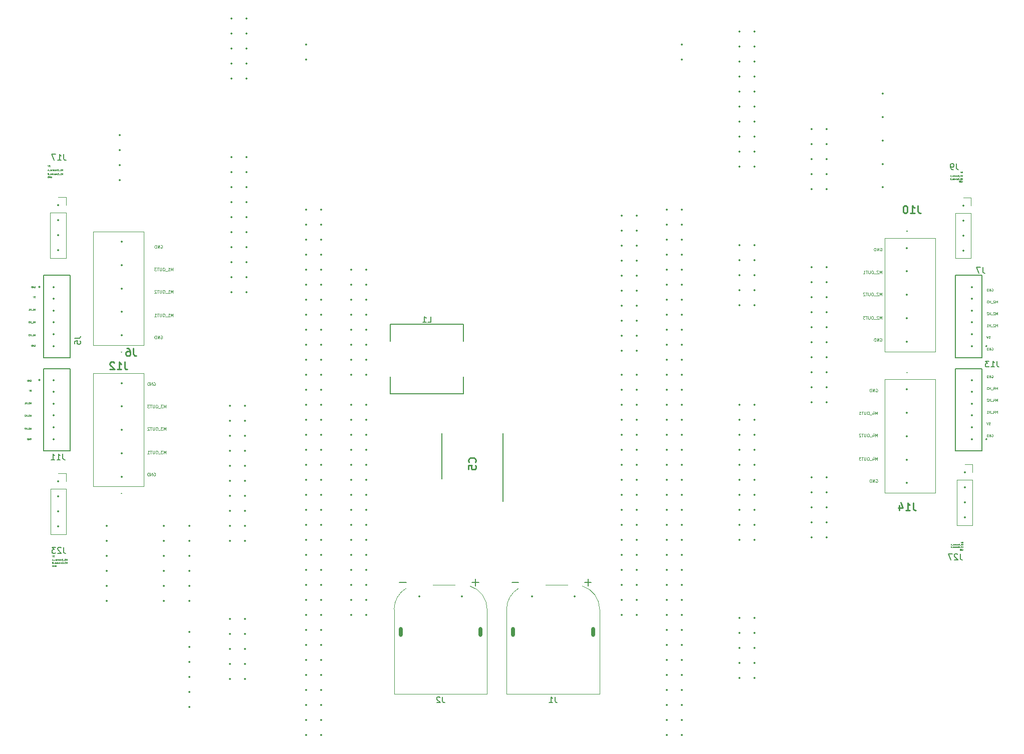
<source format=gbo>
%TF.GenerationSoftware,KiCad,Pcbnew,8.0.6*%
%TF.CreationDate,2024-11-14T20:58:14+01:00*%
%TF.ProjectId,Mainboard,4d61696e-626f-4617-9264-2e6b69636164,rev?*%
%TF.SameCoordinates,Original*%
%TF.FileFunction,Legend,Bot*%
%TF.FilePolarity,Positive*%
%FSLAX46Y46*%
G04 Gerber Fmt 4.6, Leading zero omitted, Abs format (unit mm)*
G04 Created by KiCad (PCBNEW 8.0.6) date 2024-11-14 20:58:14*
%MOMM*%
%LPD*%
G01*
G04 APERTURE LIST*
%ADD10C,0.050000*%
%ADD11C,0.100000*%
%ADD12C,0.254000*%
%ADD13C,0.150000*%
%ADD14C,0.200000*%
%ADD15C,0.127000*%
%ADD16C,0.120000*%
%ADD17C,0.350000*%
%ADD18O,0.600000X1.700000*%
G04 APERTURE END LIST*
D10*
X250206153Y-123980019D02*
X250253772Y-123956209D01*
X250253772Y-123956209D02*
X250325201Y-123956209D01*
X250325201Y-123956209D02*
X250396629Y-123980019D01*
X250396629Y-123980019D02*
X250444248Y-124027638D01*
X250444248Y-124027638D02*
X250468058Y-124075257D01*
X250468058Y-124075257D02*
X250491867Y-124170495D01*
X250491867Y-124170495D02*
X250491867Y-124241923D01*
X250491867Y-124241923D02*
X250468058Y-124337161D01*
X250468058Y-124337161D02*
X250444248Y-124384780D01*
X250444248Y-124384780D02*
X250396629Y-124432400D01*
X250396629Y-124432400D02*
X250325201Y-124456209D01*
X250325201Y-124456209D02*
X250277582Y-124456209D01*
X250277582Y-124456209D02*
X250206153Y-124432400D01*
X250206153Y-124432400D02*
X250182344Y-124408590D01*
X250182344Y-124408590D02*
X250182344Y-124241923D01*
X250182344Y-124241923D02*
X250277582Y-124241923D01*
X249968058Y-124456209D02*
X249968058Y-123956209D01*
X249968058Y-123956209D02*
X249682344Y-124456209D01*
X249682344Y-124456209D02*
X249682344Y-123956209D01*
X249444248Y-124456209D02*
X249444248Y-123956209D01*
X249444248Y-123956209D02*
X249325200Y-123956209D01*
X249325200Y-123956209D02*
X249253772Y-123980019D01*
X249253772Y-123980019D02*
X249206153Y-124027638D01*
X249206153Y-124027638D02*
X249182343Y-124075257D01*
X249182343Y-124075257D02*
X249158534Y-124170495D01*
X249158534Y-124170495D02*
X249158534Y-124241923D01*
X249158534Y-124241923D02*
X249182343Y-124337161D01*
X249182343Y-124337161D02*
X249206153Y-124384780D01*
X249206153Y-124384780D02*
X249253772Y-124432400D01*
X249253772Y-124432400D02*
X249325200Y-124456209D01*
X249325200Y-124456209D02*
X249444248Y-124456209D01*
X250468058Y-120696209D02*
X250468058Y-120196209D01*
X250468058Y-120196209D02*
X250301391Y-120553352D01*
X250301391Y-120553352D02*
X250134725Y-120196209D01*
X250134725Y-120196209D02*
X250134725Y-120696209D01*
X249920438Y-120243828D02*
X249896629Y-120220019D01*
X249896629Y-120220019D02*
X249849010Y-120196209D01*
X249849010Y-120196209D02*
X249729962Y-120196209D01*
X249729962Y-120196209D02*
X249682343Y-120220019D01*
X249682343Y-120220019D02*
X249658534Y-120243828D01*
X249658534Y-120243828D02*
X249634724Y-120291447D01*
X249634724Y-120291447D02*
X249634724Y-120339066D01*
X249634724Y-120339066D02*
X249658534Y-120410495D01*
X249658534Y-120410495D02*
X249944248Y-120696209D01*
X249944248Y-120696209D02*
X249634724Y-120696209D01*
X249539487Y-120743828D02*
X249158534Y-120743828D01*
X248944249Y-120196209D02*
X248849011Y-120196209D01*
X248849011Y-120196209D02*
X248801392Y-120220019D01*
X248801392Y-120220019D02*
X248753773Y-120267638D01*
X248753773Y-120267638D02*
X248729963Y-120362876D01*
X248729963Y-120362876D02*
X248729963Y-120529542D01*
X248729963Y-120529542D02*
X248753773Y-120624780D01*
X248753773Y-120624780D02*
X248801392Y-120672400D01*
X248801392Y-120672400D02*
X248849011Y-120696209D01*
X248849011Y-120696209D02*
X248944249Y-120696209D01*
X248944249Y-120696209D02*
X248991868Y-120672400D01*
X248991868Y-120672400D02*
X249039487Y-120624780D01*
X249039487Y-120624780D02*
X249063296Y-120529542D01*
X249063296Y-120529542D02*
X249063296Y-120362876D01*
X249063296Y-120362876D02*
X249039487Y-120267638D01*
X249039487Y-120267638D02*
X248991868Y-120220019D01*
X248991868Y-120220019D02*
X248944249Y-120196209D01*
X248515677Y-120196209D02*
X248515677Y-120600971D01*
X248515677Y-120600971D02*
X248491867Y-120648590D01*
X248491867Y-120648590D02*
X248468058Y-120672400D01*
X248468058Y-120672400D02*
X248420439Y-120696209D01*
X248420439Y-120696209D02*
X248325201Y-120696209D01*
X248325201Y-120696209D02*
X248277582Y-120672400D01*
X248277582Y-120672400D02*
X248253772Y-120648590D01*
X248253772Y-120648590D02*
X248229963Y-120600971D01*
X248229963Y-120600971D02*
X248229963Y-120196209D01*
X248063295Y-120196209D02*
X247777581Y-120196209D01*
X247920438Y-120696209D02*
X247920438Y-120196209D01*
X247658534Y-120196209D02*
X247349010Y-120196209D01*
X247349010Y-120196209D02*
X247515677Y-120386685D01*
X247515677Y-120386685D02*
X247444248Y-120386685D01*
X247444248Y-120386685D02*
X247396629Y-120410495D01*
X247396629Y-120410495D02*
X247372820Y-120434304D01*
X247372820Y-120434304D02*
X247349010Y-120481923D01*
X247349010Y-120481923D02*
X247349010Y-120600971D01*
X247349010Y-120600971D02*
X247372820Y-120648590D01*
X247372820Y-120648590D02*
X247396629Y-120672400D01*
X247396629Y-120672400D02*
X247444248Y-120696209D01*
X247444248Y-120696209D02*
X247587105Y-120696209D01*
X247587105Y-120696209D02*
X247634724Y-120672400D01*
X247634724Y-120672400D02*
X247658534Y-120648590D01*
X250468058Y-112976209D02*
X250468058Y-112476209D01*
X250468058Y-112476209D02*
X250301391Y-112833352D01*
X250301391Y-112833352D02*
X250134725Y-112476209D01*
X250134725Y-112476209D02*
X250134725Y-112976209D01*
X249920438Y-112523828D02*
X249896629Y-112500019D01*
X249896629Y-112500019D02*
X249849010Y-112476209D01*
X249849010Y-112476209D02*
X249729962Y-112476209D01*
X249729962Y-112476209D02*
X249682343Y-112500019D01*
X249682343Y-112500019D02*
X249658534Y-112523828D01*
X249658534Y-112523828D02*
X249634724Y-112571447D01*
X249634724Y-112571447D02*
X249634724Y-112619066D01*
X249634724Y-112619066D02*
X249658534Y-112690495D01*
X249658534Y-112690495D02*
X249944248Y-112976209D01*
X249944248Y-112976209D02*
X249634724Y-112976209D01*
X249539487Y-113023828D02*
X249158534Y-113023828D01*
X248944249Y-112476209D02*
X248849011Y-112476209D01*
X248849011Y-112476209D02*
X248801392Y-112500019D01*
X248801392Y-112500019D02*
X248753773Y-112547638D01*
X248753773Y-112547638D02*
X248729963Y-112642876D01*
X248729963Y-112642876D02*
X248729963Y-112809542D01*
X248729963Y-112809542D02*
X248753773Y-112904780D01*
X248753773Y-112904780D02*
X248801392Y-112952400D01*
X248801392Y-112952400D02*
X248849011Y-112976209D01*
X248849011Y-112976209D02*
X248944249Y-112976209D01*
X248944249Y-112976209D02*
X248991868Y-112952400D01*
X248991868Y-112952400D02*
X249039487Y-112904780D01*
X249039487Y-112904780D02*
X249063296Y-112809542D01*
X249063296Y-112809542D02*
X249063296Y-112642876D01*
X249063296Y-112642876D02*
X249039487Y-112547638D01*
X249039487Y-112547638D02*
X248991868Y-112500019D01*
X248991868Y-112500019D02*
X248944249Y-112476209D01*
X248515677Y-112476209D02*
X248515677Y-112880971D01*
X248515677Y-112880971D02*
X248491867Y-112928590D01*
X248491867Y-112928590D02*
X248468058Y-112952400D01*
X248468058Y-112952400D02*
X248420439Y-112976209D01*
X248420439Y-112976209D02*
X248325201Y-112976209D01*
X248325201Y-112976209D02*
X248277582Y-112952400D01*
X248277582Y-112952400D02*
X248253772Y-112928590D01*
X248253772Y-112928590D02*
X248229963Y-112880971D01*
X248229963Y-112880971D02*
X248229963Y-112476209D01*
X248063295Y-112476209D02*
X247777581Y-112476209D01*
X247920438Y-112976209D02*
X247920438Y-112476209D01*
X247349010Y-112976209D02*
X247634724Y-112976209D01*
X247491867Y-112976209D02*
X247491867Y-112476209D01*
X247491867Y-112476209D02*
X247539486Y-112547638D01*
X247539486Y-112547638D02*
X247587105Y-112595257D01*
X247587105Y-112595257D02*
X247634724Y-112619066D01*
X250206153Y-108670019D02*
X250253772Y-108646209D01*
X250253772Y-108646209D02*
X250325201Y-108646209D01*
X250325201Y-108646209D02*
X250396629Y-108670019D01*
X250396629Y-108670019D02*
X250444248Y-108717638D01*
X250444248Y-108717638D02*
X250468058Y-108765257D01*
X250468058Y-108765257D02*
X250491867Y-108860495D01*
X250491867Y-108860495D02*
X250491867Y-108931923D01*
X250491867Y-108931923D02*
X250468058Y-109027161D01*
X250468058Y-109027161D02*
X250444248Y-109074780D01*
X250444248Y-109074780D02*
X250396629Y-109122400D01*
X250396629Y-109122400D02*
X250325201Y-109146209D01*
X250325201Y-109146209D02*
X250277582Y-109146209D01*
X250277582Y-109146209D02*
X250206153Y-109122400D01*
X250206153Y-109122400D02*
X250182344Y-109098590D01*
X250182344Y-109098590D02*
X250182344Y-108931923D01*
X250182344Y-108931923D02*
X250277582Y-108931923D01*
X249968058Y-109146209D02*
X249968058Y-108646209D01*
X249968058Y-108646209D02*
X249682344Y-109146209D01*
X249682344Y-109146209D02*
X249682344Y-108646209D01*
X249444248Y-109146209D02*
X249444248Y-108646209D01*
X249444248Y-108646209D02*
X249325200Y-108646209D01*
X249325200Y-108646209D02*
X249253772Y-108670019D01*
X249253772Y-108670019D02*
X249206153Y-108717638D01*
X249206153Y-108717638D02*
X249182343Y-108765257D01*
X249182343Y-108765257D02*
X249158534Y-108860495D01*
X249158534Y-108860495D02*
X249158534Y-108931923D01*
X249158534Y-108931923D02*
X249182343Y-109027161D01*
X249182343Y-109027161D02*
X249206153Y-109074780D01*
X249206153Y-109074780D02*
X249253772Y-109122400D01*
X249253772Y-109122400D02*
X249325200Y-109146209D01*
X249325200Y-109146209D02*
X249444248Y-109146209D01*
X250468058Y-116716209D02*
X250468058Y-116216209D01*
X250468058Y-116216209D02*
X250301391Y-116573352D01*
X250301391Y-116573352D02*
X250134725Y-116216209D01*
X250134725Y-116216209D02*
X250134725Y-116716209D01*
X249920438Y-116263828D02*
X249896629Y-116240019D01*
X249896629Y-116240019D02*
X249849010Y-116216209D01*
X249849010Y-116216209D02*
X249729962Y-116216209D01*
X249729962Y-116216209D02*
X249682343Y-116240019D01*
X249682343Y-116240019D02*
X249658534Y-116263828D01*
X249658534Y-116263828D02*
X249634724Y-116311447D01*
X249634724Y-116311447D02*
X249634724Y-116359066D01*
X249634724Y-116359066D02*
X249658534Y-116430495D01*
X249658534Y-116430495D02*
X249944248Y-116716209D01*
X249944248Y-116716209D02*
X249634724Y-116716209D01*
X249539487Y-116763828D02*
X249158534Y-116763828D01*
X248944249Y-116216209D02*
X248849011Y-116216209D01*
X248849011Y-116216209D02*
X248801392Y-116240019D01*
X248801392Y-116240019D02*
X248753773Y-116287638D01*
X248753773Y-116287638D02*
X248729963Y-116382876D01*
X248729963Y-116382876D02*
X248729963Y-116549542D01*
X248729963Y-116549542D02*
X248753773Y-116644780D01*
X248753773Y-116644780D02*
X248801392Y-116692400D01*
X248801392Y-116692400D02*
X248849011Y-116716209D01*
X248849011Y-116716209D02*
X248944249Y-116716209D01*
X248944249Y-116716209D02*
X248991868Y-116692400D01*
X248991868Y-116692400D02*
X249039487Y-116644780D01*
X249039487Y-116644780D02*
X249063296Y-116549542D01*
X249063296Y-116549542D02*
X249063296Y-116382876D01*
X249063296Y-116382876D02*
X249039487Y-116287638D01*
X249039487Y-116287638D02*
X248991868Y-116240019D01*
X248991868Y-116240019D02*
X248944249Y-116216209D01*
X248515677Y-116216209D02*
X248515677Y-116620971D01*
X248515677Y-116620971D02*
X248491867Y-116668590D01*
X248491867Y-116668590D02*
X248468058Y-116692400D01*
X248468058Y-116692400D02*
X248420439Y-116716209D01*
X248420439Y-116716209D02*
X248325201Y-116716209D01*
X248325201Y-116716209D02*
X248277582Y-116692400D01*
X248277582Y-116692400D02*
X248253772Y-116668590D01*
X248253772Y-116668590D02*
X248229963Y-116620971D01*
X248229963Y-116620971D02*
X248229963Y-116216209D01*
X248063295Y-116216209D02*
X247777581Y-116216209D01*
X247920438Y-116716209D02*
X247920438Y-116216209D01*
X247634724Y-116263828D02*
X247610915Y-116240019D01*
X247610915Y-116240019D02*
X247563296Y-116216209D01*
X247563296Y-116216209D02*
X247444248Y-116216209D01*
X247444248Y-116216209D02*
X247396629Y-116240019D01*
X247396629Y-116240019D02*
X247372820Y-116263828D01*
X247372820Y-116263828D02*
X247349010Y-116311447D01*
X247349010Y-116311447D02*
X247349010Y-116359066D01*
X247349010Y-116359066D02*
X247372820Y-116430495D01*
X247372820Y-116430495D02*
X247658534Y-116716209D01*
X247658534Y-116716209D02*
X247349010Y-116716209D01*
X249748058Y-140576209D02*
X249748058Y-140076209D01*
X249748058Y-140076209D02*
X249581391Y-140433352D01*
X249581391Y-140433352D02*
X249414725Y-140076209D01*
X249414725Y-140076209D02*
X249414725Y-140576209D01*
X248962343Y-140242876D02*
X248962343Y-140576209D01*
X249081391Y-140052400D02*
X249200438Y-140409542D01*
X249200438Y-140409542D02*
X248890915Y-140409542D01*
X248819487Y-140623828D02*
X248438534Y-140623828D01*
X248224249Y-140076209D02*
X248129011Y-140076209D01*
X248129011Y-140076209D02*
X248081392Y-140100019D01*
X248081392Y-140100019D02*
X248033773Y-140147638D01*
X248033773Y-140147638D02*
X248009963Y-140242876D01*
X248009963Y-140242876D02*
X248009963Y-140409542D01*
X248009963Y-140409542D02*
X248033773Y-140504780D01*
X248033773Y-140504780D02*
X248081392Y-140552400D01*
X248081392Y-140552400D02*
X248129011Y-140576209D01*
X248129011Y-140576209D02*
X248224249Y-140576209D01*
X248224249Y-140576209D02*
X248271868Y-140552400D01*
X248271868Y-140552400D02*
X248319487Y-140504780D01*
X248319487Y-140504780D02*
X248343296Y-140409542D01*
X248343296Y-140409542D02*
X248343296Y-140242876D01*
X248343296Y-140242876D02*
X248319487Y-140147638D01*
X248319487Y-140147638D02*
X248271868Y-140100019D01*
X248271868Y-140100019D02*
X248224249Y-140076209D01*
X247795677Y-140076209D02*
X247795677Y-140480971D01*
X247795677Y-140480971D02*
X247771867Y-140528590D01*
X247771867Y-140528590D02*
X247748058Y-140552400D01*
X247748058Y-140552400D02*
X247700439Y-140576209D01*
X247700439Y-140576209D02*
X247605201Y-140576209D01*
X247605201Y-140576209D02*
X247557582Y-140552400D01*
X247557582Y-140552400D02*
X247533772Y-140528590D01*
X247533772Y-140528590D02*
X247509963Y-140480971D01*
X247509963Y-140480971D02*
X247509963Y-140076209D01*
X247343295Y-140076209D02*
X247057581Y-140076209D01*
X247200438Y-140576209D02*
X247200438Y-140076209D01*
X246914724Y-140123828D02*
X246890915Y-140100019D01*
X246890915Y-140100019D02*
X246843296Y-140076209D01*
X246843296Y-140076209D02*
X246724248Y-140076209D01*
X246724248Y-140076209D02*
X246676629Y-140100019D01*
X246676629Y-140100019D02*
X246652820Y-140123828D01*
X246652820Y-140123828D02*
X246629010Y-140171447D01*
X246629010Y-140171447D02*
X246629010Y-140219066D01*
X246629010Y-140219066D02*
X246652820Y-140290495D01*
X246652820Y-140290495D02*
X246938534Y-140576209D01*
X246938534Y-140576209D02*
X246629010Y-140576209D01*
X249486153Y-147840019D02*
X249533772Y-147816209D01*
X249533772Y-147816209D02*
X249605201Y-147816209D01*
X249605201Y-147816209D02*
X249676629Y-147840019D01*
X249676629Y-147840019D02*
X249724248Y-147887638D01*
X249724248Y-147887638D02*
X249748058Y-147935257D01*
X249748058Y-147935257D02*
X249771867Y-148030495D01*
X249771867Y-148030495D02*
X249771867Y-148101923D01*
X249771867Y-148101923D02*
X249748058Y-148197161D01*
X249748058Y-148197161D02*
X249724248Y-148244780D01*
X249724248Y-148244780D02*
X249676629Y-148292400D01*
X249676629Y-148292400D02*
X249605201Y-148316209D01*
X249605201Y-148316209D02*
X249557582Y-148316209D01*
X249557582Y-148316209D02*
X249486153Y-148292400D01*
X249486153Y-148292400D02*
X249462344Y-148268590D01*
X249462344Y-148268590D02*
X249462344Y-148101923D01*
X249462344Y-148101923D02*
X249557582Y-148101923D01*
X249248058Y-148316209D02*
X249248058Y-147816209D01*
X249248058Y-147816209D02*
X248962344Y-148316209D01*
X248962344Y-148316209D02*
X248962344Y-147816209D01*
X248724248Y-148316209D02*
X248724248Y-147816209D01*
X248724248Y-147816209D02*
X248605200Y-147816209D01*
X248605200Y-147816209D02*
X248533772Y-147840019D01*
X248533772Y-147840019D02*
X248486153Y-147887638D01*
X248486153Y-147887638D02*
X248462343Y-147935257D01*
X248462343Y-147935257D02*
X248438534Y-148030495D01*
X248438534Y-148030495D02*
X248438534Y-148101923D01*
X248438534Y-148101923D02*
X248462343Y-148197161D01*
X248462343Y-148197161D02*
X248486153Y-148244780D01*
X248486153Y-148244780D02*
X248533772Y-148292400D01*
X248533772Y-148292400D02*
X248605200Y-148316209D01*
X248605200Y-148316209D02*
X248724248Y-148316209D01*
X249748058Y-136836209D02*
X249748058Y-136336209D01*
X249748058Y-136336209D02*
X249581391Y-136693352D01*
X249581391Y-136693352D02*
X249414725Y-136336209D01*
X249414725Y-136336209D02*
X249414725Y-136836209D01*
X248962343Y-136502876D02*
X248962343Y-136836209D01*
X249081391Y-136312400D02*
X249200438Y-136669542D01*
X249200438Y-136669542D02*
X248890915Y-136669542D01*
X248819487Y-136883828D02*
X248438534Y-136883828D01*
X248224249Y-136336209D02*
X248129011Y-136336209D01*
X248129011Y-136336209D02*
X248081392Y-136360019D01*
X248081392Y-136360019D02*
X248033773Y-136407638D01*
X248033773Y-136407638D02*
X248009963Y-136502876D01*
X248009963Y-136502876D02*
X248009963Y-136669542D01*
X248009963Y-136669542D02*
X248033773Y-136764780D01*
X248033773Y-136764780D02*
X248081392Y-136812400D01*
X248081392Y-136812400D02*
X248129011Y-136836209D01*
X248129011Y-136836209D02*
X248224249Y-136836209D01*
X248224249Y-136836209D02*
X248271868Y-136812400D01*
X248271868Y-136812400D02*
X248319487Y-136764780D01*
X248319487Y-136764780D02*
X248343296Y-136669542D01*
X248343296Y-136669542D02*
X248343296Y-136502876D01*
X248343296Y-136502876D02*
X248319487Y-136407638D01*
X248319487Y-136407638D02*
X248271868Y-136360019D01*
X248271868Y-136360019D02*
X248224249Y-136336209D01*
X247795677Y-136336209D02*
X247795677Y-136740971D01*
X247795677Y-136740971D02*
X247771867Y-136788590D01*
X247771867Y-136788590D02*
X247748058Y-136812400D01*
X247748058Y-136812400D02*
X247700439Y-136836209D01*
X247700439Y-136836209D02*
X247605201Y-136836209D01*
X247605201Y-136836209D02*
X247557582Y-136812400D01*
X247557582Y-136812400D02*
X247533772Y-136788590D01*
X247533772Y-136788590D02*
X247509963Y-136740971D01*
X247509963Y-136740971D02*
X247509963Y-136336209D01*
X247343295Y-136336209D02*
X247057581Y-136336209D01*
X247200438Y-136836209D02*
X247200438Y-136336209D01*
X246629010Y-136836209D02*
X246914724Y-136836209D01*
X246771867Y-136836209D02*
X246771867Y-136336209D01*
X246771867Y-136336209D02*
X246819486Y-136407638D01*
X246819486Y-136407638D02*
X246867105Y-136455257D01*
X246867105Y-136455257D02*
X246914724Y-136479066D01*
X249486153Y-132530019D02*
X249533772Y-132506209D01*
X249533772Y-132506209D02*
X249605201Y-132506209D01*
X249605201Y-132506209D02*
X249676629Y-132530019D01*
X249676629Y-132530019D02*
X249724248Y-132577638D01*
X249724248Y-132577638D02*
X249748058Y-132625257D01*
X249748058Y-132625257D02*
X249771867Y-132720495D01*
X249771867Y-132720495D02*
X249771867Y-132791923D01*
X249771867Y-132791923D02*
X249748058Y-132887161D01*
X249748058Y-132887161D02*
X249724248Y-132934780D01*
X249724248Y-132934780D02*
X249676629Y-132982400D01*
X249676629Y-132982400D02*
X249605201Y-133006209D01*
X249605201Y-133006209D02*
X249557582Y-133006209D01*
X249557582Y-133006209D02*
X249486153Y-132982400D01*
X249486153Y-132982400D02*
X249462344Y-132958590D01*
X249462344Y-132958590D02*
X249462344Y-132791923D01*
X249462344Y-132791923D02*
X249557582Y-132791923D01*
X249248058Y-133006209D02*
X249248058Y-132506209D01*
X249248058Y-132506209D02*
X248962344Y-133006209D01*
X248962344Y-133006209D02*
X248962344Y-132506209D01*
X248724248Y-133006209D02*
X248724248Y-132506209D01*
X248724248Y-132506209D02*
X248605200Y-132506209D01*
X248605200Y-132506209D02*
X248533772Y-132530019D01*
X248533772Y-132530019D02*
X248486153Y-132577638D01*
X248486153Y-132577638D02*
X248462343Y-132625257D01*
X248462343Y-132625257D02*
X248438534Y-132720495D01*
X248438534Y-132720495D02*
X248438534Y-132791923D01*
X248438534Y-132791923D02*
X248462343Y-132887161D01*
X248462343Y-132887161D02*
X248486153Y-132934780D01*
X248486153Y-132934780D02*
X248533772Y-132982400D01*
X248533772Y-132982400D02*
X248605200Y-133006209D01*
X248605200Y-133006209D02*
X248724248Y-133006209D01*
X249748058Y-144556209D02*
X249748058Y-144056209D01*
X249748058Y-144056209D02*
X249581391Y-144413352D01*
X249581391Y-144413352D02*
X249414725Y-144056209D01*
X249414725Y-144056209D02*
X249414725Y-144556209D01*
X248962343Y-144222876D02*
X248962343Y-144556209D01*
X249081391Y-144032400D02*
X249200438Y-144389542D01*
X249200438Y-144389542D02*
X248890915Y-144389542D01*
X248819487Y-144603828D02*
X248438534Y-144603828D01*
X248224249Y-144056209D02*
X248129011Y-144056209D01*
X248129011Y-144056209D02*
X248081392Y-144080019D01*
X248081392Y-144080019D02*
X248033773Y-144127638D01*
X248033773Y-144127638D02*
X248009963Y-144222876D01*
X248009963Y-144222876D02*
X248009963Y-144389542D01*
X248009963Y-144389542D02*
X248033773Y-144484780D01*
X248033773Y-144484780D02*
X248081392Y-144532400D01*
X248081392Y-144532400D02*
X248129011Y-144556209D01*
X248129011Y-144556209D02*
X248224249Y-144556209D01*
X248224249Y-144556209D02*
X248271868Y-144532400D01*
X248271868Y-144532400D02*
X248319487Y-144484780D01*
X248319487Y-144484780D02*
X248343296Y-144389542D01*
X248343296Y-144389542D02*
X248343296Y-144222876D01*
X248343296Y-144222876D02*
X248319487Y-144127638D01*
X248319487Y-144127638D02*
X248271868Y-144080019D01*
X248271868Y-144080019D02*
X248224249Y-144056209D01*
X247795677Y-144056209D02*
X247795677Y-144460971D01*
X247795677Y-144460971D02*
X247771867Y-144508590D01*
X247771867Y-144508590D02*
X247748058Y-144532400D01*
X247748058Y-144532400D02*
X247700439Y-144556209D01*
X247700439Y-144556209D02*
X247605201Y-144556209D01*
X247605201Y-144556209D02*
X247557582Y-144532400D01*
X247557582Y-144532400D02*
X247533772Y-144508590D01*
X247533772Y-144508590D02*
X247509963Y-144460971D01*
X247509963Y-144460971D02*
X247509963Y-144056209D01*
X247343295Y-144056209D02*
X247057581Y-144056209D01*
X247200438Y-144556209D02*
X247200438Y-144056209D01*
X246938534Y-144056209D02*
X246629010Y-144056209D01*
X246629010Y-144056209D02*
X246795677Y-144246685D01*
X246795677Y-144246685D02*
X246724248Y-144246685D01*
X246724248Y-144246685D02*
X246676629Y-144270495D01*
X246676629Y-144270495D02*
X246652820Y-144294304D01*
X246652820Y-144294304D02*
X246629010Y-144341923D01*
X246629010Y-144341923D02*
X246629010Y-144460971D01*
X246629010Y-144460971D02*
X246652820Y-144508590D01*
X246652820Y-144508590D02*
X246676629Y-144532400D01*
X246676629Y-144532400D02*
X246724248Y-144556209D01*
X246724248Y-144556209D02*
X246867105Y-144556209D01*
X246867105Y-144556209D02*
X246914724Y-144532400D01*
X246914724Y-144532400D02*
X246938534Y-144508590D01*
X127426630Y-131420019D02*
X127474249Y-131396209D01*
X127474249Y-131396209D02*
X127545678Y-131396209D01*
X127545678Y-131396209D02*
X127617106Y-131420019D01*
X127617106Y-131420019D02*
X127664725Y-131467638D01*
X127664725Y-131467638D02*
X127688535Y-131515257D01*
X127688535Y-131515257D02*
X127712344Y-131610495D01*
X127712344Y-131610495D02*
X127712344Y-131681923D01*
X127712344Y-131681923D02*
X127688535Y-131777161D01*
X127688535Y-131777161D02*
X127664725Y-131824780D01*
X127664725Y-131824780D02*
X127617106Y-131872400D01*
X127617106Y-131872400D02*
X127545678Y-131896209D01*
X127545678Y-131896209D02*
X127498059Y-131896209D01*
X127498059Y-131896209D02*
X127426630Y-131872400D01*
X127426630Y-131872400D02*
X127402821Y-131848590D01*
X127402821Y-131848590D02*
X127402821Y-131681923D01*
X127402821Y-131681923D02*
X127498059Y-131681923D01*
X127188535Y-131896209D02*
X127188535Y-131396209D01*
X127188535Y-131396209D02*
X126902821Y-131896209D01*
X126902821Y-131896209D02*
X126902821Y-131396209D01*
X126664725Y-131896209D02*
X126664725Y-131396209D01*
X126664725Y-131396209D02*
X126545677Y-131396209D01*
X126545677Y-131396209D02*
X126474249Y-131420019D01*
X126474249Y-131420019D02*
X126426630Y-131467638D01*
X126426630Y-131467638D02*
X126402820Y-131515257D01*
X126402820Y-131515257D02*
X126379011Y-131610495D01*
X126379011Y-131610495D02*
X126379011Y-131681923D01*
X126379011Y-131681923D02*
X126402820Y-131777161D01*
X126402820Y-131777161D02*
X126426630Y-131824780D01*
X126426630Y-131824780D02*
X126474249Y-131872400D01*
X126474249Y-131872400D02*
X126545677Y-131896209D01*
X126545677Y-131896209D02*
X126664725Y-131896209D01*
X129498058Y-143446209D02*
X129498058Y-142946209D01*
X129498058Y-142946209D02*
X129331391Y-143303352D01*
X129331391Y-143303352D02*
X129164725Y-142946209D01*
X129164725Y-142946209D02*
X129164725Y-143446209D01*
X128974248Y-142946209D02*
X128664724Y-142946209D01*
X128664724Y-142946209D02*
X128831391Y-143136685D01*
X128831391Y-143136685D02*
X128759962Y-143136685D01*
X128759962Y-143136685D02*
X128712343Y-143160495D01*
X128712343Y-143160495D02*
X128688534Y-143184304D01*
X128688534Y-143184304D02*
X128664724Y-143231923D01*
X128664724Y-143231923D02*
X128664724Y-143350971D01*
X128664724Y-143350971D02*
X128688534Y-143398590D01*
X128688534Y-143398590D02*
X128712343Y-143422400D01*
X128712343Y-143422400D02*
X128759962Y-143446209D01*
X128759962Y-143446209D02*
X128902819Y-143446209D01*
X128902819Y-143446209D02*
X128950438Y-143422400D01*
X128950438Y-143422400D02*
X128974248Y-143398590D01*
X128569487Y-143493828D02*
X128188534Y-143493828D01*
X127974249Y-142946209D02*
X127879011Y-142946209D01*
X127879011Y-142946209D02*
X127831392Y-142970019D01*
X127831392Y-142970019D02*
X127783773Y-143017638D01*
X127783773Y-143017638D02*
X127759963Y-143112876D01*
X127759963Y-143112876D02*
X127759963Y-143279542D01*
X127759963Y-143279542D02*
X127783773Y-143374780D01*
X127783773Y-143374780D02*
X127831392Y-143422400D01*
X127831392Y-143422400D02*
X127879011Y-143446209D01*
X127879011Y-143446209D02*
X127974249Y-143446209D01*
X127974249Y-143446209D02*
X128021868Y-143422400D01*
X128021868Y-143422400D02*
X128069487Y-143374780D01*
X128069487Y-143374780D02*
X128093296Y-143279542D01*
X128093296Y-143279542D02*
X128093296Y-143112876D01*
X128093296Y-143112876D02*
X128069487Y-143017638D01*
X128069487Y-143017638D02*
X128021868Y-142970019D01*
X128021868Y-142970019D02*
X127974249Y-142946209D01*
X127545677Y-142946209D02*
X127545677Y-143350971D01*
X127545677Y-143350971D02*
X127521867Y-143398590D01*
X127521867Y-143398590D02*
X127498058Y-143422400D01*
X127498058Y-143422400D02*
X127450439Y-143446209D01*
X127450439Y-143446209D02*
X127355201Y-143446209D01*
X127355201Y-143446209D02*
X127307582Y-143422400D01*
X127307582Y-143422400D02*
X127283772Y-143398590D01*
X127283772Y-143398590D02*
X127259963Y-143350971D01*
X127259963Y-143350971D02*
X127259963Y-142946209D01*
X127093295Y-142946209D02*
X126807581Y-142946209D01*
X126950438Y-143446209D02*
X126950438Y-142946209D01*
X126379010Y-143446209D02*
X126664724Y-143446209D01*
X126521867Y-143446209D02*
X126521867Y-142946209D01*
X126521867Y-142946209D02*
X126569486Y-143017638D01*
X126569486Y-143017638D02*
X126617105Y-143065257D01*
X126617105Y-143065257D02*
X126664724Y-143089066D01*
X129498058Y-139466209D02*
X129498058Y-138966209D01*
X129498058Y-138966209D02*
X129331391Y-139323352D01*
X129331391Y-139323352D02*
X129164725Y-138966209D01*
X129164725Y-138966209D02*
X129164725Y-139466209D01*
X128974248Y-138966209D02*
X128664724Y-138966209D01*
X128664724Y-138966209D02*
X128831391Y-139156685D01*
X128831391Y-139156685D02*
X128759962Y-139156685D01*
X128759962Y-139156685D02*
X128712343Y-139180495D01*
X128712343Y-139180495D02*
X128688534Y-139204304D01*
X128688534Y-139204304D02*
X128664724Y-139251923D01*
X128664724Y-139251923D02*
X128664724Y-139370971D01*
X128664724Y-139370971D02*
X128688534Y-139418590D01*
X128688534Y-139418590D02*
X128712343Y-139442400D01*
X128712343Y-139442400D02*
X128759962Y-139466209D01*
X128759962Y-139466209D02*
X128902819Y-139466209D01*
X128902819Y-139466209D02*
X128950438Y-139442400D01*
X128950438Y-139442400D02*
X128974248Y-139418590D01*
X128569487Y-139513828D02*
X128188534Y-139513828D01*
X127974249Y-138966209D02*
X127879011Y-138966209D01*
X127879011Y-138966209D02*
X127831392Y-138990019D01*
X127831392Y-138990019D02*
X127783773Y-139037638D01*
X127783773Y-139037638D02*
X127759963Y-139132876D01*
X127759963Y-139132876D02*
X127759963Y-139299542D01*
X127759963Y-139299542D02*
X127783773Y-139394780D01*
X127783773Y-139394780D02*
X127831392Y-139442400D01*
X127831392Y-139442400D02*
X127879011Y-139466209D01*
X127879011Y-139466209D02*
X127974249Y-139466209D01*
X127974249Y-139466209D02*
X128021868Y-139442400D01*
X128021868Y-139442400D02*
X128069487Y-139394780D01*
X128069487Y-139394780D02*
X128093296Y-139299542D01*
X128093296Y-139299542D02*
X128093296Y-139132876D01*
X128093296Y-139132876D02*
X128069487Y-139037638D01*
X128069487Y-139037638D02*
X128021868Y-138990019D01*
X128021868Y-138990019D02*
X127974249Y-138966209D01*
X127545677Y-138966209D02*
X127545677Y-139370971D01*
X127545677Y-139370971D02*
X127521867Y-139418590D01*
X127521867Y-139418590D02*
X127498058Y-139442400D01*
X127498058Y-139442400D02*
X127450439Y-139466209D01*
X127450439Y-139466209D02*
X127355201Y-139466209D01*
X127355201Y-139466209D02*
X127307582Y-139442400D01*
X127307582Y-139442400D02*
X127283772Y-139418590D01*
X127283772Y-139418590D02*
X127259963Y-139370971D01*
X127259963Y-139370971D02*
X127259963Y-138966209D01*
X127093295Y-138966209D02*
X126807581Y-138966209D01*
X126950438Y-139466209D02*
X126950438Y-138966209D01*
X126664724Y-139013828D02*
X126640915Y-138990019D01*
X126640915Y-138990019D02*
X126593296Y-138966209D01*
X126593296Y-138966209D02*
X126474248Y-138966209D01*
X126474248Y-138966209D02*
X126426629Y-138990019D01*
X126426629Y-138990019D02*
X126402820Y-139013828D01*
X126402820Y-139013828D02*
X126379010Y-139061447D01*
X126379010Y-139061447D02*
X126379010Y-139109066D01*
X126379010Y-139109066D02*
X126402820Y-139180495D01*
X126402820Y-139180495D02*
X126688534Y-139466209D01*
X126688534Y-139466209D02*
X126379010Y-139466209D01*
X127426630Y-146730019D02*
X127474249Y-146706209D01*
X127474249Y-146706209D02*
X127545678Y-146706209D01*
X127545678Y-146706209D02*
X127617106Y-146730019D01*
X127617106Y-146730019D02*
X127664725Y-146777638D01*
X127664725Y-146777638D02*
X127688535Y-146825257D01*
X127688535Y-146825257D02*
X127712344Y-146920495D01*
X127712344Y-146920495D02*
X127712344Y-146991923D01*
X127712344Y-146991923D02*
X127688535Y-147087161D01*
X127688535Y-147087161D02*
X127664725Y-147134780D01*
X127664725Y-147134780D02*
X127617106Y-147182400D01*
X127617106Y-147182400D02*
X127545678Y-147206209D01*
X127545678Y-147206209D02*
X127498059Y-147206209D01*
X127498059Y-147206209D02*
X127426630Y-147182400D01*
X127426630Y-147182400D02*
X127402821Y-147158590D01*
X127402821Y-147158590D02*
X127402821Y-146991923D01*
X127402821Y-146991923D02*
X127498059Y-146991923D01*
X127188535Y-147206209D02*
X127188535Y-146706209D01*
X127188535Y-146706209D02*
X126902821Y-147206209D01*
X126902821Y-147206209D02*
X126902821Y-146706209D01*
X126664725Y-147206209D02*
X126664725Y-146706209D01*
X126664725Y-146706209D02*
X126545677Y-146706209D01*
X126545677Y-146706209D02*
X126474249Y-146730019D01*
X126474249Y-146730019D02*
X126426630Y-146777638D01*
X126426630Y-146777638D02*
X126402820Y-146825257D01*
X126402820Y-146825257D02*
X126379011Y-146920495D01*
X126379011Y-146920495D02*
X126379011Y-146991923D01*
X126379011Y-146991923D02*
X126402820Y-147087161D01*
X126402820Y-147087161D02*
X126426630Y-147134780D01*
X126426630Y-147134780D02*
X126474249Y-147182400D01*
X126474249Y-147182400D02*
X126545677Y-147206209D01*
X126545677Y-147206209D02*
X126664725Y-147206209D01*
X129498058Y-135726209D02*
X129498058Y-135226209D01*
X129498058Y-135226209D02*
X129331391Y-135583352D01*
X129331391Y-135583352D02*
X129164725Y-135226209D01*
X129164725Y-135226209D02*
X129164725Y-135726209D01*
X128974248Y-135226209D02*
X128664724Y-135226209D01*
X128664724Y-135226209D02*
X128831391Y-135416685D01*
X128831391Y-135416685D02*
X128759962Y-135416685D01*
X128759962Y-135416685D02*
X128712343Y-135440495D01*
X128712343Y-135440495D02*
X128688534Y-135464304D01*
X128688534Y-135464304D02*
X128664724Y-135511923D01*
X128664724Y-135511923D02*
X128664724Y-135630971D01*
X128664724Y-135630971D02*
X128688534Y-135678590D01*
X128688534Y-135678590D02*
X128712343Y-135702400D01*
X128712343Y-135702400D02*
X128759962Y-135726209D01*
X128759962Y-135726209D02*
X128902819Y-135726209D01*
X128902819Y-135726209D02*
X128950438Y-135702400D01*
X128950438Y-135702400D02*
X128974248Y-135678590D01*
X128569487Y-135773828D02*
X128188534Y-135773828D01*
X127974249Y-135226209D02*
X127879011Y-135226209D01*
X127879011Y-135226209D02*
X127831392Y-135250019D01*
X127831392Y-135250019D02*
X127783773Y-135297638D01*
X127783773Y-135297638D02*
X127759963Y-135392876D01*
X127759963Y-135392876D02*
X127759963Y-135559542D01*
X127759963Y-135559542D02*
X127783773Y-135654780D01*
X127783773Y-135654780D02*
X127831392Y-135702400D01*
X127831392Y-135702400D02*
X127879011Y-135726209D01*
X127879011Y-135726209D02*
X127974249Y-135726209D01*
X127974249Y-135726209D02*
X128021868Y-135702400D01*
X128021868Y-135702400D02*
X128069487Y-135654780D01*
X128069487Y-135654780D02*
X128093296Y-135559542D01*
X128093296Y-135559542D02*
X128093296Y-135392876D01*
X128093296Y-135392876D02*
X128069487Y-135297638D01*
X128069487Y-135297638D02*
X128021868Y-135250019D01*
X128021868Y-135250019D02*
X127974249Y-135226209D01*
X127545677Y-135226209D02*
X127545677Y-135630971D01*
X127545677Y-135630971D02*
X127521867Y-135678590D01*
X127521867Y-135678590D02*
X127498058Y-135702400D01*
X127498058Y-135702400D02*
X127450439Y-135726209D01*
X127450439Y-135726209D02*
X127355201Y-135726209D01*
X127355201Y-135726209D02*
X127307582Y-135702400D01*
X127307582Y-135702400D02*
X127283772Y-135678590D01*
X127283772Y-135678590D02*
X127259963Y-135630971D01*
X127259963Y-135630971D02*
X127259963Y-135226209D01*
X127093295Y-135226209D02*
X126807581Y-135226209D01*
X126950438Y-135726209D02*
X126950438Y-135226209D01*
X126688534Y-135226209D02*
X126379010Y-135226209D01*
X126379010Y-135226209D02*
X126545677Y-135416685D01*
X126545677Y-135416685D02*
X126474248Y-135416685D01*
X126474248Y-135416685D02*
X126426629Y-135440495D01*
X126426629Y-135440495D02*
X126402820Y-135464304D01*
X126402820Y-135464304D02*
X126379010Y-135511923D01*
X126379010Y-135511923D02*
X126379010Y-135630971D01*
X126379010Y-135630971D02*
X126402820Y-135678590D01*
X126402820Y-135678590D02*
X126426629Y-135702400D01*
X126426629Y-135702400D02*
X126474248Y-135726209D01*
X126474248Y-135726209D02*
X126617105Y-135726209D01*
X126617105Y-135726209D02*
X126664724Y-135702400D01*
X126664724Y-135702400D02*
X126688534Y-135678590D01*
X107266629Y-115148709D02*
X107290439Y-115136804D01*
X107290439Y-115136804D02*
X107326153Y-115136804D01*
X107326153Y-115136804D02*
X107361867Y-115148709D01*
X107361867Y-115148709D02*
X107385677Y-115172519D01*
X107385677Y-115172519D02*
X107397582Y-115196328D01*
X107397582Y-115196328D02*
X107409486Y-115243947D01*
X107409486Y-115243947D02*
X107409486Y-115279661D01*
X107409486Y-115279661D02*
X107397582Y-115327280D01*
X107397582Y-115327280D02*
X107385677Y-115351090D01*
X107385677Y-115351090D02*
X107361867Y-115374900D01*
X107361867Y-115374900D02*
X107326153Y-115386804D01*
X107326153Y-115386804D02*
X107302344Y-115386804D01*
X107302344Y-115386804D02*
X107266629Y-115374900D01*
X107266629Y-115374900D02*
X107254725Y-115362995D01*
X107254725Y-115362995D02*
X107254725Y-115279661D01*
X107254725Y-115279661D02*
X107302344Y-115279661D01*
X107147582Y-115386804D02*
X107147582Y-115136804D01*
X107147582Y-115136804D02*
X107004725Y-115386804D01*
X107004725Y-115386804D02*
X107004725Y-115136804D01*
X106885677Y-115386804D02*
X106885677Y-115136804D01*
X106885677Y-115136804D02*
X106826153Y-115136804D01*
X106826153Y-115136804D02*
X106790439Y-115148709D01*
X106790439Y-115148709D02*
X106766629Y-115172519D01*
X106766629Y-115172519D02*
X106754724Y-115196328D01*
X106754724Y-115196328D02*
X106742820Y-115243947D01*
X106742820Y-115243947D02*
X106742820Y-115279661D01*
X106742820Y-115279661D02*
X106754724Y-115327280D01*
X106754724Y-115327280D02*
X106766629Y-115351090D01*
X106766629Y-115351090D02*
X106790439Y-115374900D01*
X106790439Y-115374900D02*
X106826153Y-115386804D01*
X106826153Y-115386804D02*
X106885677Y-115386804D01*
X107397582Y-123486804D02*
X107397582Y-123236804D01*
X107397582Y-123236804D02*
X107314248Y-123415376D01*
X107314248Y-123415376D02*
X107230915Y-123236804D01*
X107230915Y-123236804D02*
X107230915Y-123486804D01*
X106980915Y-123486804D02*
X107123772Y-123486804D01*
X107052344Y-123486804D02*
X107052344Y-123236804D01*
X107052344Y-123236804D02*
X107076153Y-123272519D01*
X107076153Y-123272519D02*
X107099963Y-123296328D01*
X107099963Y-123296328D02*
X107123772Y-123308233D01*
X106933297Y-123510614D02*
X106742820Y-123510614D01*
X106683297Y-123486804D02*
X106683297Y-123236804D01*
X106683297Y-123355852D02*
X106540440Y-123355852D01*
X106540440Y-123486804D02*
X106540440Y-123236804D01*
X106445201Y-123236804D02*
X106290439Y-123236804D01*
X106290439Y-123236804D02*
X106373773Y-123332042D01*
X106373773Y-123332042D02*
X106338058Y-123332042D01*
X106338058Y-123332042D02*
X106314249Y-123343947D01*
X106314249Y-123343947D02*
X106302344Y-123355852D01*
X106302344Y-123355852D02*
X106290439Y-123379661D01*
X106290439Y-123379661D02*
X106290439Y-123439185D01*
X106290439Y-123439185D02*
X106302344Y-123462995D01*
X106302344Y-123462995D02*
X106314249Y-123474900D01*
X106314249Y-123474900D02*
X106338058Y-123486804D01*
X106338058Y-123486804D02*
X106409487Y-123486804D01*
X106409487Y-123486804D02*
X106433296Y-123474900D01*
X106433296Y-123474900D02*
X106445201Y-123462995D01*
X107397582Y-119176804D02*
X107397582Y-118926804D01*
X107397582Y-118926804D02*
X107314248Y-119105376D01*
X107314248Y-119105376D02*
X107230915Y-118926804D01*
X107230915Y-118926804D02*
X107230915Y-119176804D01*
X106980915Y-119176804D02*
X107123772Y-119176804D01*
X107052344Y-119176804D02*
X107052344Y-118926804D01*
X107052344Y-118926804D02*
X107076153Y-118962519D01*
X107076153Y-118962519D02*
X107099963Y-118986328D01*
X107099963Y-118986328D02*
X107123772Y-118998233D01*
X106933297Y-119200614D02*
X106742820Y-119200614D01*
X106683297Y-119176804D02*
X106683297Y-118926804D01*
X106683297Y-119045852D02*
X106540440Y-119045852D01*
X106540440Y-119176804D02*
X106540440Y-118926804D01*
X106290439Y-119176804D02*
X106433296Y-119176804D01*
X106361868Y-119176804D02*
X106361868Y-118926804D01*
X106361868Y-118926804D02*
X106385677Y-118962519D01*
X106385677Y-118962519D02*
X106409487Y-118986328D01*
X106409487Y-118986328D02*
X106433296Y-118998233D01*
X107278534Y-116816804D02*
X107397582Y-116816804D01*
X107397582Y-116816804D02*
X107409486Y-116935852D01*
X107409486Y-116935852D02*
X107397582Y-116923947D01*
X107397582Y-116923947D02*
X107373772Y-116912042D01*
X107373772Y-116912042D02*
X107314248Y-116912042D01*
X107314248Y-116912042D02*
X107290439Y-116923947D01*
X107290439Y-116923947D02*
X107278534Y-116935852D01*
X107278534Y-116935852D02*
X107266629Y-116959661D01*
X107266629Y-116959661D02*
X107266629Y-117019185D01*
X107266629Y-117019185D02*
X107278534Y-117042995D01*
X107278534Y-117042995D02*
X107290439Y-117054900D01*
X107290439Y-117054900D02*
X107314248Y-117066804D01*
X107314248Y-117066804D02*
X107373772Y-117066804D01*
X107373772Y-117066804D02*
X107397582Y-117054900D01*
X107397582Y-117054900D02*
X107409486Y-117042995D01*
X107195201Y-116816804D02*
X107111868Y-117066804D01*
X107111868Y-117066804D02*
X107028534Y-116816804D01*
X107397582Y-121326804D02*
X107397582Y-121076804D01*
X107397582Y-121076804D02*
X107314248Y-121255376D01*
X107314248Y-121255376D02*
X107230915Y-121076804D01*
X107230915Y-121076804D02*
X107230915Y-121326804D01*
X106980915Y-121326804D02*
X107123772Y-121326804D01*
X107052344Y-121326804D02*
X107052344Y-121076804D01*
X107052344Y-121076804D02*
X107076153Y-121112519D01*
X107076153Y-121112519D02*
X107099963Y-121136328D01*
X107099963Y-121136328D02*
X107123772Y-121148233D01*
X106933297Y-121350614D02*
X106742820Y-121350614D01*
X106683297Y-121326804D02*
X106683297Y-121076804D01*
X106683297Y-121195852D02*
X106540440Y-121195852D01*
X106540440Y-121326804D02*
X106540440Y-121076804D01*
X106433296Y-121100614D02*
X106421392Y-121088709D01*
X106421392Y-121088709D02*
X106397582Y-121076804D01*
X106397582Y-121076804D02*
X106338058Y-121076804D01*
X106338058Y-121076804D02*
X106314249Y-121088709D01*
X106314249Y-121088709D02*
X106302344Y-121100614D01*
X106302344Y-121100614D02*
X106290439Y-121124423D01*
X106290439Y-121124423D02*
X106290439Y-121148233D01*
X106290439Y-121148233D02*
X106302344Y-121183947D01*
X106302344Y-121183947D02*
X106445201Y-121326804D01*
X106445201Y-121326804D02*
X106290439Y-121326804D01*
X107266629Y-125028709D02*
X107290439Y-125016804D01*
X107290439Y-125016804D02*
X107326153Y-125016804D01*
X107326153Y-125016804D02*
X107361867Y-125028709D01*
X107361867Y-125028709D02*
X107385677Y-125052519D01*
X107385677Y-125052519D02*
X107397582Y-125076328D01*
X107397582Y-125076328D02*
X107409486Y-125123947D01*
X107409486Y-125123947D02*
X107409486Y-125159661D01*
X107409486Y-125159661D02*
X107397582Y-125207280D01*
X107397582Y-125207280D02*
X107385677Y-125231090D01*
X107385677Y-125231090D02*
X107361867Y-125254900D01*
X107361867Y-125254900D02*
X107326153Y-125266804D01*
X107326153Y-125266804D02*
X107302344Y-125266804D01*
X107302344Y-125266804D02*
X107266629Y-125254900D01*
X107266629Y-125254900D02*
X107254725Y-125242995D01*
X107254725Y-125242995D02*
X107254725Y-125159661D01*
X107254725Y-125159661D02*
X107302344Y-125159661D01*
X107147582Y-125266804D02*
X107147582Y-125016804D01*
X107147582Y-125016804D02*
X107004725Y-125266804D01*
X107004725Y-125266804D02*
X107004725Y-125016804D01*
X106885677Y-125266804D02*
X106885677Y-125016804D01*
X106885677Y-125016804D02*
X106826153Y-125016804D01*
X106826153Y-125016804D02*
X106790439Y-125028709D01*
X106790439Y-125028709D02*
X106766629Y-125052519D01*
X106766629Y-125052519D02*
X106754724Y-125076328D01*
X106754724Y-125076328D02*
X106742820Y-125123947D01*
X106742820Y-125123947D02*
X106742820Y-125159661D01*
X106742820Y-125159661D02*
X106754724Y-125207280D01*
X106754724Y-125207280D02*
X106766629Y-125231090D01*
X106766629Y-125231090D02*
X106790439Y-125254900D01*
X106790439Y-125254900D02*
X106826153Y-125266804D01*
X106826153Y-125266804D02*
X106885677Y-125266804D01*
X106586629Y-140838709D02*
X106610439Y-140826804D01*
X106610439Y-140826804D02*
X106646153Y-140826804D01*
X106646153Y-140826804D02*
X106681867Y-140838709D01*
X106681867Y-140838709D02*
X106705677Y-140862519D01*
X106705677Y-140862519D02*
X106717582Y-140886328D01*
X106717582Y-140886328D02*
X106729486Y-140933947D01*
X106729486Y-140933947D02*
X106729486Y-140969661D01*
X106729486Y-140969661D02*
X106717582Y-141017280D01*
X106717582Y-141017280D02*
X106705677Y-141041090D01*
X106705677Y-141041090D02*
X106681867Y-141064900D01*
X106681867Y-141064900D02*
X106646153Y-141076804D01*
X106646153Y-141076804D02*
X106622344Y-141076804D01*
X106622344Y-141076804D02*
X106586629Y-141064900D01*
X106586629Y-141064900D02*
X106574725Y-141052995D01*
X106574725Y-141052995D02*
X106574725Y-140969661D01*
X106574725Y-140969661D02*
X106622344Y-140969661D01*
X106467582Y-141076804D02*
X106467582Y-140826804D01*
X106467582Y-140826804D02*
X106324725Y-141076804D01*
X106324725Y-141076804D02*
X106324725Y-140826804D01*
X106205677Y-141076804D02*
X106205677Y-140826804D01*
X106205677Y-140826804D02*
X106146153Y-140826804D01*
X106146153Y-140826804D02*
X106110439Y-140838709D01*
X106110439Y-140838709D02*
X106086629Y-140862519D01*
X106086629Y-140862519D02*
X106074724Y-140886328D01*
X106074724Y-140886328D02*
X106062820Y-140933947D01*
X106062820Y-140933947D02*
X106062820Y-140969661D01*
X106062820Y-140969661D02*
X106074724Y-141017280D01*
X106074724Y-141017280D02*
X106086629Y-141041090D01*
X106086629Y-141041090D02*
X106110439Y-141064900D01*
X106110439Y-141064900D02*
X106146153Y-141076804D01*
X106146153Y-141076804D02*
X106205677Y-141076804D01*
X106717582Y-139296804D02*
X106717582Y-139046804D01*
X106717582Y-139046804D02*
X106634248Y-139225376D01*
X106634248Y-139225376D02*
X106550915Y-139046804D01*
X106550915Y-139046804D02*
X106550915Y-139296804D01*
X106455677Y-139046804D02*
X106300915Y-139046804D01*
X106300915Y-139046804D02*
X106384249Y-139142042D01*
X106384249Y-139142042D02*
X106348534Y-139142042D01*
X106348534Y-139142042D02*
X106324725Y-139153947D01*
X106324725Y-139153947D02*
X106312820Y-139165852D01*
X106312820Y-139165852D02*
X106300915Y-139189661D01*
X106300915Y-139189661D02*
X106300915Y-139249185D01*
X106300915Y-139249185D02*
X106312820Y-139272995D01*
X106312820Y-139272995D02*
X106324725Y-139284900D01*
X106324725Y-139284900D02*
X106348534Y-139296804D01*
X106348534Y-139296804D02*
X106419963Y-139296804D01*
X106419963Y-139296804D02*
X106443772Y-139284900D01*
X106443772Y-139284900D02*
X106455677Y-139272995D01*
X106253297Y-139320614D02*
X106062820Y-139320614D01*
X106003297Y-139296804D02*
X106003297Y-139046804D01*
X106003297Y-139165852D02*
X105860440Y-139165852D01*
X105860440Y-139296804D02*
X105860440Y-139046804D01*
X105765201Y-139046804D02*
X105610439Y-139046804D01*
X105610439Y-139046804D02*
X105693773Y-139142042D01*
X105693773Y-139142042D02*
X105658058Y-139142042D01*
X105658058Y-139142042D02*
X105634249Y-139153947D01*
X105634249Y-139153947D02*
X105622344Y-139165852D01*
X105622344Y-139165852D02*
X105610439Y-139189661D01*
X105610439Y-139189661D02*
X105610439Y-139249185D01*
X105610439Y-139249185D02*
X105622344Y-139272995D01*
X105622344Y-139272995D02*
X105634249Y-139284900D01*
X105634249Y-139284900D02*
X105658058Y-139296804D01*
X105658058Y-139296804D02*
X105729487Y-139296804D01*
X105729487Y-139296804D02*
X105753296Y-139284900D01*
X105753296Y-139284900D02*
X105765201Y-139272995D01*
X106717582Y-137136804D02*
X106717582Y-136886804D01*
X106717582Y-136886804D02*
X106634248Y-137065376D01*
X106634248Y-137065376D02*
X106550915Y-136886804D01*
X106550915Y-136886804D02*
X106550915Y-137136804D01*
X106455677Y-136886804D02*
X106300915Y-136886804D01*
X106300915Y-136886804D02*
X106384249Y-136982042D01*
X106384249Y-136982042D02*
X106348534Y-136982042D01*
X106348534Y-136982042D02*
X106324725Y-136993947D01*
X106324725Y-136993947D02*
X106312820Y-137005852D01*
X106312820Y-137005852D02*
X106300915Y-137029661D01*
X106300915Y-137029661D02*
X106300915Y-137089185D01*
X106300915Y-137089185D02*
X106312820Y-137112995D01*
X106312820Y-137112995D02*
X106324725Y-137124900D01*
X106324725Y-137124900D02*
X106348534Y-137136804D01*
X106348534Y-137136804D02*
X106419963Y-137136804D01*
X106419963Y-137136804D02*
X106443772Y-137124900D01*
X106443772Y-137124900D02*
X106455677Y-137112995D01*
X106253297Y-137160614D02*
X106062820Y-137160614D01*
X106003297Y-137136804D02*
X106003297Y-136886804D01*
X106003297Y-137005852D02*
X105860440Y-137005852D01*
X105860440Y-137136804D02*
X105860440Y-136886804D01*
X105753296Y-136910614D02*
X105741392Y-136898709D01*
X105741392Y-136898709D02*
X105717582Y-136886804D01*
X105717582Y-136886804D02*
X105658058Y-136886804D01*
X105658058Y-136886804D02*
X105634249Y-136898709D01*
X105634249Y-136898709D02*
X105622344Y-136910614D01*
X105622344Y-136910614D02*
X105610439Y-136934423D01*
X105610439Y-136934423D02*
X105610439Y-136958233D01*
X105610439Y-136958233D02*
X105622344Y-136993947D01*
X105622344Y-136993947D02*
X105765201Y-137136804D01*
X105765201Y-137136804D02*
X105610439Y-137136804D01*
X106717582Y-134986804D02*
X106717582Y-134736804D01*
X106717582Y-134736804D02*
X106634248Y-134915376D01*
X106634248Y-134915376D02*
X106550915Y-134736804D01*
X106550915Y-134736804D02*
X106550915Y-134986804D01*
X106455677Y-134736804D02*
X106300915Y-134736804D01*
X106300915Y-134736804D02*
X106384249Y-134832042D01*
X106384249Y-134832042D02*
X106348534Y-134832042D01*
X106348534Y-134832042D02*
X106324725Y-134843947D01*
X106324725Y-134843947D02*
X106312820Y-134855852D01*
X106312820Y-134855852D02*
X106300915Y-134879661D01*
X106300915Y-134879661D02*
X106300915Y-134939185D01*
X106300915Y-134939185D02*
X106312820Y-134962995D01*
X106312820Y-134962995D02*
X106324725Y-134974900D01*
X106324725Y-134974900D02*
X106348534Y-134986804D01*
X106348534Y-134986804D02*
X106419963Y-134986804D01*
X106419963Y-134986804D02*
X106443772Y-134974900D01*
X106443772Y-134974900D02*
X106455677Y-134962995D01*
X106253297Y-135010614D02*
X106062820Y-135010614D01*
X106003297Y-134986804D02*
X106003297Y-134736804D01*
X106003297Y-134855852D02*
X105860440Y-134855852D01*
X105860440Y-134986804D02*
X105860440Y-134736804D01*
X105610439Y-134986804D02*
X105753296Y-134986804D01*
X105681868Y-134986804D02*
X105681868Y-134736804D01*
X105681868Y-134736804D02*
X105705677Y-134772519D01*
X105705677Y-134772519D02*
X105729487Y-134796328D01*
X105729487Y-134796328D02*
X105753296Y-134808233D01*
X106598534Y-132626804D02*
X106717582Y-132626804D01*
X106717582Y-132626804D02*
X106729486Y-132745852D01*
X106729486Y-132745852D02*
X106717582Y-132733947D01*
X106717582Y-132733947D02*
X106693772Y-132722042D01*
X106693772Y-132722042D02*
X106634248Y-132722042D01*
X106634248Y-132722042D02*
X106610439Y-132733947D01*
X106610439Y-132733947D02*
X106598534Y-132745852D01*
X106598534Y-132745852D02*
X106586629Y-132769661D01*
X106586629Y-132769661D02*
X106586629Y-132829185D01*
X106586629Y-132829185D02*
X106598534Y-132852995D01*
X106598534Y-132852995D02*
X106610439Y-132864900D01*
X106610439Y-132864900D02*
X106634248Y-132876804D01*
X106634248Y-132876804D02*
X106693772Y-132876804D01*
X106693772Y-132876804D02*
X106717582Y-132864900D01*
X106717582Y-132864900D02*
X106729486Y-132852995D01*
X106515201Y-132626804D02*
X106431868Y-132876804D01*
X106431868Y-132876804D02*
X106348534Y-132626804D01*
X106586629Y-130958709D02*
X106610439Y-130946804D01*
X106610439Y-130946804D02*
X106646153Y-130946804D01*
X106646153Y-130946804D02*
X106681867Y-130958709D01*
X106681867Y-130958709D02*
X106705677Y-130982519D01*
X106705677Y-130982519D02*
X106717582Y-131006328D01*
X106717582Y-131006328D02*
X106729486Y-131053947D01*
X106729486Y-131053947D02*
X106729486Y-131089661D01*
X106729486Y-131089661D02*
X106717582Y-131137280D01*
X106717582Y-131137280D02*
X106705677Y-131161090D01*
X106705677Y-131161090D02*
X106681867Y-131184900D01*
X106681867Y-131184900D02*
X106646153Y-131196804D01*
X106646153Y-131196804D02*
X106622344Y-131196804D01*
X106622344Y-131196804D02*
X106586629Y-131184900D01*
X106586629Y-131184900D02*
X106574725Y-131172995D01*
X106574725Y-131172995D02*
X106574725Y-131089661D01*
X106574725Y-131089661D02*
X106622344Y-131089661D01*
X106467582Y-131196804D02*
X106467582Y-130946804D01*
X106467582Y-130946804D02*
X106324725Y-131196804D01*
X106324725Y-131196804D02*
X106324725Y-130946804D01*
X106205677Y-131196804D02*
X106205677Y-130946804D01*
X106205677Y-130946804D02*
X106146153Y-130946804D01*
X106146153Y-130946804D02*
X106110439Y-130958709D01*
X106110439Y-130958709D02*
X106086629Y-130982519D01*
X106086629Y-130982519D02*
X106074724Y-131006328D01*
X106074724Y-131006328D02*
X106062820Y-131053947D01*
X106062820Y-131053947D02*
X106062820Y-131089661D01*
X106062820Y-131089661D02*
X106074724Y-131137280D01*
X106074724Y-131137280D02*
X106086629Y-131161090D01*
X106086629Y-131161090D02*
X106110439Y-131184900D01*
X106110439Y-131184900D02*
X106146153Y-131196804D01*
X106146153Y-131196804D02*
X106205677Y-131196804D01*
X128626630Y-123530019D02*
X128674249Y-123506209D01*
X128674249Y-123506209D02*
X128745678Y-123506209D01*
X128745678Y-123506209D02*
X128817106Y-123530019D01*
X128817106Y-123530019D02*
X128864725Y-123577638D01*
X128864725Y-123577638D02*
X128888535Y-123625257D01*
X128888535Y-123625257D02*
X128912344Y-123720495D01*
X128912344Y-123720495D02*
X128912344Y-123791923D01*
X128912344Y-123791923D02*
X128888535Y-123887161D01*
X128888535Y-123887161D02*
X128864725Y-123934780D01*
X128864725Y-123934780D02*
X128817106Y-123982400D01*
X128817106Y-123982400D02*
X128745678Y-124006209D01*
X128745678Y-124006209D02*
X128698059Y-124006209D01*
X128698059Y-124006209D02*
X128626630Y-123982400D01*
X128626630Y-123982400D02*
X128602821Y-123958590D01*
X128602821Y-123958590D02*
X128602821Y-123791923D01*
X128602821Y-123791923D02*
X128698059Y-123791923D01*
X128388535Y-124006209D02*
X128388535Y-123506209D01*
X128388535Y-123506209D02*
X128102821Y-124006209D01*
X128102821Y-124006209D02*
X128102821Y-123506209D01*
X127864725Y-124006209D02*
X127864725Y-123506209D01*
X127864725Y-123506209D02*
X127745677Y-123506209D01*
X127745677Y-123506209D02*
X127674249Y-123530019D01*
X127674249Y-123530019D02*
X127626630Y-123577638D01*
X127626630Y-123577638D02*
X127602820Y-123625257D01*
X127602820Y-123625257D02*
X127579011Y-123720495D01*
X127579011Y-123720495D02*
X127579011Y-123791923D01*
X127579011Y-123791923D02*
X127602820Y-123887161D01*
X127602820Y-123887161D02*
X127626630Y-123934780D01*
X127626630Y-123934780D02*
X127674249Y-123982400D01*
X127674249Y-123982400D02*
X127745677Y-124006209D01*
X127745677Y-124006209D02*
X127864725Y-124006209D01*
X130698058Y-120246209D02*
X130698058Y-119746209D01*
X130698058Y-119746209D02*
X130531391Y-120103352D01*
X130531391Y-120103352D02*
X130364725Y-119746209D01*
X130364725Y-119746209D02*
X130364725Y-120246209D01*
X129864724Y-120246209D02*
X130150438Y-120246209D01*
X130007581Y-120246209D02*
X130007581Y-119746209D01*
X130007581Y-119746209D02*
X130055200Y-119817638D01*
X130055200Y-119817638D02*
X130102819Y-119865257D01*
X130102819Y-119865257D02*
X130150438Y-119889066D01*
X129769487Y-120293828D02*
X129388534Y-120293828D01*
X129174249Y-119746209D02*
X129079011Y-119746209D01*
X129079011Y-119746209D02*
X129031392Y-119770019D01*
X129031392Y-119770019D02*
X128983773Y-119817638D01*
X128983773Y-119817638D02*
X128959963Y-119912876D01*
X128959963Y-119912876D02*
X128959963Y-120079542D01*
X128959963Y-120079542D02*
X128983773Y-120174780D01*
X128983773Y-120174780D02*
X129031392Y-120222400D01*
X129031392Y-120222400D02*
X129079011Y-120246209D01*
X129079011Y-120246209D02*
X129174249Y-120246209D01*
X129174249Y-120246209D02*
X129221868Y-120222400D01*
X129221868Y-120222400D02*
X129269487Y-120174780D01*
X129269487Y-120174780D02*
X129293296Y-120079542D01*
X129293296Y-120079542D02*
X129293296Y-119912876D01*
X129293296Y-119912876D02*
X129269487Y-119817638D01*
X129269487Y-119817638D02*
X129221868Y-119770019D01*
X129221868Y-119770019D02*
X129174249Y-119746209D01*
X128745677Y-119746209D02*
X128745677Y-120150971D01*
X128745677Y-120150971D02*
X128721867Y-120198590D01*
X128721867Y-120198590D02*
X128698058Y-120222400D01*
X128698058Y-120222400D02*
X128650439Y-120246209D01*
X128650439Y-120246209D02*
X128555201Y-120246209D01*
X128555201Y-120246209D02*
X128507582Y-120222400D01*
X128507582Y-120222400D02*
X128483772Y-120198590D01*
X128483772Y-120198590D02*
X128459963Y-120150971D01*
X128459963Y-120150971D02*
X128459963Y-119746209D01*
X128293295Y-119746209D02*
X128007581Y-119746209D01*
X128150438Y-120246209D02*
X128150438Y-119746209D01*
X127579010Y-120246209D02*
X127864724Y-120246209D01*
X127721867Y-120246209D02*
X127721867Y-119746209D01*
X127721867Y-119746209D02*
X127769486Y-119817638D01*
X127769486Y-119817638D02*
X127817105Y-119865257D01*
X127817105Y-119865257D02*
X127864724Y-119889066D01*
X130698058Y-116266209D02*
X130698058Y-115766209D01*
X130698058Y-115766209D02*
X130531391Y-116123352D01*
X130531391Y-116123352D02*
X130364725Y-115766209D01*
X130364725Y-115766209D02*
X130364725Y-116266209D01*
X129864724Y-116266209D02*
X130150438Y-116266209D01*
X130007581Y-116266209D02*
X130007581Y-115766209D01*
X130007581Y-115766209D02*
X130055200Y-115837638D01*
X130055200Y-115837638D02*
X130102819Y-115885257D01*
X130102819Y-115885257D02*
X130150438Y-115909066D01*
X129769487Y-116313828D02*
X129388534Y-116313828D01*
X129174249Y-115766209D02*
X129079011Y-115766209D01*
X129079011Y-115766209D02*
X129031392Y-115790019D01*
X129031392Y-115790019D02*
X128983773Y-115837638D01*
X128983773Y-115837638D02*
X128959963Y-115932876D01*
X128959963Y-115932876D02*
X128959963Y-116099542D01*
X128959963Y-116099542D02*
X128983773Y-116194780D01*
X128983773Y-116194780D02*
X129031392Y-116242400D01*
X129031392Y-116242400D02*
X129079011Y-116266209D01*
X129079011Y-116266209D02*
X129174249Y-116266209D01*
X129174249Y-116266209D02*
X129221868Y-116242400D01*
X129221868Y-116242400D02*
X129269487Y-116194780D01*
X129269487Y-116194780D02*
X129293296Y-116099542D01*
X129293296Y-116099542D02*
X129293296Y-115932876D01*
X129293296Y-115932876D02*
X129269487Y-115837638D01*
X129269487Y-115837638D02*
X129221868Y-115790019D01*
X129221868Y-115790019D02*
X129174249Y-115766209D01*
X128745677Y-115766209D02*
X128745677Y-116170971D01*
X128745677Y-116170971D02*
X128721867Y-116218590D01*
X128721867Y-116218590D02*
X128698058Y-116242400D01*
X128698058Y-116242400D02*
X128650439Y-116266209D01*
X128650439Y-116266209D02*
X128555201Y-116266209D01*
X128555201Y-116266209D02*
X128507582Y-116242400D01*
X128507582Y-116242400D02*
X128483772Y-116218590D01*
X128483772Y-116218590D02*
X128459963Y-116170971D01*
X128459963Y-116170971D02*
X128459963Y-115766209D01*
X128293295Y-115766209D02*
X128007581Y-115766209D01*
X128150438Y-116266209D02*
X128150438Y-115766209D01*
X127864724Y-115813828D02*
X127840915Y-115790019D01*
X127840915Y-115790019D02*
X127793296Y-115766209D01*
X127793296Y-115766209D02*
X127674248Y-115766209D01*
X127674248Y-115766209D02*
X127626629Y-115790019D01*
X127626629Y-115790019D02*
X127602820Y-115813828D01*
X127602820Y-115813828D02*
X127579010Y-115861447D01*
X127579010Y-115861447D02*
X127579010Y-115909066D01*
X127579010Y-115909066D02*
X127602820Y-115980495D01*
X127602820Y-115980495D02*
X127888534Y-116266209D01*
X127888534Y-116266209D02*
X127579010Y-116266209D01*
X130698058Y-112526209D02*
X130698058Y-112026209D01*
X130698058Y-112026209D02*
X130531391Y-112383352D01*
X130531391Y-112383352D02*
X130364725Y-112026209D01*
X130364725Y-112026209D02*
X130364725Y-112526209D01*
X129864724Y-112526209D02*
X130150438Y-112526209D01*
X130007581Y-112526209D02*
X130007581Y-112026209D01*
X130007581Y-112026209D02*
X130055200Y-112097638D01*
X130055200Y-112097638D02*
X130102819Y-112145257D01*
X130102819Y-112145257D02*
X130150438Y-112169066D01*
X129769487Y-112573828D02*
X129388534Y-112573828D01*
X129174249Y-112026209D02*
X129079011Y-112026209D01*
X129079011Y-112026209D02*
X129031392Y-112050019D01*
X129031392Y-112050019D02*
X128983773Y-112097638D01*
X128983773Y-112097638D02*
X128959963Y-112192876D01*
X128959963Y-112192876D02*
X128959963Y-112359542D01*
X128959963Y-112359542D02*
X128983773Y-112454780D01*
X128983773Y-112454780D02*
X129031392Y-112502400D01*
X129031392Y-112502400D02*
X129079011Y-112526209D01*
X129079011Y-112526209D02*
X129174249Y-112526209D01*
X129174249Y-112526209D02*
X129221868Y-112502400D01*
X129221868Y-112502400D02*
X129269487Y-112454780D01*
X129269487Y-112454780D02*
X129293296Y-112359542D01*
X129293296Y-112359542D02*
X129293296Y-112192876D01*
X129293296Y-112192876D02*
X129269487Y-112097638D01*
X129269487Y-112097638D02*
X129221868Y-112050019D01*
X129221868Y-112050019D02*
X129174249Y-112026209D01*
X128745677Y-112026209D02*
X128745677Y-112430971D01*
X128745677Y-112430971D02*
X128721867Y-112478590D01*
X128721867Y-112478590D02*
X128698058Y-112502400D01*
X128698058Y-112502400D02*
X128650439Y-112526209D01*
X128650439Y-112526209D02*
X128555201Y-112526209D01*
X128555201Y-112526209D02*
X128507582Y-112502400D01*
X128507582Y-112502400D02*
X128483772Y-112478590D01*
X128483772Y-112478590D02*
X128459963Y-112430971D01*
X128459963Y-112430971D02*
X128459963Y-112026209D01*
X128293295Y-112026209D02*
X128007581Y-112026209D01*
X128150438Y-112526209D02*
X128150438Y-112026209D01*
X127888534Y-112026209D02*
X127579010Y-112026209D01*
X127579010Y-112026209D02*
X127745677Y-112216685D01*
X127745677Y-112216685D02*
X127674248Y-112216685D01*
X127674248Y-112216685D02*
X127626629Y-112240495D01*
X127626629Y-112240495D02*
X127602820Y-112264304D01*
X127602820Y-112264304D02*
X127579010Y-112311923D01*
X127579010Y-112311923D02*
X127579010Y-112430971D01*
X127579010Y-112430971D02*
X127602820Y-112478590D01*
X127602820Y-112478590D02*
X127626629Y-112502400D01*
X127626629Y-112502400D02*
X127674248Y-112526209D01*
X127674248Y-112526209D02*
X127817105Y-112526209D01*
X127817105Y-112526209D02*
X127864724Y-112502400D01*
X127864724Y-112502400D02*
X127888534Y-112478590D01*
X128626630Y-108220019D02*
X128674249Y-108196209D01*
X128674249Y-108196209D02*
X128745678Y-108196209D01*
X128745678Y-108196209D02*
X128817106Y-108220019D01*
X128817106Y-108220019D02*
X128864725Y-108267638D01*
X128864725Y-108267638D02*
X128888535Y-108315257D01*
X128888535Y-108315257D02*
X128912344Y-108410495D01*
X128912344Y-108410495D02*
X128912344Y-108481923D01*
X128912344Y-108481923D02*
X128888535Y-108577161D01*
X128888535Y-108577161D02*
X128864725Y-108624780D01*
X128864725Y-108624780D02*
X128817106Y-108672400D01*
X128817106Y-108672400D02*
X128745678Y-108696209D01*
X128745678Y-108696209D02*
X128698059Y-108696209D01*
X128698059Y-108696209D02*
X128626630Y-108672400D01*
X128626630Y-108672400D02*
X128602821Y-108648590D01*
X128602821Y-108648590D02*
X128602821Y-108481923D01*
X128602821Y-108481923D02*
X128698059Y-108481923D01*
X128388535Y-108696209D02*
X128388535Y-108196209D01*
X128388535Y-108196209D02*
X128102821Y-108696209D01*
X128102821Y-108696209D02*
X128102821Y-108196209D01*
X127864725Y-108696209D02*
X127864725Y-108196209D01*
X127864725Y-108196209D02*
X127745677Y-108196209D01*
X127745677Y-108196209D02*
X127674249Y-108220019D01*
X127674249Y-108220019D02*
X127626630Y-108267638D01*
X127626630Y-108267638D02*
X127602820Y-108315257D01*
X127602820Y-108315257D02*
X127579011Y-108410495D01*
X127579011Y-108410495D02*
X127579011Y-108481923D01*
X127579011Y-108481923D02*
X127602820Y-108577161D01*
X127602820Y-108577161D02*
X127626630Y-108624780D01*
X127626630Y-108624780D02*
X127674249Y-108672400D01*
X127674249Y-108672400D02*
X127745677Y-108696209D01*
X127745677Y-108696209D02*
X127864725Y-108696209D01*
X112068532Y-96206804D02*
X112068532Y-95956804D01*
X112068532Y-95956804D02*
X111985198Y-96135376D01*
X111985198Y-96135376D02*
X111901865Y-95956804D01*
X111901865Y-95956804D02*
X111901865Y-96206804D01*
X111651865Y-96206804D02*
X111794722Y-96206804D01*
X111723294Y-96206804D02*
X111723294Y-95956804D01*
X111723294Y-95956804D02*
X111747103Y-95992519D01*
X111747103Y-95992519D02*
X111770913Y-96016328D01*
X111770913Y-96016328D02*
X111794722Y-96028233D01*
X111604247Y-96230614D02*
X111413770Y-96230614D01*
X111354247Y-96075852D02*
X111270913Y-96075852D01*
X111235199Y-96206804D02*
X111354247Y-96206804D01*
X111354247Y-96206804D02*
X111354247Y-95956804D01*
X111354247Y-95956804D02*
X111235199Y-95956804D01*
X111128057Y-96040138D02*
X111128057Y-96206804D01*
X111128057Y-96063947D02*
X111116152Y-96052042D01*
X111116152Y-96052042D02*
X111092342Y-96040138D01*
X111092342Y-96040138D02*
X111056628Y-96040138D01*
X111056628Y-96040138D02*
X111032819Y-96052042D01*
X111032819Y-96052042D02*
X111020914Y-96075852D01*
X111020914Y-96075852D02*
X111020914Y-96206804D01*
X110794724Y-96194900D02*
X110818533Y-96206804D01*
X110818533Y-96206804D02*
X110866152Y-96206804D01*
X110866152Y-96206804D02*
X110889962Y-96194900D01*
X110889962Y-96194900D02*
X110901867Y-96182995D01*
X110901867Y-96182995D02*
X110913771Y-96159185D01*
X110913771Y-96159185D02*
X110913771Y-96087757D01*
X110913771Y-96087757D02*
X110901867Y-96063947D01*
X110901867Y-96063947D02*
X110889962Y-96052042D01*
X110889962Y-96052042D02*
X110866152Y-96040138D01*
X110866152Y-96040138D02*
X110818533Y-96040138D01*
X110818533Y-96040138D02*
X110794724Y-96052042D01*
X110651866Y-96206804D02*
X110675676Y-96194900D01*
X110675676Y-96194900D02*
X110687581Y-96182995D01*
X110687581Y-96182995D02*
X110699485Y-96159185D01*
X110699485Y-96159185D02*
X110699485Y-96087757D01*
X110699485Y-96087757D02*
X110687581Y-96063947D01*
X110687581Y-96063947D02*
X110675676Y-96052042D01*
X110675676Y-96052042D02*
X110651866Y-96040138D01*
X110651866Y-96040138D02*
X110616152Y-96040138D01*
X110616152Y-96040138D02*
X110592343Y-96052042D01*
X110592343Y-96052042D02*
X110580438Y-96063947D01*
X110580438Y-96063947D02*
X110568533Y-96087757D01*
X110568533Y-96087757D02*
X110568533Y-96159185D01*
X110568533Y-96159185D02*
X110580438Y-96182995D01*
X110580438Y-96182995D02*
X110592343Y-96194900D01*
X110592343Y-96194900D02*
X110616152Y-96206804D01*
X110616152Y-96206804D02*
X110651866Y-96206804D01*
X110354248Y-96206804D02*
X110354248Y-95956804D01*
X110354248Y-96194900D02*
X110378057Y-96206804D01*
X110378057Y-96206804D02*
X110425676Y-96206804D01*
X110425676Y-96206804D02*
X110449486Y-96194900D01*
X110449486Y-96194900D02*
X110461391Y-96182995D01*
X110461391Y-96182995D02*
X110473295Y-96159185D01*
X110473295Y-96159185D02*
X110473295Y-96087757D01*
X110473295Y-96087757D02*
X110461391Y-96063947D01*
X110461391Y-96063947D02*
X110449486Y-96052042D01*
X110449486Y-96052042D02*
X110425676Y-96040138D01*
X110425676Y-96040138D02*
X110378057Y-96040138D01*
X110378057Y-96040138D02*
X110354248Y-96052042D01*
X110139963Y-96194900D02*
X110163772Y-96206804D01*
X110163772Y-96206804D02*
X110211391Y-96206804D01*
X110211391Y-96206804D02*
X110235201Y-96194900D01*
X110235201Y-96194900D02*
X110247105Y-96171090D01*
X110247105Y-96171090D02*
X110247105Y-96075852D01*
X110247105Y-96075852D02*
X110235201Y-96052042D01*
X110235201Y-96052042D02*
X110211391Y-96040138D01*
X110211391Y-96040138D02*
X110163772Y-96040138D01*
X110163772Y-96040138D02*
X110139963Y-96052042D01*
X110139963Y-96052042D02*
X110128058Y-96075852D01*
X110128058Y-96075852D02*
X110128058Y-96099661D01*
X110128058Y-96099661D02*
X110247105Y-96123471D01*
X110020915Y-96206804D02*
X110020915Y-96040138D01*
X110020915Y-96087757D02*
X110009010Y-96063947D01*
X110009010Y-96063947D02*
X109997105Y-96052042D01*
X109997105Y-96052042D02*
X109973296Y-96040138D01*
X109973296Y-96040138D02*
X109949486Y-96040138D01*
X109925677Y-96230614D02*
X109735200Y-96230614D01*
X109592343Y-96075852D02*
X109556629Y-96087757D01*
X109556629Y-96087757D02*
X109544724Y-96099661D01*
X109544724Y-96099661D02*
X109532820Y-96123471D01*
X109532820Y-96123471D02*
X109532820Y-96159185D01*
X109532820Y-96159185D02*
X109544724Y-96182995D01*
X109544724Y-96182995D02*
X109556629Y-96194900D01*
X109556629Y-96194900D02*
X109580439Y-96206804D01*
X109580439Y-96206804D02*
X109675677Y-96206804D01*
X109675677Y-96206804D02*
X109675677Y-95956804D01*
X109675677Y-95956804D02*
X109592343Y-95956804D01*
X109592343Y-95956804D02*
X109568534Y-95968709D01*
X109568534Y-95968709D02*
X109556629Y-95980614D01*
X109556629Y-95980614D02*
X109544724Y-96004423D01*
X109544724Y-96004423D02*
X109544724Y-96028233D01*
X109544724Y-96028233D02*
X109556629Y-96052042D01*
X109556629Y-96052042D02*
X109568534Y-96063947D01*
X109568534Y-96063947D02*
X109592343Y-96075852D01*
X109592343Y-96075852D02*
X109675677Y-96075852D01*
X112032818Y-95566804D02*
X112032818Y-95316804D01*
X112032818Y-95316804D02*
X111949484Y-95495376D01*
X111949484Y-95495376D02*
X111866151Y-95316804D01*
X111866151Y-95316804D02*
X111866151Y-95566804D01*
X111616151Y-95566804D02*
X111759008Y-95566804D01*
X111687580Y-95566804D02*
X111687580Y-95316804D01*
X111687580Y-95316804D02*
X111711389Y-95352519D01*
X111711389Y-95352519D02*
X111735199Y-95376328D01*
X111735199Y-95376328D02*
X111759008Y-95388233D01*
X111568533Y-95590614D02*
X111378056Y-95590614D01*
X111318533Y-95435852D02*
X111235199Y-95435852D01*
X111199485Y-95566804D02*
X111318533Y-95566804D01*
X111318533Y-95566804D02*
X111318533Y-95316804D01*
X111318533Y-95316804D02*
X111199485Y-95316804D01*
X111092343Y-95400138D02*
X111092343Y-95566804D01*
X111092343Y-95423947D02*
X111080438Y-95412042D01*
X111080438Y-95412042D02*
X111056628Y-95400138D01*
X111056628Y-95400138D02*
X111020914Y-95400138D01*
X111020914Y-95400138D02*
X110997105Y-95412042D01*
X110997105Y-95412042D02*
X110985200Y-95435852D01*
X110985200Y-95435852D02*
X110985200Y-95566804D01*
X110759010Y-95554900D02*
X110782819Y-95566804D01*
X110782819Y-95566804D02*
X110830438Y-95566804D01*
X110830438Y-95566804D02*
X110854248Y-95554900D01*
X110854248Y-95554900D02*
X110866153Y-95542995D01*
X110866153Y-95542995D02*
X110878057Y-95519185D01*
X110878057Y-95519185D02*
X110878057Y-95447757D01*
X110878057Y-95447757D02*
X110866153Y-95423947D01*
X110866153Y-95423947D02*
X110854248Y-95412042D01*
X110854248Y-95412042D02*
X110830438Y-95400138D01*
X110830438Y-95400138D02*
X110782819Y-95400138D01*
X110782819Y-95400138D02*
X110759010Y-95412042D01*
X110616152Y-95566804D02*
X110639962Y-95554900D01*
X110639962Y-95554900D02*
X110651867Y-95542995D01*
X110651867Y-95542995D02*
X110663771Y-95519185D01*
X110663771Y-95519185D02*
X110663771Y-95447757D01*
X110663771Y-95447757D02*
X110651867Y-95423947D01*
X110651867Y-95423947D02*
X110639962Y-95412042D01*
X110639962Y-95412042D02*
X110616152Y-95400138D01*
X110616152Y-95400138D02*
X110580438Y-95400138D01*
X110580438Y-95400138D02*
X110556629Y-95412042D01*
X110556629Y-95412042D02*
X110544724Y-95423947D01*
X110544724Y-95423947D02*
X110532819Y-95447757D01*
X110532819Y-95447757D02*
X110532819Y-95519185D01*
X110532819Y-95519185D02*
X110544724Y-95542995D01*
X110544724Y-95542995D02*
X110556629Y-95554900D01*
X110556629Y-95554900D02*
X110580438Y-95566804D01*
X110580438Y-95566804D02*
X110616152Y-95566804D01*
X110318534Y-95566804D02*
X110318534Y-95316804D01*
X110318534Y-95554900D02*
X110342343Y-95566804D01*
X110342343Y-95566804D02*
X110389962Y-95566804D01*
X110389962Y-95566804D02*
X110413772Y-95554900D01*
X110413772Y-95554900D02*
X110425677Y-95542995D01*
X110425677Y-95542995D02*
X110437581Y-95519185D01*
X110437581Y-95519185D02*
X110437581Y-95447757D01*
X110437581Y-95447757D02*
X110425677Y-95423947D01*
X110425677Y-95423947D02*
X110413772Y-95412042D01*
X110413772Y-95412042D02*
X110389962Y-95400138D01*
X110389962Y-95400138D02*
X110342343Y-95400138D01*
X110342343Y-95400138D02*
X110318534Y-95412042D01*
X110104249Y-95554900D02*
X110128058Y-95566804D01*
X110128058Y-95566804D02*
X110175677Y-95566804D01*
X110175677Y-95566804D02*
X110199487Y-95554900D01*
X110199487Y-95554900D02*
X110211391Y-95531090D01*
X110211391Y-95531090D02*
X110211391Y-95435852D01*
X110211391Y-95435852D02*
X110199487Y-95412042D01*
X110199487Y-95412042D02*
X110175677Y-95400138D01*
X110175677Y-95400138D02*
X110128058Y-95400138D01*
X110128058Y-95400138D02*
X110104249Y-95412042D01*
X110104249Y-95412042D02*
X110092344Y-95435852D01*
X110092344Y-95435852D02*
X110092344Y-95459661D01*
X110092344Y-95459661D02*
X110211391Y-95483471D01*
X109985201Y-95566804D02*
X109985201Y-95400138D01*
X109985201Y-95447757D02*
X109973296Y-95423947D01*
X109973296Y-95423947D02*
X109961391Y-95412042D01*
X109961391Y-95412042D02*
X109937582Y-95400138D01*
X109937582Y-95400138D02*
X109913772Y-95400138D01*
X109889963Y-95590614D02*
X109699486Y-95590614D01*
X109651867Y-95495376D02*
X109532820Y-95495376D01*
X109675677Y-95566804D02*
X109592344Y-95316804D01*
X109592344Y-95316804D02*
X109509010Y-95566804D01*
X109759010Y-94636804D02*
X109878058Y-94636804D01*
X109878058Y-94636804D02*
X109889962Y-94755852D01*
X109889962Y-94755852D02*
X109878058Y-94743947D01*
X109878058Y-94743947D02*
X109854248Y-94732042D01*
X109854248Y-94732042D02*
X109794724Y-94732042D01*
X109794724Y-94732042D02*
X109770915Y-94743947D01*
X109770915Y-94743947D02*
X109759010Y-94755852D01*
X109759010Y-94755852D02*
X109747105Y-94779661D01*
X109747105Y-94779661D02*
X109747105Y-94839185D01*
X109747105Y-94839185D02*
X109759010Y-94862995D01*
X109759010Y-94862995D02*
X109770915Y-94874900D01*
X109770915Y-94874900D02*
X109794724Y-94886804D01*
X109794724Y-94886804D02*
X109854248Y-94886804D01*
X109854248Y-94886804D02*
X109878058Y-94874900D01*
X109878058Y-94874900D02*
X109889962Y-94862995D01*
X109675677Y-94636804D02*
X109592344Y-94886804D01*
X109592344Y-94886804D02*
X109509010Y-94636804D01*
X110056629Y-96538709D02*
X110080439Y-96526804D01*
X110080439Y-96526804D02*
X110116153Y-96526804D01*
X110116153Y-96526804D02*
X110151867Y-96538709D01*
X110151867Y-96538709D02*
X110175677Y-96562519D01*
X110175677Y-96562519D02*
X110187582Y-96586328D01*
X110187582Y-96586328D02*
X110199486Y-96633947D01*
X110199486Y-96633947D02*
X110199486Y-96669661D01*
X110199486Y-96669661D02*
X110187582Y-96717280D01*
X110187582Y-96717280D02*
X110175677Y-96741090D01*
X110175677Y-96741090D02*
X110151867Y-96764900D01*
X110151867Y-96764900D02*
X110116153Y-96776804D01*
X110116153Y-96776804D02*
X110092344Y-96776804D01*
X110092344Y-96776804D02*
X110056629Y-96764900D01*
X110056629Y-96764900D02*
X110044725Y-96752995D01*
X110044725Y-96752995D02*
X110044725Y-96669661D01*
X110044725Y-96669661D02*
X110092344Y-96669661D01*
X109937582Y-96776804D02*
X109937582Y-96526804D01*
X109937582Y-96526804D02*
X109794725Y-96776804D01*
X109794725Y-96776804D02*
X109794725Y-96526804D01*
X109675677Y-96776804D02*
X109675677Y-96526804D01*
X109675677Y-96526804D02*
X109616153Y-96526804D01*
X109616153Y-96526804D02*
X109580439Y-96538709D01*
X109580439Y-96538709D02*
X109556629Y-96562519D01*
X109556629Y-96562519D02*
X109544724Y-96586328D01*
X109544724Y-96586328D02*
X109532820Y-96633947D01*
X109532820Y-96633947D02*
X109532820Y-96669661D01*
X109532820Y-96669661D02*
X109544724Y-96717280D01*
X109544724Y-96717280D02*
X109556629Y-96741090D01*
X109556629Y-96741090D02*
X109580439Y-96764900D01*
X109580439Y-96764900D02*
X109616153Y-96776804D01*
X109616153Y-96776804D02*
X109675677Y-96776804D01*
X110806153Y-162338709D02*
X110829963Y-162326804D01*
X110829963Y-162326804D02*
X110865677Y-162326804D01*
X110865677Y-162326804D02*
X110901391Y-162338709D01*
X110901391Y-162338709D02*
X110925201Y-162362519D01*
X110925201Y-162362519D02*
X110937106Y-162386328D01*
X110937106Y-162386328D02*
X110949010Y-162433947D01*
X110949010Y-162433947D02*
X110949010Y-162469661D01*
X110949010Y-162469661D02*
X110937106Y-162517280D01*
X110937106Y-162517280D02*
X110925201Y-162541090D01*
X110925201Y-162541090D02*
X110901391Y-162564900D01*
X110901391Y-162564900D02*
X110865677Y-162576804D01*
X110865677Y-162576804D02*
X110841868Y-162576804D01*
X110841868Y-162576804D02*
X110806153Y-162564900D01*
X110806153Y-162564900D02*
X110794249Y-162552995D01*
X110794249Y-162552995D02*
X110794249Y-162469661D01*
X110794249Y-162469661D02*
X110841868Y-162469661D01*
X110687106Y-162576804D02*
X110687106Y-162326804D01*
X110687106Y-162326804D02*
X110544249Y-162576804D01*
X110544249Y-162576804D02*
X110544249Y-162326804D01*
X110425201Y-162576804D02*
X110425201Y-162326804D01*
X110425201Y-162326804D02*
X110365677Y-162326804D01*
X110365677Y-162326804D02*
X110329963Y-162338709D01*
X110329963Y-162338709D02*
X110306153Y-162362519D01*
X110306153Y-162362519D02*
X110294248Y-162386328D01*
X110294248Y-162386328D02*
X110282344Y-162433947D01*
X110282344Y-162433947D02*
X110282344Y-162469661D01*
X110282344Y-162469661D02*
X110294248Y-162517280D01*
X110294248Y-162517280D02*
X110306153Y-162541090D01*
X110306153Y-162541090D02*
X110329963Y-162564900D01*
X110329963Y-162564900D02*
X110365677Y-162576804D01*
X110365677Y-162576804D02*
X110425201Y-162576804D01*
X112818056Y-162036804D02*
X112818056Y-161786804D01*
X112818056Y-161786804D02*
X112734722Y-161965376D01*
X112734722Y-161965376D02*
X112651389Y-161786804D01*
X112651389Y-161786804D02*
X112651389Y-162036804D01*
X112556151Y-161786804D02*
X112401389Y-161786804D01*
X112401389Y-161786804D02*
X112484723Y-161882042D01*
X112484723Y-161882042D02*
X112449008Y-161882042D01*
X112449008Y-161882042D02*
X112425199Y-161893947D01*
X112425199Y-161893947D02*
X112413294Y-161905852D01*
X112413294Y-161905852D02*
X112401389Y-161929661D01*
X112401389Y-161929661D02*
X112401389Y-161989185D01*
X112401389Y-161989185D02*
X112413294Y-162012995D01*
X112413294Y-162012995D02*
X112425199Y-162024900D01*
X112425199Y-162024900D02*
X112449008Y-162036804D01*
X112449008Y-162036804D02*
X112520437Y-162036804D01*
X112520437Y-162036804D02*
X112544246Y-162024900D01*
X112544246Y-162024900D02*
X112556151Y-162012995D01*
X112353771Y-162060614D02*
X112163294Y-162060614D01*
X112103771Y-161905852D02*
X112020437Y-161905852D01*
X111984723Y-162036804D02*
X112103771Y-162036804D01*
X112103771Y-162036804D02*
X112103771Y-161786804D01*
X112103771Y-161786804D02*
X111984723Y-161786804D01*
X111877581Y-161870138D02*
X111877581Y-162036804D01*
X111877581Y-161893947D02*
X111865676Y-161882042D01*
X111865676Y-161882042D02*
X111841866Y-161870138D01*
X111841866Y-161870138D02*
X111806152Y-161870138D01*
X111806152Y-161870138D02*
X111782343Y-161882042D01*
X111782343Y-161882042D02*
X111770438Y-161905852D01*
X111770438Y-161905852D02*
X111770438Y-162036804D01*
X111544248Y-162024900D02*
X111568057Y-162036804D01*
X111568057Y-162036804D02*
X111615676Y-162036804D01*
X111615676Y-162036804D02*
X111639486Y-162024900D01*
X111639486Y-162024900D02*
X111651391Y-162012995D01*
X111651391Y-162012995D02*
X111663295Y-161989185D01*
X111663295Y-161989185D02*
X111663295Y-161917757D01*
X111663295Y-161917757D02*
X111651391Y-161893947D01*
X111651391Y-161893947D02*
X111639486Y-161882042D01*
X111639486Y-161882042D02*
X111615676Y-161870138D01*
X111615676Y-161870138D02*
X111568057Y-161870138D01*
X111568057Y-161870138D02*
X111544248Y-161882042D01*
X111401390Y-162036804D02*
X111425200Y-162024900D01*
X111425200Y-162024900D02*
X111437105Y-162012995D01*
X111437105Y-162012995D02*
X111449009Y-161989185D01*
X111449009Y-161989185D02*
X111449009Y-161917757D01*
X111449009Y-161917757D02*
X111437105Y-161893947D01*
X111437105Y-161893947D02*
X111425200Y-161882042D01*
X111425200Y-161882042D02*
X111401390Y-161870138D01*
X111401390Y-161870138D02*
X111365676Y-161870138D01*
X111365676Y-161870138D02*
X111341867Y-161882042D01*
X111341867Y-161882042D02*
X111329962Y-161893947D01*
X111329962Y-161893947D02*
X111318057Y-161917757D01*
X111318057Y-161917757D02*
X111318057Y-161989185D01*
X111318057Y-161989185D02*
X111329962Y-162012995D01*
X111329962Y-162012995D02*
X111341867Y-162024900D01*
X111341867Y-162024900D02*
X111365676Y-162036804D01*
X111365676Y-162036804D02*
X111401390Y-162036804D01*
X111103772Y-162036804D02*
X111103772Y-161786804D01*
X111103772Y-162024900D02*
X111127581Y-162036804D01*
X111127581Y-162036804D02*
X111175200Y-162036804D01*
X111175200Y-162036804D02*
X111199010Y-162024900D01*
X111199010Y-162024900D02*
X111210915Y-162012995D01*
X111210915Y-162012995D02*
X111222819Y-161989185D01*
X111222819Y-161989185D02*
X111222819Y-161917757D01*
X111222819Y-161917757D02*
X111210915Y-161893947D01*
X111210915Y-161893947D02*
X111199010Y-161882042D01*
X111199010Y-161882042D02*
X111175200Y-161870138D01*
X111175200Y-161870138D02*
X111127581Y-161870138D01*
X111127581Y-161870138D02*
X111103772Y-161882042D01*
X110889487Y-162024900D02*
X110913296Y-162036804D01*
X110913296Y-162036804D02*
X110960915Y-162036804D01*
X110960915Y-162036804D02*
X110984725Y-162024900D01*
X110984725Y-162024900D02*
X110996629Y-162001090D01*
X110996629Y-162001090D02*
X110996629Y-161905852D01*
X110996629Y-161905852D02*
X110984725Y-161882042D01*
X110984725Y-161882042D02*
X110960915Y-161870138D01*
X110960915Y-161870138D02*
X110913296Y-161870138D01*
X110913296Y-161870138D02*
X110889487Y-161882042D01*
X110889487Y-161882042D02*
X110877582Y-161905852D01*
X110877582Y-161905852D02*
X110877582Y-161929661D01*
X110877582Y-161929661D02*
X110996629Y-161953471D01*
X110770439Y-162036804D02*
X110770439Y-161870138D01*
X110770439Y-161917757D02*
X110758534Y-161893947D01*
X110758534Y-161893947D02*
X110746629Y-161882042D01*
X110746629Y-161882042D02*
X110722820Y-161870138D01*
X110722820Y-161870138D02*
X110699010Y-161870138D01*
X110675201Y-162060614D02*
X110484724Y-162060614D01*
X110341867Y-161905852D02*
X110306153Y-161917757D01*
X110306153Y-161917757D02*
X110294248Y-161929661D01*
X110294248Y-161929661D02*
X110282344Y-161953471D01*
X110282344Y-161953471D02*
X110282344Y-161989185D01*
X110282344Y-161989185D02*
X110294248Y-162012995D01*
X110294248Y-162012995D02*
X110306153Y-162024900D01*
X110306153Y-162024900D02*
X110329963Y-162036804D01*
X110329963Y-162036804D02*
X110425201Y-162036804D01*
X110425201Y-162036804D02*
X110425201Y-161786804D01*
X110425201Y-161786804D02*
X110341867Y-161786804D01*
X110341867Y-161786804D02*
X110318058Y-161798709D01*
X110318058Y-161798709D02*
X110306153Y-161810614D01*
X110306153Y-161810614D02*
X110294248Y-161834423D01*
X110294248Y-161834423D02*
X110294248Y-161858233D01*
X110294248Y-161858233D02*
X110306153Y-161882042D01*
X110306153Y-161882042D02*
X110318058Y-161893947D01*
X110318058Y-161893947D02*
X110341867Y-161905852D01*
X110341867Y-161905852D02*
X110425201Y-161905852D01*
X112782342Y-161486804D02*
X112782342Y-161236804D01*
X112782342Y-161236804D02*
X112699008Y-161415376D01*
X112699008Y-161415376D02*
X112615675Y-161236804D01*
X112615675Y-161236804D02*
X112615675Y-161486804D01*
X112520437Y-161236804D02*
X112365675Y-161236804D01*
X112365675Y-161236804D02*
X112449009Y-161332042D01*
X112449009Y-161332042D02*
X112413294Y-161332042D01*
X112413294Y-161332042D02*
X112389485Y-161343947D01*
X112389485Y-161343947D02*
X112377580Y-161355852D01*
X112377580Y-161355852D02*
X112365675Y-161379661D01*
X112365675Y-161379661D02*
X112365675Y-161439185D01*
X112365675Y-161439185D02*
X112377580Y-161462995D01*
X112377580Y-161462995D02*
X112389485Y-161474900D01*
X112389485Y-161474900D02*
X112413294Y-161486804D01*
X112413294Y-161486804D02*
X112484723Y-161486804D01*
X112484723Y-161486804D02*
X112508532Y-161474900D01*
X112508532Y-161474900D02*
X112520437Y-161462995D01*
X112318057Y-161510614D02*
X112127580Y-161510614D01*
X112068057Y-161355852D02*
X111984723Y-161355852D01*
X111949009Y-161486804D02*
X112068057Y-161486804D01*
X112068057Y-161486804D02*
X112068057Y-161236804D01*
X112068057Y-161236804D02*
X111949009Y-161236804D01*
X111841867Y-161320138D02*
X111841867Y-161486804D01*
X111841867Y-161343947D02*
X111829962Y-161332042D01*
X111829962Y-161332042D02*
X111806152Y-161320138D01*
X111806152Y-161320138D02*
X111770438Y-161320138D01*
X111770438Y-161320138D02*
X111746629Y-161332042D01*
X111746629Y-161332042D02*
X111734724Y-161355852D01*
X111734724Y-161355852D02*
X111734724Y-161486804D01*
X111508534Y-161474900D02*
X111532343Y-161486804D01*
X111532343Y-161486804D02*
X111579962Y-161486804D01*
X111579962Y-161486804D02*
X111603772Y-161474900D01*
X111603772Y-161474900D02*
X111615677Y-161462995D01*
X111615677Y-161462995D02*
X111627581Y-161439185D01*
X111627581Y-161439185D02*
X111627581Y-161367757D01*
X111627581Y-161367757D02*
X111615677Y-161343947D01*
X111615677Y-161343947D02*
X111603772Y-161332042D01*
X111603772Y-161332042D02*
X111579962Y-161320138D01*
X111579962Y-161320138D02*
X111532343Y-161320138D01*
X111532343Y-161320138D02*
X111508534Y-161332042D01*
X111365676Y-161486804D02*
X111389486Y-161474900D01*
X111389486Y-161474900D02*
X111401391Y-161462995D01*
X111401391Y-161462995D02*
X111413295Y-161439185D01*
X111413295Y-161439185D02*
X111413295Y-161367757D01*
X111413295Y-161367757D02*
X111401391Y-161343947D01*
X111401391Y-161343947D02*
X111389486Y-161332042D01*
X111389486Y-161332042D02*
X111365676Y-161320138D01*
X111365676Y-161320138D02*
X111329962Y-161320138D01*
X111329962Y-161320138D02*
X111306153Y-161332042D01*
X111306153Y-161332042D02*
X111294248Y-161343947D01*
X111294248Y-161343947D02*
X111282343Y-161367757D01*
X111282343Y-161367757D02*
X111282343Y-161439185D01*
X111282343Y-161439185D02*
X111294248Y-161462995D01*
X111294248Y-161462995D02*
X111306153Y-161474900D01*
X111306153Y-161474900D02*
X111329962Y-161486804D01*
X111329962Y-161486804D02*
X111365676Y-161486804D01*
X111068058Y-161486804D02*
X111068058Y-161236804D01*
X111068058Y-161474900D02*
X111091867Y-161486804D01*
X111091867Y-161486804D02*
X111139486Y-161486804D01*
X111139486Y-161486804D02*
X111163296Y-161474900D01*
X111163296Y-161474900D02*
X111175201Y-161462995D01*
X111175201Y-161462995D02*
X111187105Y-161439185D01*
X111187105Y-161439185D02*
X111187105Y-161367757D01*
X111187105Y-161367757D02*
X111175201Y-161343947D01*
X111175201Y-161343947D02*
X111163296Y-161332042D01*
X111163296Y-161332042D02*
X111139486Y-161320138D01*
X111139486Y-161320138D02*
X111091867Y-161320138D01*
X111091867Y-161320138D02*
X111068058Y-161332042D01*
X110853773Y-161474900D02*
X110877582Y-161486804D01*
X110877582Y-161486804D02*
X110925201Y-161486804D01*
X110925201Y-161486804D02*
X110949011Y-161474900D01*
X110949011Y-161474900D02*
X110960915Y-161451090D01*
X110960915Y-161451090D02*
X110960915Y-161355852D01*
X110960915Y-161355852D02*
X110949011Y-161332042D01*
X110949011Y-161332042D02*
X110925201Y-161320138D01*
X110925201Y-161320138D02*
X110877582Y-161320138D01*
X110877582Y-161320138D02*
X110853773Y-161332042D01*
X110853773Y-161332042D02*
X110841868Y-161355852D01*
X110841868Y-161355852D02*
X110841868Y-161379661D01*
X110841868Y-161379661D02*
X110960915Y-161403471D01*
X110734725Y-161486804D02*
X110734725Y-161320138D01*
X110734725Y-161367757D02*
X110722820Y-161343947D01*
X110722820Y-161343947D02*
X110710915Y-161332042D01*
X110710915Y-161332042D02*
X110687106Y-161320138D01*
X110687106Y-161320138D02*
X110663296Y-161320138D01*
X110639487Y-161510614D02*
X110449010Y-161510614D01*
X110401391Y-161415376D02*
X110282344Y-161415376D01*
X110425201Y-161486804D02*
X110341868Y-161236804D01*
X110341868Y-161236804D02*
X110258534Y-161486804D01*
X110508534Y-160676804D02*
X110627582Y-160676804D01*
X110627582Y-160676804D02*
X110639486Y-160795852D01*
X110639486Y-160795852D02*
X110627582Y-160783947D01*
X110627582Y-160783947D02*
X110603772Y-160772042D01*
X110603772Y-160772042D02*
X110544248Y-160772042D01*
X110544248Y-160772042D02*
X110520439Y-160783947D01*
X110520439Y-160783947D02*
X110508534Y-160795852D01*
X110508534Y-160795852D02*
X110496629Y-160819661D01*
X110496629Y-160819661D02*
X110496629Y-160879185D01*
X110496629Y-160879185D02*
X110508534Y-160902995D01*
X110508534Y-160902995D02*
X110520439Y-160914900D01*
X110520439Y-160914900D02*
X110544248Y-160926804D01*
X110544248Y-160926804D02*
X110603772Y-160926804D01*
X110603772Y-160926804D02*
X110627582Y-160914900D01*
X110627582Y-160914900D02*
X110639486Y-160902995D01*
X110425201Y-160676804D02*
X110341868Y-160926804D01*
X110341868Y-160926804D02*
X110258534Y-160676804D01*
X264079486Y-96532923D02*
X264079486Y-96332923D01*
X264079486Y-96332923D02*
X264012820Y-96475780D01*
X264012820Y-96475780D02*
X263946153Y-96332923D01*
X263946153Y-96332923D02*
X263946153Y-96532923D01*
X263860439Y-96351971D02*
X263850915Y-96342447D01*
X263850915Y-96342447D02*
X263831868Y-96332923D01*
X263831868Y-96332923D02*
X263784249Y-96332923D01*
X263784249Y-96332923D02*
X263765201Y-96342447D01*
X263765201Y-96342447D02*
X263755677Y-96351971D01*
X263755677Y-96351971D02*
X263746154Y-96371019D01*
X263746154Y-96371019D02*
X263746154Y-96390066D01*
X263746154Y-96390066D02*
X263755677Y-96418638D01*
X263755677Y-96418638D02*
X263869963Y-96532923D01*
X263869963Y-96532923D02*
X263746154Y-96532923D01*
X263708059Y-96551971D02*
X263555678Y-96551971D01*
X263508058Y-96428161D02*
X263441392Y-96428161D01*
X263412820Y-96532923D02*
X263508058Y-96532923D01*
X263508058Y-96532923D02*
X263508058Y-96332923D01*
X263508058Y-96332923D02*
X263412820Y-96332923D01*
X263327106Y-96399590D02*
X263327106Y-96532923D01*
X263327106Y-96418638D02*
X263317583Y-96409114D01*
X263317583Y-96409114D02*
X263298535Y-96399590D01*
X263298535Y-96399590D02*
X263269964Y-96399590D01*
X263269964Y-96399590D02*
X263250916Y-96409114D01*
X263250916Y-96409114D02*
X263241392Y-96428161D01*
X263241392Y-96428161D02*
X263241392Y-96532923D01*
X263060440Y-96523400D02*
X263079488Y-96532923D01*
X263079488Y-96532923D02*
X263117583Y-96532923D01*
X263117583Y-96532923D02*
X263136631Y-96523400D01*
X263136631Y-96523400D02*
X263146154Y-96513876D01*
X263146154Y-96513876D02*
X263155678Y-96494828D01*
X263155678Y-96494828D02*
X263155678Y-96437685D01*
X263155678Y-96437685D02*
X263146154Y-96418638D01*
X263146154Y-96418638D02*
X263136631Y-96409114D01*
X263136631Y-96409114D02*
X263117583Y-96399590D01*
X263117583Y-96399590D02*
X263079488Y-96399590D01*
X263079488Y-96399590D02*
X263060440Y-96409114D01*
X262946154Y-96532923D02*
X262965202Y-96523400D01*
X262965202Y-96523400D02*
X262974725Y-96513876D01*
X262974725Y-96513876D02*
X262984249Y-96494828D01*
X262984249Y-96494828D02*
X262984249Y-96437685D01*
X262984249Y-96437685D02*
X262974725Y-96418638D01*
X262974725Y-96418638D02*
X262965202Y-96409114D01*
X262965202Y-96409114D02*
X262946154Y-96399590D01*
X262946154Y-96399590D02*
X262917583Y-96399590D01*
X262917583Y-96399590D02*
X262898535Y-96409114D01*
X262898535Y-96409114D02*
X262889011Y-96418638D01*
X262889011Y-96418638D02*
X262879487Y-96437685D01*
X262879487Y-96437685D02*
X262879487Y-96494828D01*
X262879487Y-96494828D02*
X262889011Y-96513876D01*
X262889011Y-96513876D02*
X262898535Y-96523400D01*
X262898535Y-96523400D02*
X262917583Y-96532923D01*
X262917583Y-96532923D02*
X262946154Y-96532923D01*
X262708059Y-96532923D02*
X262708059Y-96332923D01*
X262708059Y-96523400D02*
X262727107Y-96532923D01*
X262727107Y-96532923D02*
X262765202Y-96532923D01*
X262765202Y-96532923D02*
X262784250Y-96523400D01*
X262784250Y-96523400D02*
X262793773Y-96513876D01*
X262793773Y-96513876D02*
X262803297Y-96494828D01*
X262803297Y-96494828D02*
X262803297Y-96437685D01*
X262803297Y-96437685D02*
X262793773Y-96418638D01*
X262793773Y-96418638D02*
X262784250Y-96409114D01*
X262784250Y-96409114D02*
X262765202Y-96399590D01*
X262765202Y-96399590D02*
X262727107Y-96399590D01*
X262727107Y-96399590D02*
X262708059Y-96409114D01*
X262536631Y-96523400D02*
X262555679Y-96532923D01*
X262555679Y-96532923D02*
X262593774Y-96532923D01*
X262593774Y-96532923D02*
X262612821Y-96523400D01*
X262612821Y-96523400D02*
X262622345Y-96504352D01*
X262622345Y-96504352D02*
X262622345Y-96428161D01*
X262622345Y-96428161D02*
X262612821Y-96409114D01*
X262612821Y-96409114D02*
X262593774Y-96399590D01*
X262593774Y-96399590D02*
X262555679Y-96399590D01*
X262555679Y-96399590D02*
X262536631Y-96409114D01*
X262536631Y-96409114D02*
X262527107Y-96428161D01*
X262527107Y-96428161D02*
X262527107Y-96447209D01*
X262527107Y-96447209D02*
X262622345Y-96466257D01*
X262441392Y-96532923D02*
X262441392Y-96399590D01*
X262441392Y-96437685D02*
X262431869Y-96418638D01*
X262431869Y-96418638D02*
X262422345Y-96409114D01*
X262422345Y-96409114D02*
X262403297Y-96399590D01*
X262403297Y-96399590D02*
X262384250Y-96399590D01*
X262365202Y-96551971D02*
X262212821Y-96551971D01*
X262174725Y-96475780D02*
X262079487Y-96475780D01*
X262193773Y-96532923D02*
X262127106Y-96332923D01*
X262127106Y-96332923D02*
X262060440Y-96532923D01*
D11*
X268592304Y-138186347D02*
X268782780Y-138186347D01*
X268782780Y-138186347D02*
X268801828Y-138376823D01*
X268801828Y-138376823D02*
X268782780Y-138357776D01*
X268782780Y-138357776D02*
X268744685Y-138338728D01*
X268744685Y-138338728D02*
X268649447Y-138338728D01*
X268649447Y-138338728D02*
X268611352Y-138357776D01*
X268611352Y-138357776D02*
X268592304Y-138376823D01*
X268592304Y-138376823D02*
X268573257Y-138414919D01*
X268573257Y-138414919D02*
X268573257Y-138510157D01*
X268573257Y-138510157D02*
X268592304Y-138548252D01*
X268592304Y-138548252D02*
X268611352Y-138567300D01*
X268611352Y-138567300D02*
X268649447Y-138586347D01*
X268649447Y-138586347D02*
X268744685Y-138586347D01*
X268744685Y-138586347D02*
X268782780Y-138567300D01*
X268782780Y-138567300D02*
X268801828Y-138548252D01*
X268458971Y-138186347D02*
X268325638Y-138586347D01*
X268325638Y-138586347D02*
X268192305Y-138186347D01*
X270001828Y-121945847D02*
X270001828Y-121545847D01*
X270001828Y-121545847D02*
X269868495Y-121831561D01*
X269868495Y-121831561D02*
X269735162Y-121545847D01*
X269735162Y-121545847D02*
X269735162Y-121945847D01*
X269563733Y-121583942D02*
X269544685Y-121564895D01*
X269544685Y-121564895D02*
X269506590Y-121545847D01*
X269506590Y-121545847D02*
X269411352Y-121545847D01*
X269411352Y-121545847D02*
X269373257Y-121564895D01*
X269373257Y-121564895D02*
X269354209Y-121583942D01*
X269354209Y-121583942D02*
X269335162Y-121622038D01*
X269335162Y-121622038D02*
X269335162Y-121660133D01*
X269335162Y-121660133D02*
X269354209Y-121717276D01*
X269354209Y-121717276D02*
X269582781Y-121945847D01*
X269582781Y-121945847D02*
X269335162Y-121945847D01*
X269258972Y-121983942D02*
X268954210Y-121983942D01*
X268858971Y-121945847D02*
X268858971Y-121545847D01*
X268858971Y-121736323D02*
X268630400Y-121736323D01*
X268630400Y-121945847D02*
X268630400Y-121545847D01*
X268230400Y-121945847D02*
X268458971Y-121945847D01*
X268344685Y-121945847D02*
X268344685Y-121545847D01*
X268344685Y-121545847D02*
X268382781Y-121602990D01*
X268382781Y-121602990D02*
X268420876Y-121641085D01*
X268420876Y-121641085D02*
X268458971Y-121660133D01*
D10*
X264169486Y-158932923D02*
X264169486Y-158732923D01*
X264169486Y-158732923D02*
X264102820Y-158875780D01*
X264102820Y-158875780D02*
X264036153Y-158732923D01*
X264036153Y-158732923D02*
X264036153Y-158932923D01*
X263855201Y-158799590D02*
X263855201Y-158932923D01*
X263902820Y-158723400D02*
X263950439Y-158866257D01*
X263950439Y-158866257D02*
X263826630Y-158866257D01*
X263798059Y-158951971D02*
X263645678Y-158951971D01*
X263598058Y-158828161D02*
X263531392Y-158828161D01*
X263502820Y-158932923D02*
X263598058Y-158932923D01*
X263598058Y-158932923D02*
X263598058Y-158732923D01*
X263598058Y-158732923D02*
X263502820Y-158732923D01*
X263417106Y-158799590D02*
X263417106Y-158932923D01*
X263417106Y-158818638D02*
X263407583Y-158809114D01*
X263407583Y-158809114D02*
X263388535Y-158799590D01*
X263388535Y-158799590D02*
X263359964Y-158799590D01*
X263359964Y-158799590D02*
X263340916Y-158809114D01*
X263340916Y-158809114D02*
X263331392Y-158828161D01*
X263331392Y-158828161D02*
X263331392Y-158932923D01*
X263150440Y-158923400D02*
X263169488Y-158932923D01*
X263169488Y-158932923D02*
X263207583Y-158932923D01*
X263207583Y-158932923D02*
X263226631Y-158923400D01*
X263226631Y-158923400D02*
X263236154Y-158913876D01*
X263236154Y-158913876D02*
X263245678Y-158894828D01*
X263245678Y-158894828D02*
X263245678Y-158837685D01*
X263245678Y-158837685D02*
X263236154Y-158818638D01*
X263236154Y-158818638D02*
X263226631Y-158809114D01*
X263226631Y-158809114D02*
X263207583Y-158799590D01*
X263207583Y-158799590D02*
X263169488Y-158799590D01*
X263169488Y-158799590D02*
X263150440Y-158809114D01*
X263036154Y-158932923D02*
X263055202Y-158923400D01*
X263055202Y-158923400D02*
X263064725Y-158913876D01*
X263064725Y-158913876D02*
X263074249Y-158894828D01*
X263074249Y-158894828D02*
X263074249Y-158837685D01*
X263074249Y-158837685D02*
X263064725Y-158818638D01*
X263064725Y-158818638D02*
X263055202Y-158809114D01*
X263055202Y-158809114D02*
X263036154Y-158799590D01*
X263036154Y-158799590D02*
X263007583Y-158799590D01*
X263007583Y-158799590D02*
X262988535Y-158809114D01*
X262988535Y-158809114D02*
X262979011Y-158818638D01*
X262979011Y-158818638D02*
X262969487Y-158837685D01*
X262969487Y-158837685D02*
X262969487Y-158894828D01*
X262969487Y-158894828D02*
X262979011Y-158913876D01*
X262979011Y-158913876D02*
X262988535Y-158923400D01*
X262988535Y-158923400D02*
X263007583Y-158932923D01*
X263007583Y-158932923D02*
X263036154Y-158932923D01*
X262798059Y-158932923D02*
X262798059Y-158732923D01*
X262798059Y-158923400D02*
X262817107Y-158932923D01*
X262817107Y-158932923D02*
X262855202Y-158932923D01*
X262855202Y-158932923D02*
X262874250Y-158923400D01*
X262874250Y-158923400D02*
X262883773Y-158913876D01*
X262883773Y-158913876D02*
X262893297Y-158894828D01*
X262893297Y-158894828D02*
X262893297Y-158837685D01*
X262893297Y-158837685D02*
X262883773Y-158818638D01*
X262883773Y-158818638D02*
X262874250Y-158809114D01*
X262874250Y-158809114D02*
X262855202Y-158799590D01*
X262855202Y-158799590D02*
X262817107Y-158799590D01*
X262817107Y-158799590D02*
X262798059Y-158809114D01*
X262626631Y-158923400D02*
X262645679Y-158932923D01*
X262645679Y-158932923D02*
X262683774Y-158932923D01*
X262683774Y-158932923D02*
X262702821Y-158923400D01*
X262702821Y-158923400D02*
X262712345Y-158904352D01*
X262712345Y-158904352D02*
X262712345Y-158828161D01*
X262712345Y-158828161D02*
X262702821Y-158809114D01*
X262702821Y-158809114D02*
X262683774Y-158799590D01*
X262683774Y-158799590D02*
X262645679Y-158799590D01*
X262645679Y-158799590D02*
X262626631Y-158809114D01*
X262626631Y-158809114D02*
X262617107Y-158828161D01*
X262617107Y-158828161D02*
X262617107Y-158847209D01*
X262617107Y-158847209D02*
X262712345Y-158866257D01*
X262531392Y-158932923D02*
X262531392Y-158799590D01*
X262531392Y-158837685D02*
X262521869Y-158818638D01*
X262521869Y-158818638D02*
X262512345Y-158809114D01*
X262512345Y-158809114D02*
X262493297Y-158799590D01*
X262493297Y-158799590D02*
X262474250Y-158799590D01*
X262455202Y-158951971D02*
X262302821Y-158951971D01*
X262264725Y-158875780D02*
X262169487Y-158875780D01*
X262283773Y-158932923D02*
X262217106Y-158732923D01*
X262217106Y-158732923D02*
X262150440Y-158932923D01*
D11*
X270001828Y-132586347D02*
X270001828Y-132186347D01*
X270001828Y-132186347D02*
X269868495Y-132472061D01*
X269868495Y-132472061D02*
X269735162Y-132186347D01*
X269735162Y-132186347D02*
X269735162Y-132586347D01*
X269373257Y-132319680D02*
X269373257Y-132586347D01*
X269468495Y-132167300D02*
X269563733Y-132453014D01*
X269563733Y-132453014D02*
X269316114Y-132453014D01*
X269258972Y-132624442D02*
X268954210Y-132624442D01*
X268858971Y-132586347D02*
X268858971Y-132186347D01*
X268858971Y-132376823D02*
X268630400Y-132376823D01*
X268630400Y-132586347D02*
X268630400Y-132186347D01*
X268478019Y-132186347D02*
X268230400Y-132186347D01*
X268230400Y-132186347D02*
X268363733Y-132338728D01*
X268363733Y-132338728D02*
X268306590Y-132338728D01*
X268306590Y-132338728D02*
X268268495Y-132357776D01*
X268268495Y-132357776D02*
X268249447Y-132376823D01*
X268249447Y-132376823D02*
X268230400Y-132414919D01*
X268230400Y-132414919D02*
X268230400Y-132510157D01*
X268230400Y-132510157D02*
X268249447Y-132548252D01*
X268249447Y-132548252D02*
X268268495Y-132567300D01*
X268268495Y-132567300D02*
X268306590Y-132586347D01*
X268306590Y-132586347D02*
X268420876Y-132586347D01*
X268420876Y-132586347D02*
X268458971Y-132567300D01*
X268458971Y-132567300D02*
X268478019Y-132548252D01*
D10*
X263974725Y-97292447D02*
X263993772Y-97282923D01*
X263993772Y-97282923D02*
X264022344Y-97282923D01*
X264022344Y-97282923D02*
X264050915Y-97292447D01*
X264050915Y-97292447D02*
X264069963Y-97311495D01*
X264069963Y-97311495D02*
X264079486Y-97330542D01*
X264079486Y-97330542D02*
X264089010Y-97368638D01*
X264089010Y-97368638D02*
X264089010Y-97397209D01*
X264089010Y-97397209D02*
X264079486Y-97435304D01*
X264079486Y-97435304D02*
X264069963Y-97454352D01*
X264069963Y-97454352D02*
X264050915Y-97473400D01*
X264050915Y-97473400D02*
X264022344Y-97482923D01*
X264022344Y-97482923D02*
X264003296Y-97482923D01*
X264003296Y-97482923D02*
X263974725Y-97473400D01*
X263974725Y-97473400D02*
X263965201Y-97463876D01*
X263965201Y-97463876D02*
X263965201Y-97397209D01*
X263965201Y-97397209D02*
X264003296Y-97397209D01*
X263879486Y-97482923D02*
X263879486Y-97282923D01*
X263879486Y-97282923D02*
X263765201Y-97482923D01*
X263765201Y-97482923D02*
X263765201Y-97282923D01*
X263669962Y-97482923D02*
X263669962Y-97282923D01*
X263669962Y-97282923D02*
X263622343Y-97282923D01*
X263622343Y-97282923D02*
X263593772Y-97292447D01*
X263593772Y-97292447D02*
X263574724Y-97311495D01*
X263574724Y-97311495D02*
X263565201Y-97330542D01*
X263565201Y-97330542D02*
X263555677Y-97368638D01*
X263555677Y-97368638D02*
X263555677Y-97397209D01*
X263555677Y-97397209D02*
X263565201Y-97435304D01*
X263565201Y-97435304D02*
X263574724Y-97454352D01*
X263574724Y-97454352D02*
X263593772Y-97473400D01*
X263593772Y-97473400D02*
X263622343Y-97482923D01*
X263622343Y-97482923D02*
X263669962Y-97482923D01*
X264169486Y-159322923D02*
X264169486Y-159122923D01*
X264169486Y-159122923D02*
X264102820Y-159265780D01*
X264102820Y-159265780D02*
X264036153Y-159122923D01*
X264036153Y-159122923D02*
X264036153Y-159322923D01*
X263855201Y-159189590D02*
X263855201Y-159322923D01*
X263902820Y-159113400D02*
X263950439Y-159256257D01*
X263950439Y-159256257D02*
X263826630Y-159256257D01*
X263798059Y-159341971D02*
X263645678Y-159341971D01*
X263598058Y-159218161D02*
X263531392Y-159218161D01*
X263502820Y-159322923D02*
X263598058Y-159322923D01*
X263598058Y-159322923D02*
X263598058Y-159122923D01*
X263598058Y-159122923D02*
X263502820Y-159122923D01*
X263417106Y-159189590D02*
X263417106Y-159322923D01*
X263417106Y-159208638D02*
X263407583Y-159199114D01*
X263407583Y-159199114D02*
X263388535Y-159189590D01*
X263388535Y-159189590D02*
X263359964Y-159189590D01*
X263359964Y-159189590D02*
X263340916Y-159199114D01*
X263340916Y-159199114D02*
X263331392Y-159218161D01*
X263331392Y-159218161D02*
X263331392Y-159322923D01*
X263150440Y-159313400D02*
X263169488Y-159322923D01*
X263169488Y-159322923D02*
X263207583Y-159322923D01*
X263207583Y-159322923D02*
X263226631Y-159313400D01*
X263226631Y-159313400D02*
X263236154Y-159303876D01*
X263236154Y-159303876D02*
X263245678Y-159284828D01*
X263245678Y-159284828D02*
X263245678Y-159227685D01*
X263245678Y-159227685D02*
X263236154Y-159208638D01*
X263236154Y-159208638D02*
X263226631Y-159199114D01*
X263226631Y-159199114D02*
X263207583Y-159189590D01*
X263207583Y-159189590D02*
X263169488Y-159189590D01*
X263169488Y-159189590D02*
X263150440Y-159199114D01*
X263036154Y-159322923D02*
X263055202Y-159313400D01*
X263055202Y-159313400D02*
X263064725Y-159303876D01*
X263064725Y-159303876D02*
X263074249Y-159284828D01*
X263074249Y-159284828D02*
X263074249Y-159227685D01*
X263074249Y-159227685D02*
X263064725Y-159208638D01*
X263064725Y-159208638D02*
X263055202Y-159199114D01*
X263055202Y-159199114D02*
X263036154Y-159189590D01*
X263036154Y-159189590D02*
X263007583Y-159189590D01*
X263007583Y-159189590D02*
X262988535Y-159199114D01*
X262988535Y-159199114D02*
X262979011Y-159208638D01*
X262979011Y-159208638D02*
X262969487Y-159227685D01*
X262969487Y-159227685D02*
X262969487Y-159284828D01*
X262969487Y-159284828D02*
X262979011Y-159303876D01*
X262979011Y-159303876D02*
X262988535Y-159313400D01*
X262988535Y-159313400D02*
X263007583Y-159322923D01*
X263007583Y-159322923D02*
X263036154Y-159322923D01*
X262798059Y-159322923D02*
X262798059Y-159122923D01*
X262798059Y-159313400D02*
X262817107Y-159322923D01*
X262817107Y-159322923D02*
X262855202Y-159322923D01*
X262855202Y-159322923D02*
X262874250Y-159313400D01*
X262874250Y-159313400D02*
X262883773Y-159303876D01*
X262883773Y-159303876D02*
X262893297Y-159284828D01*
X262893297Y-159284828D02*
X262893297Y-159227685D01*
X262893297Y-159227685D02*
X262883773Y-159208638D01*
X262883773Y-159208638D02*
X262874250Y-159199114D01*
X262874250Y-159199114D02*
X262855202Y-159189590D01*
X262855202Y-159189590D02*
X262817107Y-159189590D01*
X262817107Y-159189590D02*
X262798059Y-159199114D01*
X262626631Y-159313400D02*
X262645679Y-159322923D01*
X262645679Y-159322923D02*
X262683774Y-159322923D01*
X262683774Y-159322923D02*
X262702821Y-159313400D01*
X262702821Y-159313400D02*
X262712345Y-159294352D01*
X262712345Y-159294352D02*
X262712345Y-159218161D01*
X262712345Y-159218161D02*
X262702821Y-159199114D01*
X262702821Y-159199114D02*
X262683774Y-159189590D01*
X262683774Y-159189590D02*
X262645679Y-159189590D01*
X262645679Y-159189590D02*
X262626631Y-159199114D01*
X262626631Y-159199114D02*
X262617107Y-159218161D01*
X262617107Y-159218161D02*
X262617107Y-159237209D01*
X262617107Y-159237209D02*
X262712345Y-159256257D01*
X262531392Y-159322923D02*
X262531392Y-159189590D01*
X262531392Y-159227685D02*
X262521869Y-159208638D01*
X262521869Y-159208638D02*
X262512345Y-159199114D01*
X262512345Y-159199114D02*
X262493297Y-159189590D01*
X262493297Y-159189590D02*
X262474250Y-159189590D01*
X262455202Y-159341971D02*
X262302821Y-159341971D01*
X262188535Y-159218161D02*
X262159963Y-159227685D01*
X262159963Y-159227685D02*
X262150440Y-159237209D01*
X262150440Y-159237209D02*
X262140916Y-159256257D01*
X262140916Y-159256257D02*
X262140916Y-159284828D01*
X262140916Y-159284828D02*
X262150440Y-159303876D01*
X262150440Y-159303876D02*
X262159963Y-159313400D01*
X262159963Y-159313400D02*
X262179011Y-159322923D01*
X262179011Y-159322923D02*
X262255201Y-159322923D01*
X262255201Y-159322923D02*
X262255201Y-159122923D01*
X262255201Y-159122923D02*
X262188535Y-159122923D01*
X262188535Y-159122923D02*
X262169487Y-159132447D01*
X262169487Y-159132447D02*
X262159963Y-159141971D01*
X262159963Y-159141971D02*
X262150440Y-159161019D01*
X262150440Y-159161019D02*
X262150440Y-159180066D01*
X262150440Y-159180066D02*
X262159963Y-159199114D01*
X262159963Y-159199114D02*
X262169487Y-159208638D01*
X262169487Y-159208638D02*
X262188535Y-159218161D01*
X262188535Y-159218161D02*
X262255201Y-159218161D01*
X264064725Y-159602447D02*
X264083772Y-159592923D01*
X264083772Y-159592923D02*
X264112344Y-159592923D01*
X264112344Y-159592923D02*
X264140915Y-159602447D01*
X264140915Y-159602447D02*
X264159963Y-159621495D01*
X264159963Y-159621495D02*
X264169486Y-159640542D01*
X264169486Y-159640542D02*
X264179010Y-159678638D01*
X264179010Y-159678638D02*
X264179010Y-159707209D01*
X264179010Y-159707209D02*
X264169486Y-159745304D01*
X264169486Y-159745304D02*
X264159963Y-159764352D01*
X264159963Y-159764352D02*
X264140915Y-159783400D01*
X264140915Y-159783400D02*
X264112344Y-159792923D01*
X264112344Y-159792923D02*
X264093296Y-159792923D01*
X264093296Y-159792923D02*
X264064725Y-159783400D01*
X264064725Y-159783400D02*
X264055201Y-159773876D01*
X264055201Y-159773876D02*
X264055201Y-159707209D01*
X264055201Y-159707209D02*
X264093296Y-159707209D01*
X263969486Y-159792923D02*
X263969486Y-159592923D01*
X263969486Y-159592923D02*
X263855201Y-159792923D01*
X263855201Y-159792923D02*
X263855201Y-159592923D01*
X263759962Y-159792923D02*
X263759962Y-159592923D01*
X263759962Y-159592923D02*
X263712343Y-159592923D01*
X263712343Y-159592923D02*
X263683772Y-159602447D01*
X263683772Y-159602447D02*
X263664724Y-159621495D01*
X263664724Y-159621495D02*
X263655201Y-159640542D01*
X263655201Y-159640542D02*
X263645677Y-159678638D01*
X263645677Y-159678638D02*
X263645677Y-159707209D01*
X263645677Y-159707209D02*
X263655201Y-159745304D01*
X263655201Y-159745304D02*
X263664724Y-159764352D01*
X263664724Y-159764352D02*
X263683772Y-159783400D01*
X263683772Y-159783400D02*
X263712343Y-159792923D01*
X263712343Y-159792923D02*
X263759962Y-159792923D01*
X263984248Y-95722923D02*
X264079486Y-95722923D01*
X264079486Y-95722923D02*
X264089010Y-95818161D01*
X264089010Y-95818161D02*
X264079486Y-95808638D01*
X264079486Y-95808638D02*
X264060439Y-95799114D01*
X264060439Y-95799114D02*
X264012820Y-95799114D01*
X264012820Y-95799114D02*
X263993772Y-95808638D01*
X263993772Y-95808638D02*
X263984248Y-95818161D01*
X263984248Y-95818161D02*
X263974725Y-95837209D01*
X263974725Y-95837209D02*
X263974725Y-95884828D01*
X263974725Y-95884828D02*
X263984248Y-95903876D01*
X263984248Y-95903876D02*
X263993772Y-95913400D01*
X263993772Y-95913400D02*
X264012820Y-95922923D01*
X264012820Y-95922923D02*
X264060439Y-95922923D01*
X264060439Y-95922923D02*
X264079486Y-95913400D01*
X264079486Y-95913400D02*
X264089010Y-95903876D01*
X263917582Y-95722923D02*
X263850915Y-95922923D01*
X263850915Y-95922923D02*
X263784249Y-95722923D01*
D11*
X269068496Y-125564895D02*
X269106591Y-125545847D01*
X269106591Y-125545847D02*
X269163734Y-125545847D01*
X269163734Y-125545847D02*
X269220877Y-125564895D01*
X269220877Y-125564895D02*
X269258972Y-125602990D01*
X269258972Y-125602990D02*
X269278019Y-125641085D01*
X269278019Y-125641085D02*
X269297067Y-125717276D01*
X269297067Y-125717276D02*
X269297067Y-125774419D01*
X269297067Y-125774419D02*
X269278019Y-125850609D01*
X269278019Y-125850609D02*
X269258972Y-125888704D01*
X269258972Y-125888704D02*
X269220877Y-125926800D01*
X269220877Y-125926800D02*
X269163734Y-125945847D01*
X269163734Y-125945847D02*
X269125638Y-125945847D01*
X269125638Y-125945847D02*
X269068496Y-125926800D01*
X269068496Y-125926800D02*
X269049448Y-125907752D01*
X269049448Y-125907752D02*
X269049448Y-125774419D01*
X269049448Y-125774419D02*
X269125638Y-125774419D01*
X268878019Y-125945847D02*
X268878019Y-125545847D01*
X268878019Y-125545847D02*
X268649448Y-125945847D01*
X268649448Y-125945847D02*
X268649448Y-125545847D01*
X268458971Y-125945847D02*
X268458971Y-125545847D01*
X268458971Y-125545847D02*
X268363733Y-125545847D01*
X268363733Y-125545847D02*
X268306590Y-125564895D01*
X268306590Y-125564895D02*
X268268495Y-125602990D01*
X268268495Y-125602990D02*
X268249448Y-125641085D01*
X268249448Y-125641085D02*
X268230400Y-125717276D01*
X268230400Y-125717276D02*
X268230400Y-125774419D01*
X268230400Y-125774419D02*
X268249448Y-125850609D01*
X268249448Y-125850609D02*
X268268495Y-125888704D01*
X268268495Y-125888704D02*
X268306590Y-125926800D01*
X268306590Y-125926800D02*
X268363733Y-125945847D01*
X268363733Y-125945847D02*
X268458971Y-125945847D01*
X268592304Y-123545847D02*
X268782780Y-123545847D01*
X268782780Y-123545847D02*
X268801828Y-123736323D01*
X268801828Y-123736323D02*
X268782780Y-123717276D01*
X268782780Y-123717276D02*
X268744685Y-123698228D01*
X268744685Y-123698228D02*
X268649447Y-123698228D01*
X268649447Y-123698228D02*
X268611352Y-123717276D01*
X268611352Y-123717276D02*
X268592304Y-123736323D01*
X268592304Y-123736323D02*
X268573257Y-123774419D01*
X268573257Y-123774419D02*
X268573257Y-123869657D01*
X268573257Y-123869657D02*
X268592304Y-123907752D01*
X268592304Y-123907752D02*
X268611352Y-123926800D01*
X268611352Y-123926800D02*
X268649447Y-123945847D01*
X268649447Y-123945847D02*
X268744685Y-123945847D01*
X268744685Y-123945847D02*
X268782780Y-123926800D01*
X268782780Y-123926800D02*
X268801828Y-123907752D01*
X268458971Y-123545847D02*
X268325638Y-123945847D01*
X268325638Y-123945847D02*
X268192305Y-123545847D01*
X269068496Y-115564895D02*
X269106591Y-115545847D01*
X269106591Y-115545847D02*
X269163734Y-115545847D01*
X269163734Y-115545847D02*
X269220877Y-115564895D01*
X269220877Y-115564895D02*
X269258972Y-115602990D01*
X269258972Y-115602990D02*
X269278019Y-115641085D01*
X269278019Y-115641085D02*
X269297067Y-115717276D01*
X269297067Y-115717276D02*
X269297067Y-115774419D01*
X269297067Y-115774419D02*
X269278019Y-115850609D01*
X269278019Y-115850609D02*
X269258972Y-115888704D01*
X269258972Y-115888704D02*
X269220877Y-115926800D01*
X269220877Y-115926800D02*
X269163734Y-115945847D01*
X269163734Y-115945847D02*
X269125638Y-115945847D01*
X269125638Y-115945847D02*
X269068496Y-115926800D01*
X269068496Y-115926800D02*
X269049448Y-115907752D01*
X269049448Y-115907752D02*
X269049448Y-115774419D01*
X269049448Y-115774419D02*
X269125638Y-115774419D01*
X268878019Y-115945847D02*
X268878019Y-115545847D01*
X268878019Y-115545847D02*
X268649448Y-115945847D01*
X268649448Y-115945847D02*
X268649448Y-115545847D01*
X268458971Y-115945847D02*
X268458971Y-115545847D01*
X268458971Y-115545847D02*
X268363733Y-115545847D01*
X268363733Y-115545847D02*
X268306590Y-115564895D01*
X268306590Y-115564895D02*
X268268495Y-115602990D01*
X268268495Y-115602990D02*
X268249448Y-115641085D01*
X268249448Y-115641085D02*
X268230400Y-115717276D01*
X268230400Y-115717276D02*
X268230400Y-115774419D01*
X268230400Y-115774419D02*
X268249448Y-115850609D01*
X268249448Y-115850609D02*
X268268495Y-115888704D01*
X268268495Y-115888704D02*
X268306590Y-115926800D01*
X268306590Y-115926800D02*
X268363733Y-115945847D01*
X268363733Y-115945847D02*
X268458971Y-115945847D01*
X269068496Y-130205395D02*
X269106591Y-130186347D01*
X269106591Y-130186347D02*
X269163734Y-130186347D01*
X269163734Y-130186347D02*
X269220877Y-130205395D01*
X269220877Y-130205395D02*
X269258972Y-130243490D01*
X269258972Y-130243490D02*
X269278019Y-130281585D01*
X269278019Y-130281585D02*
X269297067Y-130357776D01*
X269297067Y-130357776D02*
X269297067Y-130414919D01*
X269297067Y-130414919D02*
X269278019Y-130491109D01*
X269278019Y-130491109D02*
X269258972Y-130529204D01*
X269258972Y-130529204D02*
X269220877Y-130567300D01*
X269220877Y-130567300D02*
X269163734Y-130586347D01*
X269163734Y-130586347D02*
X269125638Y-130586347D01*
X269125638Y-130586347D02*
X269068496Y-130567300D01*
X269068496Y-130567300D02*
X269049448Y-130548252D01*
X269049448Y-130548252D02*
X269049448Y-130414919D01*
X269049448Y-130414919D02*
X269125638Y-130414919D01*
X268878019Y-130586347D02*
X268878019Y-130186347D01*
X268878019Y-130186347D02*
X268649448Y-130586347D01*
X268649448Y-130586347D02*
X268649448Y-130186347D01*
X268458971Y-130586347D02*
X268458971Y-130186347D01*
X268458971Y-130186347D02*
X268363733Y-130186347D01*
X268363733Y-130186347D02*
X268306590Y-130205395D01*
X268306590Y-130205395D02*
X268268495Y-130243490D01*
X268268495Y-130243490D02*
X268249448Y-130281585D01*
X268249448Y-130281585D02*
X268230400Y-130357776D01*
X268230400Y-130357776D02*
X268230400Y-130414919D01*
X268230400Y-130414919D02*
X268249448Y-130491109D01*
X268249448Y-130491109D02*
X268268495Y-130529204D01*
X268268495Y-130529204D02*
X268306590Y-130567300D01*
X268306590Y-130567300D02*
X268363733Y-130586347D01*
X268363733Y-130586347D02*
X268458971Y-130586347D01*
X270001828Y-134586347D02*
X270001828Y-134186347D01*
X270001828Y-134186347D02*
X269868495Y-134472061D01*
X269868495Y-134472061D02*
X269735162Y-134186347D01*
X269735162Y-134186347D02*
X269735162Y-134586347D01*
X269373257Y-134319680D02*
X269373257Y-134586347D01*
X269468495Y-134167300D02*
X269563733Y-134453014D01*
X269563733Y-134453014D02*
X269316114Y-134453014D01*
X269258972Y-134624442D02*
X268954210Y-134624442D01*
X268858971Y-134586347D02*
X268858971Y-134186347D01*
X268858971Y-134376823D02*
X268630400Y-134376823D01*
X268630400Y-134586347D02*
X268630400Y-134186347D01*
X268458971Y-134224442D02*
X268439923Y-134205395D01*
X268439923Y-134205395D02*
X268401828Y-134186347D01*
X268401828Y-134186347D02*
X268306590Y-134186347D01*
X268306590Y-134186347D02*
X268268495Y-134205395D01*
X268268495Y-134205395D02*
X268249447Y-134224442D01*
X268249447Y-134224442D02*
X268230400Y-134262538D01*
X268230400Y-134262538D02*
X268230400Y-134300633D01*
X268230400Y-134300633D02*
X268249447Y-134357776D01*
X268249447Y-134357776D02*
X268478019Y-134586347D01*
X268478019Y-134586347D02*
X268230400Y-134586347D01*
D10*
X264074248Y-158382923D02*
X264169486Y-158382923D01*
X264169486Y-158382923D02*
X264179010Y-158478161D01*
X264179010Y-158478161D02*
X264169486Y-158468638D01*
X264169486Y-158468638D02*
X264150439Y-158459114D01*
X264150439Y-158459114D02*
X264102820Y-158459114D01*
X264102820Y-158459114D02*
X264083772Y-158468638D01*
X264083772Y-158468638D02*
X264074248Y-158478161D01*
X264074248Y-158478161D02*
X264064725Y-158497209D01*
X264064725Y-158497209D02*
X264064725Y-158544828D01*
X264064725Y-158544828D02*
X264074248Y-158563876D01*
X264074248Y-158563876D02*
X264083772Y-158573400D01*
X264083772Y-158573400D02*
X264102820Y-158582923D01*
X264102820Y-158582923D02*
X264150439Y-158582923D01*
X264150439Y-158582923D02*
X264169486Y-158573400D01*
X264169486Y-158573400D02*
X264179010Y-158563876D01*
X264007582Y-158382923D02*
X263940915Y-158582923D01*
X263940915Y-158582923D02*
X263874249Y-158382923D01*
D11*
X269068496Y-140205395D02*
X269106591Y-140186347D01*
X269106591Y-140186347D02*
X269163734Y-140186347D01*
X269163734Y-140186347D02*
X269220877Y-140205395D01*
X269220877Y-140205395D02*
X269258972Y-140243490D01*
X269258972Y-140243490D02*
X269278019Y-140281585D01*
X269278019Y-140281585D02*
X269297067Y-140357776D01*
X269297067Y-140357776D02*
X269297067Y-140414919D01*
X269297067Y-140414919D02*
X269278019Y-140491109D01*
X269278019Y-140491109D02*
X269258972Y-140529204D01*
X269258972Y-140529204D02*
X269220877Y-140567300D01*
X269220877Y-140567300D02*
X269163734Y-140586347D01*
X269163734Y-140586347D02*
X269125638Y-140586347D01*
X269125638Y-140586347D02*
X269068496Y-140567300D01*
X269068496Y-140567300D02*
X269049448Y-140548252D01*
X269049448Y-140548252D02*
X269049448Y-140414919D01*
X269049448Y-140414919D02*
X269125638Y-140414919D01*
X268878019Y-140586347D02*
X268878019Y-140186347D01*
X268878019Y-140186347D02*
X268649448Y-140586347D01*
X268649448Y-140586347D02*
X268649448Y-140186347D01*
X268458971Y-140586347D02*
X268458971Y-140186347D01*
X268458971Y-140186347D02*
X268363733Y-140186347D01*
X268363733Y-140186347D02*
X268306590Y-140205395D01*
X268306590Y-140205395D02*
X268268495Y-140243490D01*
X268268495Y-140243490D02*
X268249448Y-140281585D01*
X268249448Y-140281585D02*
X268230400Y-140357776D01*
X268230400Y-140357776D02*
X268230400Y-140414919D01*
X268230400Y-140414919D02*
X268249448Y-140491109D01*
X268249448Y-140491109D02*
X268268495Y-140529204D01*
X268268495Y-140529204D02*
X268306590Y-140567300D01*
X268306590Y-140567300D02*
X268363733Y-140586347D01*
X268363733Y-140586347D02*
X268458971Y-140586347D01*
X270001828Y-136586347D02*
X270001828Y-136186347D01*
X270001828Y-136186347D02*
X269868495Y-136472061D01*
X269868495Y-136472061D02*
X269735162Y-136186347D01*
X269735162Y-136186347D02*
X269735162Y-136586347D01*
X269373257Y-136319680D02*
X269373257Y-136586347D01*
X269468495Y-136167300D02*
X269563733Y-136453014D01*
X269563733Y-136453014D02*
X269316114Y-136453014D01*
X269258972Y-136624442D02*
X268954210Y-136624442D01*
X268858971Y-136586347D02*
X268858971Y-136186347D01*
X268858971Y-136376823D02*
X268630400Y-136376823D01*
X268630400Y-136586347D02*
X268630400Y-136186347D01*
X268230400Y-136586347D02*
X268458971Y-136586347D01*
X268344685Y-136586347D02*
X268344685Y-136186347D01*
X268344685Y-136186347D02*
X268382781Y-136243490D01*
X268382781Y-136243490D02*
X268420876Y-136281585D01*
X268420876Y-136281585D02*
X268458971Y-136300633D01*
X270001828Y-119945847D02*
X270001828Y-119545847D01*
X270001828Y-119545847D02*
X269868495Y-119831561D01*
X269868495Y-119831561D02*
X269735162Y-119545847D01*
X269735162Y-119545847D02*
X269735162Y-119945847D01*
X269563733Y-119583942D02*
X269544685Y-119564895D01*
X269544685Y-119564895D02*
X269506590Y-119545847D01*
X269506590Y-119545847D02*
X269411352Y-119545847D01*
X269411352Y-119545847D02*
X269373257Y-119564895D01*
X269373257Y-119564895D02*
X269354209Y-119583942D01*
X269354209Y-119583942D02*
X269335162Y-119622038D01*
X269335162Y-119622038D02*
X269335162Y-119660133D01*
X269335162Y-119660133D02*
X269354209Y-119717276D01*
X269354209Y-119717276D02*
X269582781Y-119945847D01*
X269582781Y-119945847D02*
X269335162Y-119945847D01*
X269258972Y-119983942D02*
X268954210Y-119983942D01*
X268858971Y-119945847D02*
X268858971Y-119545847D01*
X268858971Y-119736323D02*
X268630400Y-119736323D01*
X268630400Y-119945847D02*
X268630400Y-119545847D01*
X268458971Y-119583942D02*
X268439923Y-119564895D01*
X268439923Y-119564895D02*
X268401828Y-119545847D01*
X268401828Y-119545847D02*
X268306590Y-119545847D01*
X268306590Y-119545847D02*
X268268495Y-119564895D01*
X268268495Y-119564895D02*
X268249447Y-119583942D01*
X268249447Y-119583942D02*
X268230400Y-119622038D01*
X268230400Y-119622038D02*
X268230400Y-119660133D01*
X268230400Y-119660133D02*
X268249447Y-119717276D01*
X268249447Y-119717276D02*
X268478019Y-119945847D01*
X268478019Y-119945847D02*
X268230400Y-119945847D01*
D10*
X264079486Y-97062923D02*
X264079486Y-96862923D01*
X264079486Y-96862923D02*
X264012820Y-97005780D01*
X264012820Y-97005780D02*
X263946153Y-96862923D01*
X263946153Y-96862923D02*
X263946153Y-97062923D01*
X263860439Y-96881971D02*
X263850915Y-96872447D01*
X263850915Y-96872447D02*
X263831868Y-96862923D01*
X263831868Y-96862923D02*
X263784249Y-96862923D01*
X263784249Y-96862923D02*
X263765201Y-96872447D01*
X263765201Y-96872447D02*
X263755677Y-96881971D01*
X263755677Y-96881971D02*
X263746154Y-96901019D01*
X263746154Y-96901019D02*
X263746154Y-96920066D01*
X263746154Y-96920066D02*
X263755677Y-96948638D01*
X263755677Y-96948638D02*
X263869963Y-97062923D01*
X263869963Y-97062923D02*
X263746154Y-97062923D01*
X263708059Y-97081971D02*
X263555678Y-97081971D01*
X263508058Y-96958161D02*
X263441392Y-96958161D01*
X263412820Y-97062923D02*
X263508058Y-97062923D01*
X263508058Y-97062923D02*
X263508058Y-96862923D01*
X263508058Y-96862923D02*
X263412820Y-96862923D01*
X263327106Y-96929590D02*
X263327106Y-97062923D01*
X263327106Y-96948638D02*
X263317583Y-96939114D01*
X263317583Y-96939114D02*
X263298535Y-96929590D01*
X263298535Y-96929590D02*
X263269964Y-96929590D01*
X263269964Y-96929590D02*
X263250916Y-96939114D01*
X263250916Y-96939114D02*
X263241392Y-96958161D01*
X263241392Y-96958161D02*
X263241392Y-97062923D01*
X263060440Y-97053400D02*
X263079488Y-97062923D01*
X263079488Y-97062923D02*
X263117583Y-97062923D01*
X263117583Y-97062923D02*
X263136631Y-97053400D01*
X263136631Y-97053400D02*
X263146154Y-97043876D01*
X263146154Y-97043876D02*
X263155678Y-97024828D01*
X263155678Y-97024828D02*
X263155678Y-96967685D01*
X263155678Y-96967685D02*
X263146154Y-96948638D01*
X263146154Y-96948638D02*
X263136631Y-96939114D01*
X263136631Y-96939114D02*
X263117583Y-96929590D01*
X263117583Y-96929590D02*
X263079488Y-96929590D01*
X263079488Y-96929590D02*
X263060440Y-96939114D01*
X262946154Y-97062923D02*
X262965202Y-97053400D01*
X262965202Y-97053400D02*
X262974725Y-97043876D01*
X262974725Y-97043876D02*
X262984249Y-97024828D01*
X262984249Y-97024828D02*
X262984249Y-96967685D01*
X262984249Y-96967685D02*
X262974725Y-96948638D01*
X262974725Y-96948638D02*
X262965202Y-96939114D01*
X262965202Y-96939114D02*
X262946154Y-96929590D01*
X262946154Y-96929590D02*
X262917583Y-96929590D01*
X262917583Y-96929590D02*
X262898535Y-96939114D01*
X262898535Y-96939114D02*
X262889011Y-96948638D01*
X262889011Y-96948638D02*
X262879487Y-96967685D01*
X262879487Y-96967685D02*
X262879487Y-97024828D01*
X262879487Y-97024828D02*
X262889011Y-97043876D01*
X262889011Y-97043876D02*
X262898535Y-97053400D01*
X262898535Y-97053400D02*
X262917583Y-97062923D01*
X262917583Y-97062923D02*
X262946154Y-97062923D01*
X262708059Y-97062923D02*
X262708059Y-96862923D01*
X262708059Y-97053400D02*
X262727107Y-97062923D01*
X262727107Y-97062923D02*
X262765202Y-97062923D01*
X262765202Y-97062923D02*
X262784250Y-97053400D01*
X262784250Y-97053400D02*
X262793773Y-97043876D01*
X262793773Y-97043876D02*
X262803297Y-97024828D01*
X262803297Y-97024828D02*
X262803297Y-96967685D01*
X262803297Y-96967685D02*
X262793773Y-96948638D01*
X262793773Y-96948638D02*
X262784250Y-96939114D01*
X262784250Y-96939114D02*
X262765202Y-96929590D01*
X262765202Y-96929590D02*
X262727107Y-96929590D01*
X262727107Y-96929590D02*
X262708059Y-96939114D01*
X262536631Y-97053400D02*
X262555679Y-97062923D01*
X262555679Y-97062923D02*
X262593774Y-97062923D01*
X262593774Y-97062923D02*
X262612821Y-97053400D01*
X262612821Y-97053400D02*
X262622345Y-97034352D01*
X262622345Y-97034352D02*
X262622345Y-96958161D01*
X262622345Y-96958161D02*
X262612821Y-96939114D01*
X262612821Y-96939114D02*
X262593774Y-96929590D01*
X262593774Y-96929590D02*
X262555679Y-96929590D01*
X262555679Y-96929590D02*
X262536631Y-96939114D01*
X262536631Y-96939114D02*
X262527107Y-96958161D01*
X262527107Y-96958161D02*
X262527107Y-96977209D01*
X262527107Y-96977209D02*
X262622345Y-96996257D01*
X262441392Y-97062923D02*
X262441392Y-96929590D01*
X262441392Y-96967685D02*
X262431869Y-96948638D01*
X262431869Y-96948638D02*
X262422345Y-96939114D01*
X262422345Y-96939114D02*
X262403297Y-96929590D01*
X262403297Y-96929590D02*
X262384250Y-96929590D01*
X262365202Y-97081971D02*
X262212821Y-97081971D01*
X262098535Y-96958161D02*
X262069963Y-96967685D01*
X262069963Y-96967685D02*
X262060440Y-96977209D01*
X262060440Y-96977209D02*
X262050916Y-96996257D01*
X262050916Y-96996257D02*
X262050916Y-97024828D01*
X262050916Y-97024828D02*
X262060440Y-97043876D01*
X262060440Y-97043876D02*
X262069963Y-97053400D01*
X262069963Y-97053400D02*
X262089011Y-97062923D01*
X262089011Y-97062923D02*
X262165201Y-97062923D01*
X262165201Y-97062923D02*
X262165201Y-96862923D01*
X262165201Y-96862923D02*
X262098535Y-96862923D01*
X262098535Y-96862923D02*
X262079487Y-96872447D01*
X262079487Y-96872447D02*
X262069963Y-96881971D01*
X262069963Y-96881971D02*
X262060440Y-96901019D01*
X262060440Y-96901019D02*
X262060440Y-96920066D01*
X262060440Y-96920066D02*
X262069963Y-96939114D01*
X262069963Y-96939114D02*
X262079487Y-96948638D01*
X262079487Y-96948638D02*
X262098535Y-96958161D01*
X262098535Y-96958161D02*
X262165201Y-96958161D01*
D11*
X270001828Y-117945847D02*
X270001828Y-117545847D01*
X270001828Y-117545847D02*
X269868495Y-117831561D01*
X269868495Y-117831561D02*
X269735162Y-117545847D01*
X269735162Y-117545847D02*
X269735162Y-117945847D01*
X269563733Y-117583942D02*
X269544685Y-117564895D01*
X269544685Y-117564895D02*
X269506590Y-117545847D01*
X269506590Y-117545847D02*
X269411352Y-117545847D01*
X269411352Y-117545847D02*
X269373257Y-117564895D01*
X269373257Y-117564895D02*
X269354209Y-117583942D01*
X269354209Y-117583942D02*
X269335162Y-117622038D01*
X269335162Y-117622038D02*
X269335162Y-117660133D01*
X269335162Y-117660133D02*
X269354209Y-117717276D01*
X269354209Y-117717276D02*
X269582781Y-117945847D01*
X269582781Y-117945847D02*
X269335162Y-117945847D01*
X269258972Y-117983942D02*
X268954210Y-117983942D01*
X268858971Y-117945847D02*
X268858971Y-117545847D01*
X268858971Y-117736323D02*
X268630400Y-117736323D01*
X268630400Y-117945847D02*
X268630400Y-117545847D01*
X268478019Y-117545847D02*
X268230400Y-117545847D01*
X268230400Y-117545847D02*
X268363733Y-117698228D01*
X268363733Y-117698228D02*
X268306590Y-117698228D01*
X268306590Y-117698228D02*
X268268495Y-117717276D01*
X268268495Y-117717276D02*
X268249447Y-117736323D01*
X268249447Y-117736323D02*
X268230400Y-117774419D01*
X268230400Y-117774419D02*
X268230400Y-117869657D01*
X268230400Y-117869657D02*
X268249447Y-117907752D01*
X268249447Y-117907752D02*
X268268495Y-117926800D01*
X268268495Y-117926800D02*
X268306590Y-117945847D01*
X268306590Y-117945847D02*
X268420876Y-117945847D01*
X268420876Y-117945847D02*
X268458971Y-117926800D01*
X268458971Y-117926800D02*
X268478019Y-117907752D01*
D12*
X255778094Y-151784318D02*
X255778094Y-152691461D01*
X255778094Y-152691461D02*
X255838571Y-152872889D01*
X255838571Y-152872889D02*
X255959523Y-152993842D01*
X255959523Y-152993842D02*
X256140952Y-153054318D01*
X256140952Y-153054318D02*
X256261904Y-153054318D01*
X254508094Y-153054318D02*
X255233809Y-153054318D01*
X254870952Y-153054318D02*
X254870952Y-151784318D01*
X254870952Y-151784318D02*
X254991904Y-151965746D01*
X254991904Y-151965746D02*
X255112856Y-152086699D01*
X255112856Y-152086699D02*
X255233809Y-152147175D01*
X253419523Y-152207651D02*
X253419523Y-153054318D01*
X253721904Y-151723842D02*
X254024285Y-152630984D01*
X254024285Y-152630984D02*
X253238094Y-152630984D01*
D13*
X114089819Y-123941666D02*
X114804104Y-123941666D01*
X114804104Y-123941666D02*
X114946961Y-123894047D01*
X114946961Y-123894047D02*
X115042200Y-123798809D01*
X115042200Y-123798809D02*
X115089819Y-123655952D01*
X115089819Y-123655952D02*
X115089819Y-123560714D01*
X114089819Y-124894047D02*
X114089819Y-124417857D01*
X114089819Y-124417857D02*
X114566009Y-124370238D01*
X114566009Y-124370238D02*
X114518390Y-124417857D01*
X114518390Y-124417857D02*
X114470771Y-124513095D01*
X114470771Y-124513095D02*
X114470771Y-124751190D01*
X114470771Y-124751190D02*
X114518390Y-124846428D01*
X114518390Y-124846428D02*
X114566009Y-124894047D01*
X114566009Y-124894047D02*
X114661247Y-124941666D01*
X114661247Y-124941666D02*
X114899342Y-124941666D01*
X114899342Y-124941666D02*
X114994580Y-124894047D01*
X114994580Y-124894047D02*
X115042200Y-124846428D01*
X115042200Y-124846428D02*
X115089819Y-124751190D01*
X115089819Y-124751190D02*
X115089819Y-124513095D01*
X115089819Y-124513095D02*
X115042200Y-124417857D01*
X115042200Y-124417857D02*
X114994580Y-124370238D01*
X195273333Y-184594819D02*
X195273333Y-185309104D01*
X195273333Y-185309104D02*
X195320952Y-185451961D01*
X195320952Y-185451961D02*
X195416190Y-185547200D01*
X195416190Y-185547200D02*
X195559047Y-185594819D01*
X195559047Y-185594819D02*
X195654285Y-185594819D01*
X194273333Y-185594819D02*
X194844761Y-185594819D01*
X194559047Y-185594819D02*
X194559047Y-184594819D01*
X194559047Y-184594819D02*
X194654285Y-184737676D01*
X194654285Y-184737676D02*
X194749523Y-184832914D01*
X194749523Y-184832914D02*
X194844761Y-184880533D01*
X189111428Y-165254700D02*
X187968571Y-165254700D01*
X201411428Y-165254700D02*
X200268571Y-165254700D01*
X200839999Y-165826128D02*
X200839999Y-164683271D01*
X263729523Y-160394819D02*
X263729523Y-161109104D01*
X263729523Y-161109104D02*
X263777142Y-161251961D01*
X263777142Y-161251961D02*
X263872380Y-161347200D01*
X263872380Y-161347200D02*
X264015237Y-161394819D01*
X264015237Y-161394819D02*
X264110475Y-161394819D01*
X263300951Y-160490057D02*
X263253332Y-160442438D01*
X263253332Y-160442438D02*
X263158094Y-160394819D01*
X263158094Y-160394819D02*
X262919999Y-160394819D01*
X262919999Y-160394819D02*
X262824761Y-160442438D01*
X262824761Y-160442438D02*
X262777142Y-160490057D01*
X262777142Y-160490057D02*
X262729523Y-160585295D01*
X262729523Y-160585295D02*
X262729523Y-160680533D01*
X262729523Y-160680533D02*
X262777142Y-160823390D01*
X262777142Y-160823390D02*
X263348570Y-161394819D01*
X263348570Y-161394819D02*
X262729523Y-161394819D01*
X262396189Y-160394819D02*
X261729523Y-160394819D01*
X261729523Y-160394819D02*
X262158094Y-161394819D01*
D12*
X122528094Y-127934318D02*
X122528094Y-128841461D01*
X122528094Y-128841461D02*
X122588571Y-129022889D01*
X122588571Y-129022889D02*
X122709523Y-129143842D01*
X122709523Y-129143842D02*
X122890952Y-129204318D01*
X122890952Y-129204318D02*
X123011904Y-129204318D01*
X121258094Y-129204318D02*
X121983809Y-129204318D01*
X121620952Y-129204318D02*
X121620952Y-127934318D01*
X121620952Y-127934318D02*
X121741904Y-128115746D01*
X121741904Y-128115746D02*
X121862856Y-128236699D01*
X121862856Y-128236699D02*
X121983809Y-128297175D01*
X120774285Y-128055270D02*
X120713809Y-127994794D01*
X120713809Y-127994794D02*
X120592856Y-127934318D01*
X120592856Y-127934318D02*
X120290475Y-127934318D01*
X120290475Y-127934318D02*
X120169523Y-127994794D01*
X120169523Y-127994794D02*
X120109047Y-128055270D01*
X120109047Y-128055270D02*
X120048570Y-128176222D01*
X120048570Y-128176222D02*
X120048570Y-128297175D01*
X120048570Y-128297175D02*
X120109047Y-128478603D01*
X120109047Y-128478603D02*
X120834761Y-129204318D01*
X120834761Y-129204318D02*
X120048570Y-129204318D01*
D13*
X176263333Y-184594819D02*
X176263333Y-185309104D01*
X176263333Y-185309104D02*
X176310952Y-185451961D01*
X176310952Y-185451961D02*
X176406190Y-185547200D01*
X176406190Y-185547200D02*
X176549047Y-185594819D01*
X176549047Y-185594819D02*
X176644285Y-185594819D01*
X175834761Y-184690057D02*
X175787142Y-184642438D01*
X175787142Y-184642438D02*
X175691904Y-184594819D01*
X175691904Y-184594819D02*
X175453809Y-184594819D01*
X175453809Y-184594819D02*
X175358571Y-184642438D01*
X175358571Y-184642438D02*
X175310952Y-184690057D01*
X175310952Y-184690057D02*
X175263333Y-184785295D01*
X175263333Y-184785295D02*
X175263333Y-184880533D01*
X175263333Y-184880533D02*
X175310952Y-185023390D01*
X175310952Y-185023390D02*
X175882380Y-185594819D01*
X175882380Y-185594819D02*
X175263333Y-185594819D01*
X182401428Y-165254700D02*
X181258571Y-165254700D01*
X181829999Y-165826128D02*
X181829999Y-164683271D01*
X170101428Y-165254700D02*
X168958571Y-165254700D01*
X112219523Y-92804819D02*
X112219523Y-93519104D01*
X112219523Y-93519104D02*
X112267142Y-93661961D01*
X112267142Y-93661961D02*
X112362380Y-93757200D01*
X112362380Y-93757200D02*
X112505237Y-93804819D01*
X112505237Y-93804819D02*
X112600475Y-93804819D01*
X111219523Y-93804819D02*
X111790951Y-93804819D01*
X111505237Y-93804819D02*
X111505237Y-92804819D01*
X111505237Y-92804819D02*
X111600475Y-92947676D01*
X111600475Y-92947676D02*
X111695713Y-93042914D01*
X111695713Y-93042914D02*
X111790951Y-93090533D01*
X110886189Y-92804819D02*
X110219523Y-92804819D01*
X110219523Y-92804819D02*
X110648094Y-93804819D01*
X112079523Y-143494819D02*
X112079523Y-144209104D01*
X112079523Y-144209104D02*
X112127142Y-144351961D01*
X112127142Y-144351961D02*
X112222380Y-144447200D01*
X112222380Y-144447200D02*
X112365237Y-144494819D01*
X112365237Y-144494819D02*
X112460475Y-144494819D01*
X111079523Y-144494819D02*
X111650951Y-144494819D01*
X111365237Y-144494819D02*
X111365237Y-143494819D01*
X111365237Y-143494819D02*
X111460475Y-143637676D01*
X111460475Y-143637676D02*
X111555713Y-143732914D01*
X111555713Y-143732914D02*
X111650951Y-143780533D01*
X110127142Y-144494819D02*
X110698570Y-144494819D01*
X110412856Y-144494819D02*
X110412856Y-143494819D01*
X110412856Y-143494819D02*
X110508094Y-143637676D01*
X110508094Y-143637676D02*
X110603332Y-143732914D01*
X110603332Y-143732914D02*
X110698570Y-143780533D01*
X112199523Y-159304819D02*
X112199523Y-160019104D01*
X112199523Y-160019104D02*
X112247142Y-160161961D01*
X112247142Y-160161961D02*
X112342380Y-160257200D01*
X112342380Y-160257200D02*
X112485237Y-160304819D01*
X112485237Y-160304819D02*
X112580475Y-160304819D01*
X111770951Y-159400057D02*
X111723332Y-159352438D01*
X111723332Y-159352438D02*
X111628094Y-159304819D01*
X111628094Y-159304819D02*
X111389999Y-159304819D01*
X111389999Y-159304819D02*
X111294761Y-159352438D01*
X111294761Y-159352438D02*
X111247142Y-159400057D01*
X111247142Y-159400057D02*
X111199523Y-159495295D01*
X111199523Y-159495295D02*
X111199523Y-159590533D01*
X111199523Y-159590533D02*
X111247142Y-159733390D01*
X111247142Y-159733390D02*
X111818570Y-160304819D01*
X111818570Y-160304819D02*
X111199523Y-160304819D01*
X110866189Y-159304819D02*
X110247142Y-159304819D01*
X110247142Y-159304819D02*
X110580475Y-159685771D01*
X110580475Y-159685771D02*
X110437618Y-159685771D01*
X110437618Y-159685771D02*
X110342380Y-159733390D01*
X110342380Y-159733390D02*
X110294761Y-159781009D01*
X110294761Y-159781009D02*
X110247142Y-159876247D01*
X110247142Y-159876247D02*
X110247142Y-160114342D01*
X110247142Y-160114342D02*
X110294761Y-160209580D01*
X110294761Y-160209580D02*
X110342380Y-160257200D01*
X110342380Y-160257200D02*
X110437618Y-160304819D01*
X110437618Y-160304819D02*
X110723332Y-160304819D01*
X110723332Y-160304819D02*
X110818570Y-160257200D01*
X110818570Y-160257200D02*
X110866189Y-160209580D01*
X269949523Y-127784819D02*
X269949523Y-128499104D01*
X269949523Y-128499104D02*
X269997142Y-128641961D01*
X269997142Y-128641961D02*
X270092380Y-128737200D01*
X270092380Y-128737200D02*
X270235237Y-128784819D01*
X270235237Y-128784819D02*
X270330475Y-128784819D01*
X268949523Y-128784819D02*
X269520951Y-128784819D01*
X269235237Y-128784819D02*
X269235237Y-127784819D01*
X269235237Y-127784819D02*
X269330475Y-127927676D01*
X269330475Y-127927676D02*
X269425713Y-128022914D01*
X269425713Y-128022914D02*
X269520951Y-128070533D01*
X268616189Y-127784819D02*
X267997142Y-127784819D01*
X267997142Y-127784819D02*
X268330475Y-128165771D01*
X268330475Y-128165771D02*
X268187618Y-128165771D01*
X268187618Y-128165771D02*
X268092380Y-128213390D01*
X268092380Y-128213390D02*
X268044761Y-128261009D01*
X268044761Y-128261009D02*
X267997142Y-128356247D01*
X267997142Y-128356247D02*
X267997142Y-128594342D01*
X267997142Y-128594342D02*
X268044761Y-128689580D01*
X268044761Y-128689580D02*
X268092380Y-128737200D01*
X268092380Y-128737200D02*
X268187618Y-128784819D01*
X268187618Y-128784819D02*
X268473332Y-128784819D01*
X268473332Y-128784819D02*
X268568570Y-128737200D01*
X268568570Y-128737200D02*
X268616189Y-128689580D01*
D12*
X181773365Y-144928333D02*
X181833842Y-144867857D01*
X181833842Y-144867857D02*
X181894318Y-144686428D01*
X181894318Y-144686428D02*
X181894318Y-144565476D01*
X181894318Y-144565476D02*
X181833842Y-144384047D01*
X181833842Y-144384047D02*
X181712889Y-144263095D01*
X181712889Y-144263095D02*
X181591937Y-144202618D01*
X181591937Y-144202618D02*
X181350032Y-144142142D01*
X181350032Y-144142142D02*
X181168603Y-144142142D01*
X181168603Y-144142142D02*
X180926699Y-144202618D01*
X180926699Y-144202618D02*
X180805746Y-144263095D01*
X180805746Y-144263095D02*
X180684794Y-144384047D01*
X180684794Y-144384047D02*
X180624318Y-144565476D01*
X180624318Y-144565476D02*
X180624318Y-144686428D01*
X180624318Y-144686428D02*
X180684794Y-144867857D01*
X180684794Y-144867857D02*
X180745270Y-144928333D01*
X180624318Y-146077380D02*
X180624318Y-145472618D01*
X180624318Y-145472618D02*
X181229080Y-145412142D01*
X181229080Y-145412142D02*
X181168603Y-145472618D01*
X181168603Y-145472618D02*
X181108127Y-145593571D01*
X181108127Y-145593571D02*
X181108127Y-145895952D01*
X181108127Y-145895952D02*
X181168603Y-146016904D01*
X181168603Y-146016904D02*
X181229080Y-146077380D01*
X181229080Y-146077380D02*
X181350032Y-146137857D01*
X181350032Y-146137857D02*
X181652413Y-146137857D01*
X181652413Y-146137857D02*
X181773365Y-146077380D01*
X181773365Y-146077380D02*
X181833842Y-146016904D01*
X181833842Y-146016904D02*
X181894318Y-145895952D01*
X181894318Y-145895952D02*
X181894318Y-145593571D01*
X181894318Y-145593571D02*
X181833842Y-145472618D01*
X181833842Y-145472618D02*
X181773365Y-145412142D01*
X256568094Y-101484318D02*
X256568094Y-102391461D01*
X256568094Y-102391461D02*
X256628571Y-102572889D01*
X256628571Y-102572889D02*
X256749523Y-102693842D01*
X256749523Y-102693842D02*
X256930952Y-102754318D01*
X256930952Y-102754318D02*
X257051904Y-102754318D01*
X255298094Y-102754318D02*
X256023809Y-102754318D01*
X255660952Y-102754318D02*
X255660952Y-101484318D01*
X255660952Y-101484318D02*
X255781904Y-101665746D01*
X255781904Y-101665746D02*
X255902856Y-101786699D01*
X255902856Y-101786699D02*
X256023809Y-101847175D01*
X254511904Y-101484318D02*
X254390951Y-101484318D01*
X254390951Y-101484318D02*
X254269999Y-101544794D01*
X254269999Y-101544794D02*
X254209523Y-101605270D01*
X254209523Y-101605270D02*
X254149047Y-101726222D01*
X254149047Y-101726222D02*
X254088570Y-101968127D01*
X254088570Y-101968127D02*
X254088570Y-102270508D01*
X254088570Y-102270508D02*
X254149047Y-102512413D01*
X254149047Y-102512413D02*
X254209523Y-102633365D01*
X254209523Y-102633365D02*
X254269999Y-102693842D01*
X254269999Y-102693842D02*
X254390951Y-102754318D01*
X254390951Y-102754318D02*
X254511904Y-102754318D01*
X254511904Y-102754318D02*
X254632856Y-102693842D01*
X254632856Y-102693842D02*
X254693332Y-102633365D01*
X254693332Y-102633365D02*
X254753809Y-102512413D01*
X254753809Y-102512413D02*
X254814285Y-102270508D01*
X254814285Y-102270508D02*
X254814285Y-101968127D01*
X254814285Y-101968127D02*
X254753809Y-101726222D01*
X254753809Y-101726222D02*
X254693332Y-101605270D01*
X254693332Y-101605270D02*
X254632856Y-101544794D01*
X254632856Y-101544794D02*
X254511904Y-101484318D01*
D13*
X267553333Y-111904819D02*
X267553333Y-112619104D01*
X267553333Y-112619104D02*
X267600952Y-112761961D01*
X267600952Y-112761961D02*
X267696190Y-112857200D01*
X267696190Y-112857200D02*
X267839047Y-112904819D01*
X267839047Y-112904819D02*
X267934285Y-112904819D01*
X267172380Y-111904819D02*
X266505714Y-111904819D01*
X266505714Y-111904819D02*
X266934285Y-112904819D01*
X173776666Y-121244819D02*
X174252856Y-121244819D01*
X174252856Y-121244819D02*
X174252856Y-120244819D01*
X172919523Y-121244819D02*
X173490951Y-121244819D01*
X173205237Y-121244819D02*
X173205237Y-120244819D01*
X173205237Y-120244819D02*
X173300475Y-120387676D01*
X173300475Y-120387676D02*
X173395713Y-120482914D01*
X173395713Y-120482914D02*
X173490951Y-120530533D01*
X263083333Y-94374819D02*
X263083333Y-95089104D01*
X263083333Y-95089104D02*
X263130952Y-95231961D01*
X263130952Y-95231961D02*
X263226190Y-95327200D01*
X263226190Y-95327200D02*
X263369047Y-95374819D01*
X263369047Y-95374819D02*
X263464285Y-95374819D01*
X262559523Y-95374819D02*
X262369047Y-95374819D01*
X262369047Y-95374819D02*
X262273809Y-95327200D01*
X262273809Y-95327200D02*
X262226190Y-95279580D01*
X262226190Y-95279580D02*
X262130952Y-95136723D01*
X262130952Y-95136723D02*
X262083333Y-94946247D01*
X262083333Y-94946247D02*
X262083333Y-94565295D01*
X262083333Y-94565295D02*
X262130952Y-94470057D01*
X262130952Y-94470057D02*
X262178571Y-94422438D01*
X262178571Y-94422438D02*
X262273809Y-94374819D01*
X262273809Y-94374819D02*
X262464285Y-94374819D01*
X262464285Y-94374819D02*
X262559523Y-94422438D01*
X262559523Y-94422438D02*
X262607142Y-94470057D01*
X262607142Y-94470057D02*
X262654761Y-94565295D01*
X262654761Y-94565295D02*
X262654761Y-94803390D01*
X262654761Y-94803390D02*
X262607142Y-94898628D01*
X262607142Y-94898628D02*
X262559523Y-94946247D01*
X262559523Y-94946247D02*
X262464285Y-94993866D01*
X262464285Y-94993866D02*
X262273809Y-94993866D01*
X262273809Y-94993866D02*
X262178571Y-94946247D01*
X262178571Y-94946247D02*
X262130952Y-94898628D01*
X262130952Y-94898628D02*
X262083333Y-94803390D01*
D12*
X124023332Y-125644318D02*
X124023332Y-126551461D01*
X124023332Y-126551461D02*
X124083809Y-126732889D01*
X124083809Y-126732889D02*
X124204761Y-126853842D01*
X124204761Y-126853842D02*
X124386190Y-126914318D01*
X124386190Y-126914318D02*
X124507142Y-126914318D01*
X122874285Y-125644318D02*
X123116190Y-125644318D01*
X123116190Y-125644318D02*
X123237142Y-125704794D01*
X123237142Y-125704794D02*
X123297618Y-125765270D01*
X123297618Y-125765270D02*
X123418571Y-125946699D01*
X123418571Y-125946699D02*
X123479047Y-126188603D01*
X123479047Y-126188603D02*
X123479047Y-126672413D01*
X123479047Y-126672413D02*
X123418571Y-126793365D01*
X123418571Y-126793365D02*
X123358094Y-126853842D01*
X123358094Y-126853842D02*
X123237142Y-126914318D01*
X123237142Y-126914318D02*
X122995237Y-126914318D01*
X122995237Y-126914318D02*
X122874285Y-126853842D01*
X122874285Y-126853842D02*
X122813809Y-126793365D01*
X122813809Y-126793365D02*
X122753332Y-126672413D01*
X122753332Y-126672413D02*
X122753332Y-126370032D01*
X122753332Y-126370032D02*
X122813809Y-126249080D01*
X122813809Y-126249080D02*
X122874285Y-126188603D01*
X122874285Y-126188603D02*
X122995237Y-126128127D01*
X122995237Y-126128127D02*
X123237142Y-126128127D01*
X123237142Y-126128127D02*
X123358094Y-126188603D01*
X123358094Y-126188603D02*
X123418571Y-126249080D01*
X123418571Y-126249080D02*
X123479047Y-126370032D01*
D11*
%TO.C,J14*%
X251000000Y-130900000D02*
X259500000Y-130900000D01*
X251000000Y-150100000D02*
X251000000Y-130900000D01*
X259500000Y-130900000D02*
X259500000Y-150100000D01*
X259500000Y-150100000D02*
X251000000Y-150100000D01*
D14*
X254800000Y-129730000D02*
G75*
G02*
X254700000Y-129730000I-50000J0D01*
G01*
X254700000Y-129730000D02*
G75*
G02*
X254800000Y-129730000I50000J0D01*
G01*
D15*
%TO.C,J5*%
X108800000Y-113300000D02*
X113300000Y-113300000D01*
X108800000Y-127200000D02*
X108800000Y-113300000D01*
X113300000Y-113300000D02*
X113300000Y-127200000D01*
X113300000Y-127200000D02*
X108800000Y-127200000D01*
D14*
X108200000Y-115250000D02*
G75*
G02*
X108000000Y-115250000I-100000J0D01*
G01*
X108000000Y-115250000D02*
G75*
G02*
X108200000Y-115250000I100000J0D01*
G01*
D16*
%TO.C,J1*%
X187080000Y-169790000D02*
X187080000Y-184100000D01*
X197390000Y-165680000D02*
X193650000Y-165680000D01*
X202800000Y-169790000D02*
X202800000Y-184100000D01*
X202800000Y-184100000D02*
X187080000Y-184100000D01*
X187080000Y-169790000D02*
G75*
G02*
X189073194Y-166267042I4109999J1D01*
G01*
X199891648Y-165859587D02*
G75*
G02*
X202800001Y-169790000I-1201648J-3930413D01*
G01*
%TO.C,J27*%
X263170000Y-147900000D02*
X265830000Y-147900000D01*
X263170000Y-155580000D02*
X263170000Y-147900000D01*
X263170000Y-155580000D02*
X265830000Y-155580000D01*
X264500000Y-145300000D02*
X265830000Y-145300000D01*
X265830000Y-145300000D02*
X265830000Y-146630000D01*
X265830000Y-155580000D02*
X265830000Y-147900000D01*
D11*
%TO.C,J12*%
X117250000Y-129830000D02*
X125750000Y-129830000D01*
X117250000Y-149030000D02*
X117250000Y-129830000D01*
X125750000Y-129830000D02*
X125750000Y-149030000D01*
X125750000Y-149030000D02*
X117250000Y-149030000D01*
D14*
X122050000Y-150200000D02*
G75*
G02*
X121950000Y-150200000I-50000J0D01*
G01*
X121950000Y-150200000D02*
G75*
G02*
X122050000Y-150200000I50000J0D01*
G01*
D16*
%TO.C,J2*%
X168070000Y-169790000D02*
X168070000Y-184100000D01*
X178380000Y-165680000D02*
X174640000Y-165680000D01*
X183790000Y-169790000D02*
X183790000Y-184100000D01*
X183790000Y-184100000D02*
X168070000Y-184100000D01*
X168070000Y-169790000D02*
G75*
G02*
X170063194Y-166267042I4109999J1D01*
G01*
X180881648Y-165859587D02*
G75*
G02*
X183790001Y-169790000I-1201648J-3930413D01*
G01*
%TO.C,J17*%
X109970000Y-102690000D02*
X112630000Y-102690000D01*
X109970000Y-110370000D02*
X109970000Y-102690000D01*
X109970000Y-110370000D02*
X112630000Y-110370000D01*
X111300000Y-100090000D02*
X112630000Y-100090000D01*
X112630000Y-100090000D02*
X112630000Y-101420000D01*
X112630000Y-110370000D02*
X112630000Y-102690000D01*
D15*
%TO.C,J11*%
X108800000Y-129050000D02*
X113300000Y-129050000D01*
X108800000Y-142950000D02*
X108800000Y-129050000D01*
X113300000Y-129050000D02*
X113300000Y-142950000D01*
X113300000Y-142950000D02*
X108800000Y-142950000D01*
D14*
X108200000Y-131000000D02*
G75*
G02*
X108000000Y-131000000I-100000J0D01*
G01*
X108000000Y-131000000D02*
G75*
G02*
X108200000Y-131000000I100000J0D01*
G01*
D16*
%TO.C,J23*%
X109980000Y-149400000D02*
X112640000Y-149400000D01*
X109980000Y-157080000D02*
X109980000Y-149400000D01*
X109980000Y-157080000D02*
X112640000Y-157080000D01*
X111310000Y-146800000D02*
X112640000Y-146800000D01*
X112640000Y-146800000D02*
X112640000Y-148130000D01*
X112640000Y-157080000D02*
X112640000Y-149400000D01*
D15*
%TO.C,J13*%
X262950000Y-129050000D02*
X267450000Y-129050000D01*
X262950000Y-142950000D02*
X262950000Y-129050000D01*
X267450000Y-129050000D02*
X267450000Y-142950000D01*
X267450000Y-142950000D02*
X262950000Y-142950000D01*
D14*
X268250000Y-141000000D02*
G75*
G02*
X268050000Y-141000000I-100000J0D01*
G01*
X268050000Y-141000000D02*
G75*
G02*
X268250000Y-141000000I100000J0D01*
G01*
%TO.C,C5*%
X176170000Y-139990000D02*
X176170000Y-147715000D01*
X186470000Y-139990000D02*
X186470000Y-151490000D01*
D11*
%TO.C,J10*%
X251000000Y-106980000D02*
X259500000Y-106980000D01*
X251000000Y-126180000D02*
X251000000Y-106980000D01*
X259500000Y-106980000D02*
X259500000Y-126180000D01*
X259500000Y-126180000D02*
X251000000Y-126180000D01*
D14*
X254800000Y-105810000D02*
G75*
G02*
X254700000Y-105810000I-50000J0D01*
G01*
X254700000Y-105810000D02*
G75*
G02*
X254800000Y-105810000I50000J0D01*
G01*
D15*
%TO.C,J7*%
X262950000Y-113300000D02*
X267450000Y-113300000D01*
X262950000Y-127200000D02*
X262950000Y-113300000D01*
X267450000Y-113300000D02*
X267450000Y-127200000D01*
X267450000Y-127200000D02*
X262950000Y-127200000D01*
D14*
X268250000Y-125250000D02*
G75*
G02*
X268050000Y-125250000I-100000J0D01*
G01*
X268050000Y-125250000D02*
G75*
G02*
X268250000Y-125250000I100000J0D01*
G01*
%TO.C,L1*%
X167410000Y-121590000D02*
X167410000Y-124440000D01*
X167410000Y-121590000D02*
X179810000Y-121590000D01*
X167410000Y-130440000D02*
X167410000Y-133290000D01*
X167410000Y-133290000D02*
X179810000Y-133290000D01*
X179810000Y-121590000D02*
X179810000Y-124440000D01*
X179810000Y-130440000D02*
X179810000Y-133290000D01*
D16*
%TO.C,J9*%
X262920000Y-102720000D02*
X265580000Y-102720000D01*
X262920000Y-110400000D02*
X262920000Y-102720000D01*
X262920000Y-110400000D02*
X265580000Y-110400000D01*
X264250000Y-100120000D02*
X265580000Y-100120000D01*
X265580000Y-100120000D02*
X265580000Y-101450000D01*
X265580000Y-110400000D02*
X265580000Y-102720000D01*
D11*
%TO.C,J6*%
X117250000Y-105910000D02*
X125750000Y-105910000D01*
X117250000Y-125110000D02*
X117250000Y-105910000D01*
X125750000Y-105910000D02*
X125750000Y-125110000D01*
X125750000Y-125110000D02*
X117250000Y-125110000D01*
D14*
X122050000Y-126280000D02*
G75*
G02*
X121950000Y-126280000I-50000J0D01*
G01*
X121950000Y-126280000D02*
G75*
G02*
X122050000Y-126280000I50000J0D01*
G01*
%TD*%
D17*
X238600000Y-147468000D03*
X241140000Y-147468000D03*
X238600000Y-150008000D03*
X241140000Y-150008000D03*
X238600000Y-152548000D03*
X241140000Y-152548000D03*
X238600000Y-155088000D03*
X241140000Y-155088000D03*
X238600000Y-157628000D03*
X241140000Y-157628000D03*
X250650000Y-98390000D03*
X250650000Y-94430000D03*
X250650000Y-90470000D03*
X250650000Y-86510000D03*
X250650000Y-82550000D03*
X229000000Y-135190000D03*
X226460000Y-135190000D03*
X229000000Y-137730000D03*
X226460000Y-137730000D03*
X229000000Y-140270000D03*
X226460000Y-140270000D03*
X229000000Y-142810000D03*
X226460000Y-142810000D03*
X229000000Y-145350000D03*
X226460000Y-145350000D03*
X229000000Y-147890000D03*
X226460000Y-147890000D03*
X229000000Y-150430000D03*
X226460000Y-150430000D03*
X229000000Y-152970000D03*
X226460000Y-152970000D03*
X229000000Y-155510000D03*
X226460000Y-155510000D03*
X229000000Y-158050000D03*
X226460000Y-158050000D03*
X229000000Y-171290000D03*
X226460000Y-171290000D03*
X229000000Y-173830000D03*
X226460000Y-173830000D03*
X229000000Y-176370000D03*
X226460000Y-176370000D03*
X229000000Y-178910000D03*
X226460000Y-178910000D03*
X229000000Y-181450000D03*
X226460000Y-181450000D03*
X140575000Y-116125000D03*
X143115000Y-116125000D03*
X140575000Y-113585000D03*
X143115000Y-113585000D03*
X140575000Y-111045000D03*
X143115000Y-111045000D03*
X140575000Y-108505000D03*
X143115000Y-108505000D03*
X140575000Y-105965000D03*
X143115000Y-105965000D03*
X140575000Y-103425000D03*
X143115000Y-103425000D03*
X140575000Y-100885000D03*
X143115000Y-100885000D03*
X140575000Y-98345000D03*
X143115000Y-98345000D03*
X140575000Y-95805000D03*
X143115000Y-95805000D03*
X140575000Y-93265000D03*
X143115000Y-93265000D03*
X140575000Y-80025000D03*
X143115000Y-80025000D03*
X140575000Y-77485000D03*
X143115000Y-77485000D03*
X140575000Y-74945000D03*
X143115000Y-74945000D03*
X140575000Y-72405000D03*
X143115000Y-72405000D03*
X140575000Y-69865000D03*
X143115000Y-69865000D03*
X142880000Y-135350000D03*
X140340000Y-135350000D03*
X142880000Y-137890000D03*
X140340000Y-137890000D03*
X142880000Y-140430000D03*
X140340000Y-140430000D03*
X142880000Y-142970000D03*
X140340000Y-142970000D03*
X142880000Y-145510000D03*
X140340000Y-145510000D03*
X142880000Y-148050000D03*
X140340000Y-148050000D03*
X142880000Y-150590000D03*
X140340000Y-150590000D03*
X142880000Y-153130000D03*
X140340000Y-153130000D03*
X142880000Y-155670000D03*
X140340000Y-155670000D03*
X142880000Y-158210000D03*
X140340000Y-158210000D03*
X142880000Y-171450000D03*
X140340000Y-171450000D03*
X142880000Y-173990000D03*
X140340000Y-173990000D03*
X142880000Y-176530000D03*
X140340000Y-176530000D03*
X142880000Y-179070000D03*
X140340000Y-179070000D03*
X142880000Y-181610000D03*
X140340000Y-181610000D03*
X133460000Y-173627500D03*
X133460000Y-176167500D03*
X133460000Y-178707500D03*
X133460000Y-181247500D03*
X133460000Y-183787500D03*
X133460000Y-186327500D03*
X238630000Y-134780000D03*
X241170000Y-134780000D03*
X238630000Y-132240000D03*
X241170000Y-132240000D03*
X238630000Y-129700000D03*
X241170000Y-129700000D03*
X238630000Y-127160000D03*
X241170000Y-127160000D03*
X238630000Y-124620000D03*
X241170000Y-124620000D03*
X238630000Y-122080000D03*
X241170000Y-122080000D03*
X238630000Y-119540000D03*
X241170000Y-119540000D03*
X238630000Y-117000000D03*
X241170000Y-117000000D03*
X238630000Y-114460000D03*
X241170000Y-114460000D03*
X238630000Y-111920000D03*
X241170000Y-111920000D03*
X238630000Y-98680000D03*
X241170000Y-98680000D03*
X238630000Y-96140000D03*
X241170000Y-96140000D03*
X238630000Y-93600000D03*
X241170000Y-93600000D03*
X238630000Y-91060000D03*
X241170000Y-91060000D03*
X238630000Y-88520000D03*
X241170000Y-88520000D03*
X133460000Y-155640000D03*
X133460000Y-158180000D03*
X133460000Y-160720000D03*
X133460000Y-163260000D03*
X133460000Y-165800000D03*
X133460000Y-168340000D03*
X119500000Y-155650000D03*
X119500000Y-158190000D03*
X119500000Y-160730000D03*
X119500000Y-163270000D03*
X119500000Y-165810000D03*
X119500000Y-168350000D03*
X121670000Y-89530000D03*
X121670000Y-92070000D03*
X121670000Y-94610000D03*
X121670000Y-97150000D03*
X129166700Y-155668000D03*
X129166700Y-158208000D03*
X129166700Y-160748000D03*
X129166700Y-163288000D03*
X129166700Y-165828000D03*
X129166700Y-168368000D03*
X153168300Y-74210000D03*
X153168300Y-76750000D03*
X216668300Y-74210000D03*
X216668300Y-76750000D03*
X206508300Y-103166000D03*
X209048300Y-103166000D03*
X206508300Y-105706000D03*
X209048300Y-105706000D03*
X206508300Y-108246000D03*
X209048300Y-108246000D03*
X206508300Y-110786000D03*
X209048300Y-110786000D03*
X206508300Y-113326000D03*
X209048300Y-113326000D03*
X206508300Y-115866000D03*
X209048300Y-115866000D03*
X206508300Y-118406000D03*
X209048300Y-118406000D03*
X206508300Y-120946000D03*
X209048300Y-120946000D03*
X206508300Y-123486000D03*
X209048300Y-123486000D03*
X206508300Y-126026000D03*
X209048300Y-126026000D03*
X160788300Y-112310000D03*
X163328300Y-112310000D03*
X160788300Y-114850000D03*
X163328300Y-114850000D03*
X160788300Y-117390000D03*
X163328300Y-117390000D03*
X160788300Y-119930000D03*
X163328300Y-119930000D03*
X160788300Y-122470000D03*
X163328300Y-122470000D03*
X160788300Y-125010000D03*
X163328300Y-125010000D03*
X160788300Y-127550000D03*
X163328300Y-127550000D03*
X160788300Y-130090000D03*
X163328300Y-130090000D03*
X160788300Y-135170000D03*
X163328300Y-135170000D03*
X160788300Y-137710000D03*
X163328300Y-137710000D03*
X160788300Y-140250000D03*
X163328300Y-140250000D03*
X160788300Y-142790000D03*
X163328300Y-142790000D03*
X160788300Y-145330000D03*
X163328300Y-145330000D03*
X160788300Y-147870000D03*
X163328300Y-147870000D03*
X160788300Y-150410000D03*
X163328300Y-150410000D03*
X160788300Y-152950000D03*
X163328300Y-152950000D03*
X160788300Y-155490000D03*
X163328300Y-155490000D03*
X160788300Y-158030000D03*
X163328300Y-158030000D03*
X160788300Y-160570000D03*
X163328300Y-160570000D03*
X160788300Y-163110000D03*
X163328300Y-163110000D03*
X160788300Y-165650000D03*
X163328300Y-165650000D03*
X160788300Y-168190000D03*
X163328300Y-168190000D03*
X160788300Y-170730000D03*
X163328300Y-170730000D03*
X206508300Y-130090000D03*
X209048300Y-130090000D03*
X206508300Y-132630000D03*
X209048300Y-132630000D03*
X206508300Y-135170000D03*
X209048300Y-135170000D03*
X206508300Y-137710000D03*
X209048300Y-137710000D03*
X206508300Y-140250000D03*
X209048300Y-140250000D03*
X206508300Y-142790000D03*
X209048300Y-142790000D03*
X206508300Y-145330000D03*
X209048300Y-145330000D03*
X206508300Y-147870000D03*
X209048300Y-147870000D03*
X206508300Y-150410000D03*
X209048300Y-150410000D03*
X206508300Y-152950000D03*
X209048300Y-152950000D03*
X206508300Y-155490000D03*
X209048300Y-155490000D03*
X206508300Y-158030000D03*
X209048300Y-158030000D03*
X206508300Y-160570000D03*
X209048300Y-160570000D03*
X206508300Y-163110000D03*
X209048300Y-163110000D03*
X206508300Y-165650000D03*
X209048300Y-165650000D03*
X206508300Y-168190000D03*
X209048300Y-168190000D03*
X206508300Y-170730000D03*
X209048300Y-170730000D03*
X153168300Y-102150000D03*
X155708300Y-102150000D03*
X153168300Y-104690000D03*
X155708300Y-104690000D03*
X153168300Y-107230000D03*
X155708300Y-107230000D03*
X153168300Y-109770000D03*
X155708300Y-109770000D03*
X153168300Y-112310000D03*
X155708300Y-112310000D03*
X153168300Y-114850000D03*
X155708300Y-114850000D03*
X153168300Y-117390000D03*
X155708300Y-117390000D03*
X153168300Y-119930000D03*
X155708300Y-119930000D03*
X153168300Y-122470000D03*
X155708300Y-122470000D03*
X153168300Y-125010000D03*
X155708300Y-125010000D03*
X153168300Y-127550000D03*
X155708300Y-127550000D03*
X153168300Y-130090000D03*
X155708300Y-130090000D03*
X153168300Y-132630000D03*
X155708300Y-132630000D03*
X153168300Y-135170000D03*
X155708300Y-135170000D03*
X153168300Y-137710000D03*
X155708300Y-137710000D03*
X153168300Y-140250000D03*
X155708300Y-140250000D03*
X153168300Y-142790000D03*
X155708300Y-142790000D03*
X153168300Y-145330000D03*
X155708300Y-145330000D03*
X153168300Y-147870000D03*
X155708300Y-147870000D03*
X153168300Y-150410000D03*
X155708300Y-150410000D03*
X153168300Y-152950000D03*
X155708300Y-152950000D03*
X153168300Y-155490000D03*
X155708300Y-155490000D03*
X153168300Y-158030000D03*
X155708300Y-158030000D03*
X153168300Y-160570000D03*
X155708300Y-160570000D03*
X153168300Y-163110000D03*
X155708300Y-163110000D03*
X153168300Y-165650000D03*
X155708300Y-165650000D03*
X153168300Y-168190000D03*
X155708300Y-168190000D03*
X153168300Y-170730000D03*
X155708300Y-170730000D03*
X153168300Y-173270000D03*
X155708300Y-173270000D03*
X153168300Y-175810000D03*
X155708300Y-175810000D03*
X153168300Y-178350000D03*
X155708300Y-178350000D03*
X153168300Y-180890000D03*
X155708300Y-180890000D03*
X153168300Y-183430000D03*
X155708300Y-183430000D03*
X153168300Y-185970000D03*
X155708300Y-185970000D03*
X153168300Y-188510000D03*
X155708300Y-188510000D03*
X214128300Y-102170000D03*
X216668300Y-102170000D03*
X214128300Y-104710000D03*
X216668300Y-104710000D03*
X214128300Y-107250000D03*
X216668300Y-107250000D03*
X214128300Y-109790000D03*
X216668300Y-109790000D03*
X214128300Y-112330000D03*
X216668300Y-112330000D03*
X214128300Y-114870000D03*
X216668300Y-114870000D03*
X214128300Y-117410000D03*
X216668300Y-117410000D03*
X214128300Y-119950000D03*
X216668300Y-119950000D03*
X214128300Y-122490000D03*
X216668300Y-122490000D03*
X214128300Y-125030000D03*
X216668300Y-125030000D03*
X214128300Y-127570000D03*
X216668300Y-127570000D03*
X214128300Y-130110000D03*
X216668300Y-130110000D03*
X214128300Y-132650000D03*
X216668300Y-132650000D03*
X214128300Y-135190000D03*
X216668300Y-135190000D03*
X214128300Y-137730000D03*
X216668300Y-137730000D03*
X214128300Y-140270000D03*
X216668300Y-140270000D03*
X214128300Y-142810000D03*
X216668300Y-142810000D03*
X214128300Y-145350000D03*
X216668300Y-145350000D03*
X214128300Y-147890000D03*
X216668300Y-147890000D03*
X214128300Y-150430000D03*
X216668300Y-150430000D03*
X214128300Y-152970000D03*
X216668300Y-152970000D03*
X214128300Y-155510000D03*
X216668300Y-155510000D03*
X214128300Y-158050000D03*
X216668300Y-158050000D03*
X214128300Y-160590000D03*
X216668300Y-160590000D03*
X214128300Y-163130000D03*
X216668300Y-163130000D03*
X214128300Y-165670000D03*
X216668300Y-165670000D03*
X214128300Y-168210000D03*
X216668300Y-168210000D03*
X214128300Y-170750000D03*
X216668300Y-170750000D03*
X214128300Y-173290000D03*
X216668300Y-173290000D03*
X214128300Y-175830000D03*
X216668300Y-175830000D03*
X214128300Y-178370000D03*
X216668300Y-178370000D03*
X214128300Y-180910000D03*
X216668300Y-180910000D03*
X214128300Y-183450000D03*
X216668300Y-183450000D03*
X214128300Y-185990000D03*
X216668300Y-185990000D03*
X214128300Y-188530000D03*
X216668300Y-188530000D03*
X214128300Y-191070000D03*
X216668300Y-191070000D03*
X153168300Y-191050000D03*
X155708300Y-191050000D03*
X228970000Y-72050000D03*
X226430000Y-72050000D03*
X228970000Y-74590000D03*
X226430000Y-74590000D03*
X228970000Y-77130000D03*
X226430000Y-77130000D03*
X228970000Y-79670000D03*
X226430000Y-79670000D03*
X228970000Y-82210000D03*
X226430000Y-82210000D03*
X228970000Y-84750000D03*
X226430000Y-84750000D03*
X228970000Y-87290000D03*
X226430000Y-87290000D03*
X228970000Y-89830000D03*
X226430000Y-89830000D03*
X228970000Y-92370000D03*
X226430000Y-92370000D03*
X228970000Y-94910000D03*
X226430000Y-94910000D03*
X228970000Y-108150000D03*
X226430000Y-108150000D03*
X228970000Y-110690000D03*
X226430000Y-110690000D03*
X228970000Y-113230000D03*
X226430000Y-113230000D03*
X228970000Y-115770000D03*
X226430000Y-115770000D03*
X228970000Y-118310000D03*
X226430000Y-118310000D03*
X254750000Y-132580000D03*
X254750000Y-136540000D03*
X254750000Y-140500000D03*
X254750000Y-144460000D03*
X254750000Y-148420000D03*
X110500000Y-115250000D03*
X110500000Y-117250000D03*
X110500000Y-119250000D03*
X110500000Y-121250000D03*
X110500000Y-123250000D03*
X110500000Y-125250000D03*
D18*
X188190000Y-173640000D03*
X201690000Y-173640000D03*
D17*
X191340000Y-167640000D03*
X198540000Y-167640000D03*
X264500000Y-146630000D03*
X264500000Y-149170000D03*
X264500000Y-151710000D03*
X264500000Y-154250000D03*
X122000000Y-147350000D03*
X122000000Y-143390000D03*
X122000000Y-139430000D03*
X122000000Y-135470000D03*
X122000000Y-131510000D03*
D18*
X169180000Y-173640000D03*
X182680000Y-173640000D03*
D17*
X172330000Y-167640000D03*
X179530000Y-167640000D03*
X111300000Y-101420000D03*
X111300000Y-103960000D03*
X111300000Y-106500000D03*
X111300000Y-109040000D03*
X110500000Y-131000000D03*
X110500000Y-133000000D03*
X110500000Y-135000000D03*
X110500000Y-137000000D03*
X110500000Y-139000000D03*
X110500000Y-141000000D03*
X111310000Y-148130000D03*
X111310000Y-150670000D03*
X111310000Y-153210000D03*
X111310000Y-155750000D03*
X265750000Y-141000000D03*
X265750000Y-139000000D03*
X265750000Y-137000000D03*
X265750000Y-135000000D03*
X265750000Y-133000000D03*
X265750000Y-131000000D03*
X254750000Y-108660000D03*
X254750000Y-112620000D03*
X254750000Y-116580000D03*
X254750000Y-120540000D03*
X254750000Y-124500000D03*
X265750000Y-125250000D03*
X265750000Y-123250000D03*
X265750000Y-121250000D03*
X265750000Y-119250000D03*
X265750000Y-117250000D03*
X265750000Y-115250000D03*
X264250000Y-101450000D03*
X264250000Y-103990000D03*
X264250000Y-106530000D03*
X264250000Y-109070000D03*
X122000000Y-123430000D03*
X122000000Y-119470000D03*
X122000000Y-115510000D03*
X122000000Y-111550000D03*
X122000000Y-107590000D03*
M02*

</source>
